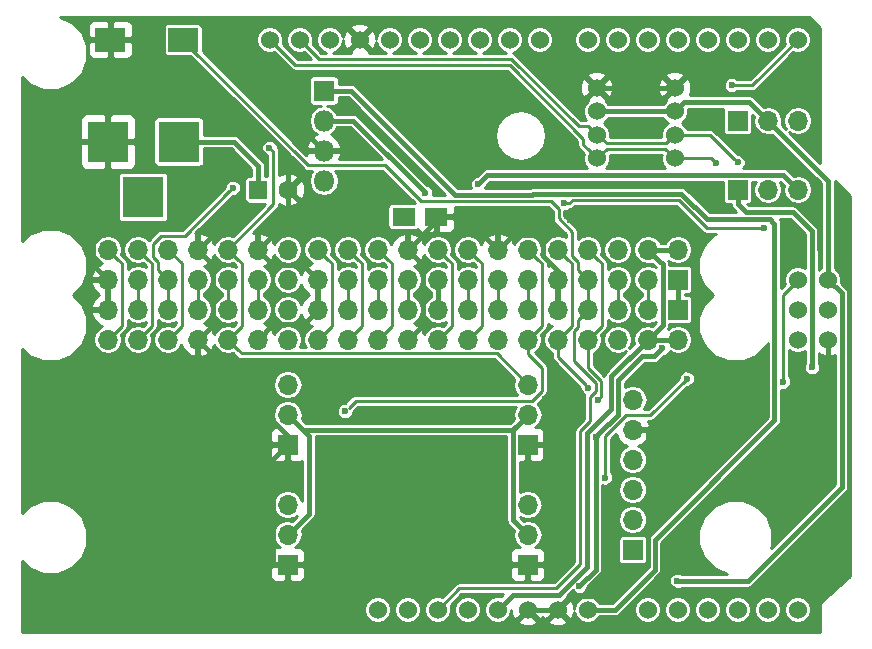
<source format=gbr>
G04 #@! TF.FileFunction,Copper,L1,Top,Signal*
%FSLAX46Y46*%
G04 Gerber Fmt 4.6, Leading zero omitted, Abs format (unit mm)*
G04 Created by KiCad (PCBNEW 4.0.7) date 2017 October 09, Monday 22:10:02*
%MOMM*%
%LPD*%
G01*
G04 APERTURE LIST*
%ADD10C,0.100000*%
%ADD11C,1.524000*%
%ADD12R,1.700000X1.700000*%
%ADD13O,1.700000X1.700000*%
%ADD14R,3.500000X3.500000*%
%ADD15R,1.600000X1.600000*%
%ADD16C,1.600000*%
%ADD17R,2.500000X2.000000*%
%ADD18R,1.950000X1.500000*%
%ADD19R,1.800000X1.800000*%
%ADD20O,1.800000X1.800000*%
%ADD21C,0.600000*%
%ADD22C,0.400000*%
%ADD23C,0.250000*%
%ADD24C,0.254000*%
G04 APERTURE END LIST*
D10*
D11*
X213360000Y-88900000D03*
X210820000Y-88900000D03*
X208280000Y-88900000D03*
X200660000Y-88900000D03*
X203200000Y-88900000D03*
X205740000Y-88900000D03*
X195580000Y-88900000D03*
X193040000Y-88900000D03*
X190500000Y-88900000D03*
X185420000Y-88900000D03*
X182880000Y-88900000D03*
X213360000Y-40640000D03*
X210820000Y-40640000D03*
X208280000Y-40640000D03*
X205740000Y-40640000D03*
X203200000Y-40640000D03*
X200660000Y-40640000D03*
X198120000Y-40640000D03*
X195580000Y-40640000D03*
X191516000Y-40640000D03*
X188976000Y-40640000D03*
X186436000Y-40640000D03*
X183896000Y-40640000D03*
X181356000Y-40640000D03*
X178816000Y-40640000D03*
X176276000Y-40640000D03*
X173736000Y-40640000D03*
X187960000Y-88900000D03*
X171196000Y-40640000D03*
X168656000Y-40640000D03*
X180340000Y-88900000D03*
X177800000Y-88900000D03*
X213360000Y-60960000D03*
X215900000Y-60960000D03*
X213360000Y-63500000D03*
X215900000Y-63500000D03*
X213360000Y-66040000D03*
X215900000Y-66040000D03*
D12*
X203200000Y-60960000D03*
D13*
X203200000Y-58420000D03*
X200660000Y-60960000D03*
X200660000Y-58420000D03*
X198120000Y-60960000D03*
X198120000Y-58420000D03*
X195580000Y-60960000D03*
X195580000Y-58420000D03*
X193040000Y-60960000D03*
X193040000Y-58420000D03*
X190500000Y-60960000D03*
X190500000Y-58420000D03*
X187960000Y-60960000D03*
X187960000Y-58420000D03*
X185420000Y-60960000D03*
X185420000Y-58420000D03*
X182880000Y-60960000D03*
X182880000Y-58420000D03*
X180340000Y-60960000D03*
X180340000Y-58420000D03*
X177800000Y-60960000D03*
X177800000Y-58420000D03*
X175260000Y-60960000D03*
X175260000Y-58420000D03*
X172720000Y-60960000D03*
X172720000Y-58420000D03*
X170180000Y-60960000D03*
X170180000Y-58420000D03*
X167640000Y-60960000D03*
X167640000Y-58420000D03*
X165100000Y-60960000D03*
X165100000Y-58420000D03*
X162560000Y-60960000D03*
X162560000Y-58420000D03*
X160020000Y-60960000D03*
X160020000Y-58420000D03*
X157480000Y-60960000D03*
X157480000Y-58420000D03*
X154940000Y-60960000D03*
X154940000Y-58420000D03*
D12*
X170180000Y-85090000D03*
D13*
X170180000Y-82550000D03*
X170180000Y-80010000D03*
D14*
X160940000Y-49276000D03*
X154940000Y-49276000D03*
X157940000Y-53976000D03*
D15*
X167680000Y-53340000D03*
D16*
X170180000Y-53340000D03*
D11*
X202946000Y-44704000D03*
X202946000Y-46704000D03*
X202946000Y-48704000D03*
X202946000Y-50704000D03*
D12*
X208280000Y-53340000D03*
D13*
X210820000Y-53340000D03*
X213360000Y-53340000D03*
D12*
X199390000Y-83820000D03*
D13*
X199390000Y-81280000D03*
X199390000Y-78740000D03*
X199390000Y-76200000D03*
X199390000Y-73660000D03*
X199390000Y-71120000D03*
D12*
X203200000Y-63500000D03*
D13*
X203200000Y-66040000D03*
X200660000Y-63500000D03*
X200660000Y-66040000D03*
X198120000Y-63500000D03*
X198120000Y-66040000D03*
X195580000Y-63500000D03*
X195580000Y-66040000D03*
X193040000Y-63500000D03*
X193040000Y-66040000D03*
X190500000Y-63500000D03*
X190500000Y-66040000D03*
X187960000Y-63500000D03*
X187960000Y-66040000D03*
X185420000Y-63500000D03*
X185420000Y-66040000D03*
X182880000Y-63500000D03*
X182880000Y-66040000D03*
X180340000Y-63500000D03*
X180340000Y-66040000D03*
X177800000Y-63500000D03*
X177800000Y-66040000D03*
X175260000Y-63500000D03*
X175260000Y-66040000D03*
X172720000Y-63500000D03*
X172720000Y-66040000D03*
X170180000Y-63500000D03*
X170180000Y-66040000D03*
X167640000Y-63500000D03*
X167640000Y-66040000D03*
X165100000Y-63500000D03*
X165100000Y-66040000D03*
X162560000Y-63500000D03*
X162560000Y-66040000D03*
X160020000Y-63500000D03*
X160020000Y-66040000D03*
X157480000Y-63500000D03*
X157480000Y-66040000D03*
X154940000Y-63500000D03*
X154940000Y-66040000D03*
D11*
X196342000Y-44704000D03*
X196342000Y-46704000D03*
X196342000Y-48704000D03*
X196342000Y-50704000D03*
D12*
X170180000Y-74930000D03*
D13*
X170180000Y-72390000D03*
X170180000Y-69850000D03*
D12*
X190500000Y-74930000D03*
D13*
X190500000Y-72390000D03*
X190500000Y-69850000D03*
D12*
X190500000Y-85090000D03*
D13*
X190500000Y-82550000D03*
X190500000Y-80010000D03*
D12*
X208280000Y-47498000D03*
D13*
X210820000Y-47498000D03*
X213360000Y-47498000D03*
D17*
X155162000Y-40640000D03*
X161322000Y-40640000D03*
D18*
X179981000Y-55626000D03*
X182731000Y-55626000D03*
D19*
X173228000Y-44958000D03*
D20*
X173228000Y-47498000D03*
X173228000Y-50038000D03*
X173228000Y-52578000D03*
D21*
X202438000Y-84328000D03*
X196883838Y-67889852D03*
X202007304Y-68681991D03*
X176468097Y-67944332D03*
X171474328Y-68000804D03*
X205232000Y-57912000D03*
X207772000Y-49530000D03*
X165949852Y-55275646D03*
X194091511Y-55896823D03*
X199139912Y-55015081D03*
X213091336Y-58176787D03*
X191924341Y-71051862D03*
X191924343Y-76588006D03*
X191910468Y-79793142D03*
X187960000Y-69596000D03*
X214630000Y-75946000D03*
X204216000Y-47752000D03*
X205769713Y-54639713D03*
X203813875Y-56595552D03*
X183380835Y-68301706D03*
X204812500Y-68621892D03*
X200660000Y-50800000D03*
X198061368Y-47565666D03*
X169593513Y-46855073D03*
X211836000Y-50800000D03*
X178054000Y-44704000D03*
X182893814Y-53639366D03*
X176793324Y-47352805D03*
X186704712Y-87735850D03*
X182731000Y-55626000D03*
X169905157Y-43413157D03*
X186317625Y-52861228D03*
X181823873Y-53619913D03*
X179981000Y-55626000D03*
X196239956Y-74289027D03*
X201881971Y-66770983D03*
X194873917Y-86886567D03*
X208258433Y-51041426D03*
X206426555Y-51085835D03*
X196403279Y-71139011D03*
X195639232Y-70125465D03*
X207770058Y-44512174D03*
X175026559Y-72115441D03*
X193595904Y-54493519D03*
X210480735Y-56557129D03*
X197029786Y-77734927D03*
X212085042Y-69621891D03*
X203962000Y-69342000D03*
X168632028Y-49785383D03*
X165515723Y-53186946D03*
X214562976Y-68366975D03*
X203157985Y-86452995D03*
D22*
X195580000Y-88900000D02*
X197859401Y-88900000D01*
X197859401Y-88900000D02*
X201240011Y-85519390D01*
X201240011Y-85519390D02*
X201240011Y-82985989D01*
X201240011Y-82985989D02*
X211385042Y-72840958D01*
X211385042Y-72840958D02*
X211385042Y-56219934D01*
X211385042Y-56219934D02*
X211022227Y-55857119D01*
X211022227Y-55857119D02*
X205677455Y-55857119D01*
X205677455Y-55857119D02*
X203498933Y-53678597D01*
X203498933Y-53678597D02*
X190962171Y-53678597D01*
X190962171Y-53678597D02*
X190864995Y-53775773D01*
X190864995Y-53775773D02*
X184334433Y-53775773D01*
X184334433Y-53775773D02*
X175516660Y-44958000D01*
X175516660Y-44958000D02*
X174528000Y-44958000D01*
X174528000Y-44958000D02*
X173228000Y-44958000D01*
X167680000Y-53340000D02*
X167680000Y-51326000D01*
X165630000Y-49276000D02*
X163480000Y-49276000D01*
X163480000Y-49276000D02*
X160940000Y-49276000D01*
X167680000Y-51326000D02*
X165630000Y-49276000D01*
X214630000Y-75946000D02*
X210157998Y-75946000D01*
X210157998Y-75946000D02*
X202438000Y-83665998D01*
X202438000Y-83665998D02*
X202438000Y-84328000D01*
X194204836Y-87735164D02*
X193040000Y-88900000D01*
X199390000Y-73660000D02*
X200608421Y-73660000D01*
X200608421Y-73660000D02*
X200640001Y-73691580D01*
X176825471Y-68301706D02*
X176768096Y-68244331D01*
X183380835Y-68301706D02*
X176825471Y-68301706D01*
X176411625Y-68000804D02*
X176468097Y-67944332D01*
X176768096Y-68244331D02*
X176468097Y-67944332D01*
X171474328Y-68000804D02*
X176411625Y-68000804D01*
X171050064Y-68000804D02*
X171474328Y-68000804D01*
X164614884Y-68000804D02*
X171050064Y-68000804D01*
X164567844Y-68047844D02*
X164614884Y-68000804D01*
X204812500Y-68621892D02*
X204812500Y-58331500D01*
X204812500Y-58331500D02*
X205232000Y-57912000D01*
X211836000Y-50800000D02*
X209042000Y-50800000D01*
X209042000Y-50800000D02*
X207772000Y-49530000D01*
X162560000Y-58420000D02*
X165704354Y-55275646D01*
X165704354Y-55275646D02*
X165949852Y-55275646D01*
X194973253Y-55015081D02*
X194391510Y-55596824D01*
X199139912Y-55015081D02*
X194973253Y-55015081D01*
X194391510Y-55596824D02*
X194091511Y-55896823D01*
X156364491Y-45701509D02*
X155162000Y-44499018D01*
X155162000Y-44499018D02*
X155162000Y-40640000D01*
X154940000Y-49276000D02*
X154940000Y-47126000D01*
X154940000Y-47126000D02*
X156364491Y-45701509D01*
X156364491Y-45701509D02*
X165568186Y-45701509D01*
X165568186Y-45701509D02*
X170180000Y-50313323D01*
X170180000Y-50313323D02*
X170180000Y-53340000D01*
X153689999Y-55216001D02*
X154940000Y-53966000D01*
X154940000Y-53966000D02*
X154940000Y-49276000D01*
X191924343Y-76588006D02*
X191924343Y-71051864D01*
X191924343Y-71051864D02*
X191924341Y-71051862D01*
X191910468Y-76601881D02*
X191924343Y-76588006D01*
X191910468Y-79793142D02*
X191910468Y-76601881D01*
X183380835Y-68301706D02*
X186665706Y-68301706D01*
X186665706Y-68301706D02*
X187960000Y-69596000D01*
X215900000Y-66040000D02*
X215900000Y-74676000D01*
X215900000Y-74676000D02*
X214630000Y-75946000D01*
X204113874Y-56895551D02*
X203813875Y-56595552D01*
X204812500Y-68621892D02*
X204812500Y-57594177D01*
X204812500Y-57594177D02*
X204113874Y-56895551D01*
X193040000Y-60960000D02*
X193040000Y-60217524D01*
X193040000Y-60217524D02*
X191750001Y-58927525D01*
X191750001Y-58927525D02*
X191750001Y-57819999D01*
X189210001Y-57169999D02*
X188809999Y-57570001D01*
X188809999Y-57570001D02*
X187960000Y-58420000D01*
X191750001Y-57819999D02*
X191100001Y-57169999D01*
X191100001Y-57169999D02*
X189210001Y-57169999D01*
X170180000Y-74930000D02*
X170180000Y-74240002D01*
X170180000Y-74240002D02*
X164567844Y-68627846D01*
X164567844Y-68627846D02*
X164567844Y-68047844D01*
X170180000Y-85090000D02*
X168929999Y-85089999D01*
X168929999Y-85089999D02*
X168929999Y-76180001D01*
X168929999Y-76180001D02*
X170180000Y-74930000D01*
X162560000Y-66040000D02*
X164567844Y-68047844D01*
X153689999Y-55216001D02*
X153689999Y-59709999D01*
X204812500Y-69046156D02*
X204812500Y-68621892D01*
X204812500Y-69519081D02*
X204812500Y-69046156D01*
X200640001Y-73691580D02*
X204812500Y-69519081D01*
X200640001Y-85208327D02*
X200640001Y-73691580D01*
X169893512Y-46555074D02*
X169593513Y-46855073D01*
X169905157Y-46543429D02*
X169893512Y-46555074D01*
X170017777Y-46855073D02*
X169593513Y-46855073D01*
X170045073Y-46855073D02*
X170017777Y-46855073D01*
X173228000Y-50038000D02*
X170045073Y-46855073D01*
X169905157Y-43413157D02*
X169905157Y-46543429D01*
X196342000Y-44704000D02*
X202946000Y-44704000D01*
X169905157Y-43413157D02*
X176763157Y-43413157D01*
X176763157Y-43413157D02*
X178054000Y-44704000D01*
X176793324Y-47352805D02*
X182893814Y-53453295D01*
X182893814Y-53453295D02*
X182893814Y-53639366D01*
X194204836Y-87735164D02*
X198113164Y-87735164D01*
X198113164Y-87735164D02*
X200640001Y-85208327D01*
X200640001Y-85208327D02*
X200640001Y-82530001D01*
X182731000Y-55626000D02*
X185166000Y-55626000D01*
X185166000Y-55626000D02*
X187960000Y-58420000D01*
X182731000Y-55626000D02*
X182731000Y-56029000D01*
X182731000Y-56029000D02*
X180340000Y-58420000D01*
X190500000Y-88900000D02*
X193040000Y-88900000D01*
X167640000Y-58420000D02*
X170180000Y-55880000D01*
X170180000Y-55880000D02*
X170180000Y-53340000D01*
X167640000Y-58420000D02*
X168929999Y-59709999D01*
X168929999Y-59709999D02*
X171469999Y-59709999D01*
X171870001Y-60110001D02*
X172720000Y-60960000D01*
X171469999Y-59709999D02*
X171870001Y-60110001D01*
X167640000Y-66040000D02*
X168929999Y-64750001D01*
X168929999Y-64750001D02*
X171469999Y-64750001D01*
X171469999Y-64750001D02*
X171870001Y-64349999D01*
X171870001Y-64349999D02*
X172720000Y-63500000D01*
X180340000Y-66040000D02*
X181590001Y-64789999D01*
X181590001Y-64789999D02*
X181590001Y-59670001D01*
X181590001Y-59670001D02*
X181189999Y-59269999D01*
X181189999Y-59269999D02*
X180340000Y-58420000D01*
X154940000Y-60960000D02*
X153689999Y-59709999D01*
X162560000Y-66040000D02*
X163810001Y-64789999D01*
X163810001Y-64789999D02*
X163810001Y-59670001D01*
X163810001Y-59670001D02*
X163409999Y-59269999D01*
X163409999Y-59269999D02*
X162560000Y-58420000D01*
X154940000Y-60960000D02*
X154940000Y-63500000D01*
X172720000Y-60960000D02*
X172720000Y-63500000D01*
X193040000Y-63500000D02*
X193040000Y-60960000D01*
X187088854Y-52089999D02*
X186617624Y-52561229D01*
X212109999Y-52089999D02*
X187088854Y-52089999D01*
X213360000Y-53340000D02*
X212109999Y-52089999D01*
X186617624Y-52561229D02*
X186317625Y-52861228D01*
X173228000Y-47498000D02*
X175701960Y-47498000D01*
X181523874Y-53319914D02*
X181823873Y-53619913D01*
X175701960Y-47498000D02*
X181523874Y-53319914D01*
X201205511Y-67447443D02*
X200142124Y-67447443D01*
X201881971Y-66770983D02*
X201205511Y-67447443D01*
X200142124Y-67447443D02*
X198139999Y-69449568D01*
X198139999Y-69449568D02*
X198139999Y-72388984D01*
X198139999Y-72388984D02*
X196539955Y-73989028D01*
X196539955Y-73989028D02*
X196239956Y-74289027D01*
X196239956Y-74713291D02*
X196239956Y-74289027D01*
X196239956Y-85520528D02*
X196239956Y-74713291D01*
X194873917Y-86886567D02*
X196239956Y-85520528D01*
X182880000Y-60960000D02*
X182880000Y-63500000D01*
X203200000Y-63500000D02*
X203200000Y-60960000D01*
X200660000Y-66040000D02*
X197539988Y-69160012D01*
X197539988Y-71952991D02*
X195539954Y-73953025D01*
X197539988Y-69160012D02*
X197539988Y-71952991D01*
X195539954Y-73953025D02*
X195539954Y-74036960D01*
X195539954Y-74036960D02*
X195504373Y-74072541D01*
X195504373Y-74072541D02*
X195504373Y-85258384D01*
X195504373Y-85258384D02*
X193126897Y-87635860D01*
X193126897Y-87635860D02*
X189224140Y-87635860D01*
X189224140Y-87635860D02*
X188721999Y-88138001D01*
X188721999Y-88138001D02*
X187960000Y-88900000D01*
X200660000Y-66040000D02*
X201910001Y-64789999D01*
X201910001Y-64789999D02*
X201910001Y-59670001D01*
X201910001Y-59670001D02*
X201509999Y-59269999D01*
X201509999Y-59269999D02*
X200660000Y-58420000D01*
X200660000Y-58420000D02*
X203200000Y-58420000D01*
X200660000Y-66040000D02*
X203200000Y-66040000D01*
D23*
X202946000Y-48704000D02*
X205921007Y-48704000D01*
X205921007Y-48704000D02*
X207958434Y-50741427D01*
X207958434Y-50741427D02*
X208258433Y-51041426D01*
X202946000Y-48704000D02*
X202908254Y-48704000D01*
X202908254Y-48704000D02*
X202195116Y-49417138D01*
X202195116Y-49417138D02*
X197186292Y-49417138D01*
X197186292Y-49417138D02*
X196473154Y-48704000D01*
X196473154Y-48704000D02*
X196342000Y-48704000D01*
X196342000Y-48704000D02*
X195580001Y-47942001D01*
X195580001Y-47942001D02*
X194850001Y-47942001D01*
X194850001Y-47942001D02*
X194818001Y-47974001D01*
X189097709Y-42253709D02*
X194818001Y-47974001D01*
X172809709Y-42253709D02*
X189097709Y-42253709D01*
X171196000Y-40640000D02*
X172809709Y-42253709D01*
X200660000Y-63500000D02*
X200660000Y-60960000D01*
X206044720Y-50704000D02*
X206126556Y-50785836D01*
X202946000Y-50704000D02*
X206044720Y-50704000D01*
X206126556Y-50785836D02*
X206426555Y-51085835D01*
X197178851Y-49867149D02*
X202109149Y-49867149D01*
X196342000Y-50704000D02*
X197178851Y-49867149D01*
X202109149Y-49867149D02*
X202946000Y-50704000D01*
X168656000Y-40640000D02*
X170807648Y-42791648D01*
X170807648Y-42791648D02*
X188980789Y-42791648D01*
X188980789Y-42791648D02*
X195211141Y-49022000D01*
X195211141Y-49022000D02*
X195211141Y-49573141D01*
X195580001Y-49942001D02*
X196342000Y-50704000D01*
X195211141Y-49573141D02*
X195580001Y-49942001D01*
X198120000Y-63500000D02*
X198120000Y-60960000D01*
X182880000Y-88900000D02*
X184669151Y-87110849D01*
X184669151Y-87110849D02*
X192909431Y-87110849D01*
X194959572Y-85060708D02*
X194959572Y-73767137D01*
X194959572Y-73767137D02*
X195778278Y-72948431D01*
X195778278Y-72948431D02*
X195778278Y-70870317D01*
X196273391Y-69739879D02*
X194404999Y-67871487D01*
X192909431Y-87110849D02*
X194959572Y-85060708D01*
X195778278Y-70870317D02*
X196273391Y-70375204D01*
X196273391Y-70375204D02*
X196273391Y-69739879D01*
X194404999Y-67871487D02*
X194404999Y-65311411D01*
X194404999Y-65311411D02*
X194730001Y-64986409D01*
X194730001Y-64986409D02*
X194730001Y-64349999D01*
X194730001Y-64349999D02*
X195580000Y-63500000D01*
X195580000Y-60960000D02*
X194730001Y-60110001D01*
X194730001Y-60110001D02*
X194730001Y-59473591D01*
X181443566Y-54300784D02*
X178405783Y-51263001D01*
X192456844Y-54300784D02*
X181443566Y-54300784D01*
X193101618Y-54945558D02*
X192456844Y-54300784D01*
X193101618Y-55790828D02*
X193101618Y-54945558D01*
X194215001Y-56904211D02*
X193101618Y-55790828D01*
X194215001Y-58958591D02*
X194215001Y-56904211D01*
X194730001Y-59473591D02*
X194215001Y-58958591D01*
X178405783Y-51263001D02*
X171872155Y-51263001D01*
X171872155Y-51263001D02*
X161249154Y-40640000D01*
X161249154Y-40640000D02*
X160810000Y-40640000D01*
X160810000Y-40640000D02*
X160560000Y-40640000D01*
X195580000Y-63500000D02*
X195580000Y-60960000D01*
X195580000Y-66040000D02*
X195580000Y-68410077D01*
X196728324Y-70813966D02*
X196703278Y-70839012D01*
X195580000Y-68410077D02*
X196728324Y-69558401D01*
X196728324Y-69558401D02*
X196728324Y-70813966D01*
X196703278Y-70839012D02*
X196403279Y-71139011D01*
X195580000Y-66040000D02*
X196755001Y-64864999D01*
X196755001Y-64864999D02*
X196755001Y-59595001D01*
X196755001Y-59595001D02*
X196429999Y-59269999D01*
X196429999Y-59269999D02*
X195580000Y-58420000D01*
X193040000Y-67526233D02*
X195339233Y-69825466D01*
X193040000Y-66040000D02*
X193040000Y-67526233D01*
X195339233Y-69825466D02*
X195639232Y-70125465D01*
X208194322Y-44512174D02*
X207770058Y-44512174D01*
X209487826Y-44512174D02*
X208194322Y-44512174D01*
X213360000Y-40640000D02*
X209487826Y-44512174D01*
X193040000Y-66040000D02*
X194215001Y-64864999D01*
X194215001Y-64864999D02*
X194215001Y-59595001D01*
X194215001Y-59595001D02*
X193889999Y-59269999D01*
X193889999Y-59269999D02*
X193040000Y-58420000D01*
X190500000Y-63500000D02*
X190500000Y-60960000D01*
X190500000Y-66040000D02*
X190500000Y-67242081D01*
X190500000Y-67242081D02*
X191675001Y-68417082D01*
X191675001Y-68417082D02*
X191675001Y-70414001D01*
X191675001Y-70414001D02*
X190874003Y-71214999D01*
X190874003Y-71214999D02*
X175927001Y-71214999D01*
X175927001Y-71214999D02*
X175326558Y-71815442D01*
X190500000Y-66040000D02*
X191675001Y-64864999D01*
X191675001Y-64864999D02*
X191675001Y-59595001D01*
X191675001Y-59595001D02*
X191349999Y-59269999D01*
X191349999Y-59269999D02*
X190500000Y-58420000D01*
X187960000Y-63500000D02*
X187960000Y-60960000D01*
X185420000Y-63500000D02*
X185420000Y-60960000D01*
X185420000Y-66040000D02*
X186595001Y-64864999D01*
X186595001Y-64864999D02*
X186595001Y-59595001D01*
X186595001Y-59595001D02*
X186269999Y-59269999D01*
X186269999Y-59269999D02*
X185420000Y-58420000D01*
X182880000Y-66040000D02*
X184055001Y-64864999D01*
X184055001Y-64864999D02*
X184055001Y-59595001D01*
X184055001Y-59595001D02*
X183729999Y-59269999D01*
X183729999Y-59269999D02*
X182880000Y-58420000D01*
X194020168Y-54493519D02*
X193595904Y-54493519D01*
X205634989Y-56557129D02*
X203290697Y-54212837D01*
X194300850Y-54212837D02*
X194020168Y-54493519D01*
X203290697Y-54212837D02*
X194300850Y-54212837D01*
X210480735Y-56557129D02*
X205634989Y-56557129D01*
X180340000Y-60960000D02*
X180340000Y-63500000D01*
X203962000Y-69342000D02*
X200880335Y-72423665D01*
X200880335Y-72423665D02*
X198847794Y-72423665D01*
X198847794Y-72423665D02*
X197029786Y-74241673D01*
X197029786Y-77310663D02*
X197029786Y-77734927D01*
X197029786Y-74241673D02*
X197029786Y-77310663D01*
X212085042Y-69621891D02*
X212085042Y-62234958D01*
X212085042Y-62234958D02*
X213360000Y-60960000D01*
X177800000Y-60960000D02*
X177800000Y-63500000D01*
X177800000Y-66040000D02*
X178975001Y-64864999D01*
X178975001Y-64864999D02*
X178975001Y-59595001D01*
X178975001Y-59595001D02*
X178649999Y-59269999D01*
X178649999Y-59269999D02*
X177800000Y-58420000D01*
X175260000Y-60960000D02*
X175260000Y-63500000D01*
X175260000Y-66040000D02*
X176435001Y-64864999D01*
X176435001Y-64864999D02*
X176435001Y-59595001D01*
X176435001Y-59595001D02*
X176109999Y-59269999D01*
X176109999Y-59269999D02*
X175260000Y-58420000D01*
X172720000Y-66040000D02*
X173895001Y-64864999D01*
X173895001Y-64864999D02*
X173895001Y-59595001D01*
X173895001Y-59595001D02*
X173569999Y-59269999D01*
X173569999Y-59269999D02*
X172720000Y-58420000D01*
X167640000Y-60960000D02*
X167640000Y-63500000D01*
X165100000Y-60960000D02*
X165100000Y-63500000D01*
X168932027Y-54587973D02*
X168932027Y-50085382D01*
X168932027Y-50085382D02*
X168632028Y-49785383D01*
X165100000Y-58420000D02*
X168932027Y-54587973D01*
X190500000Y-69850000D02*
X187865001Y-67215001D01*
X187865001Y-67215001D02*
X166275001Y-67215001D01*
X166275001Y-67215001D02*
X165949999Y-66889999D01*
X165949999Y-66889999D02*
X165100000Y-66040000D01*
X165100000Y-66040000D02*
X166275001Y-64864999D01*
X166275001Y-64864999D02*
X166275001Y-59595001D01*
X166275001Y-59595001D02*
X165949999Y-59269999D01*
X165949999Y-59269999D02*
X165100000Y-58420000D01*
X162560000Y-60960000D02*
X162560000Y-63500000D01*
X160020000Y-60960000D02*
X160020000Y-63500000D01*
X160020000Y-60960000D02*
X159170001Y-60110001D01*
X165215724Y-53486945D02*
X165515723Y-53186946D01*
X159170001Y-60110001D02*
X159170001Y-59452916D01*
X161457670Y-57244999D02*
X165215724Y-53486945D01*
X158737758Y-59020673D02*
X158737758Y-57963240D01*
X159170001Y-59452916D02*
X158737758Y-59020673D01*
X158737758Y-57963240D02*
X159455999Y-57244999D01*
X159455999Y-57244999D02*
X161457670Y-57244999D01*
X161195001Y-59595001D02*
X160020000Y-58420000D01*
X160020000Y-66040000D02*
X161195001Y-64864999D01*
X161195001Y-64864999D02*
X161195001Y-59595001D01*
X157480000Y-60960000D02*
X157480000Y-63500000D01*
X157480000Y-66040000D02*
X158655001Y-64864999D01*
X158655001Y-64864999D02*
X158655001Y-59595001D01*
X158655001Y-59595001D02*
X158329999Y-59269999D01*
X158329999Y-59269999D02*
X157480000Y-58420000D01*
X154940000Y-66040000D02*
X156115001Y-64864999D01*
X156115001Y-64864999D02*
X156115001Y-59595001D01*
X156115001Y-59595001D02*
X155789999Y-59269999D01*
X155789999Y-59269999D02*
X154940000Y-58420000D01*
D22*
X214522001Y-56854701D02*
X214562976Y-68366975D01*
X212924408Y-55257108D02*
X214522001Y-56854701D01*
X208947108Y-55257108D02*
X212924408Y-55257108D01*
X208280000Y-53340000D02*
X208280000Y-54590000D01*
X208280000Y-54590000D02*
X208947108Y-55257108D01*
X215900000Y-60960000D02*
X215900000Y-52578000D01*
X215900000Y-52578000D02*
X210820000Y-47498000D01*
X170180000Y-82550000D02*
X171958000Y-80772000D01*
X171958000Y-80772000D02*
X171958000Y-74168000D01*
X171958000Y-74168000D02*
X171029999Y-73239999D01*
X171029999Y-73239999D02*
X170180000Y-72390000D01*
X170180000Y-72390000D02*
X171450000Y-73660000D01*
X171450000Y-73660000D02*
X189230000Y-73660000D01*
X189230000Y-73660000D02*
X189650001Y-73239999D01*
X189650001Y-73239999D02*
X190500000Y-72390000D01*
X190500000Y-82550000D02*
X189249999Y-81299999D01*
X189249999Y-81299999D02*
X189249999Y-73640001D01*
X189249999Y-73640001D02*
X189650001Y-73239999D01*
X203582249Y-86452995D02*
X203157985Y-86452995D01*
X215900000Y-60960000D02*
X217062001Y-62122001D01*
X217062001Y-62122001D02*
X217062001Y-78514001D01*
X217062001Y-78514001D02*
X209123007Y-86452995D01*
X209123007Y-86452995D02*
X203582249Y-86452995D01*
X202946000Y-46704000D02*
X196342000Y-46704000D01*
X210820000Y-47498000D02*
X209264001Y-45942001D01*
X209264001Y-45942001D02*
X203707999Y-45942001D01*
X203707999Y-45942001D02*
X202946000Y-46704000D01*
D24*
G36*
X215265000Y-39676606D02*
X215265000Y-51121342D01*
X212630204Y-48486546D01*
X212888917Y-48659413D01*
X213360000Y-48753117D01*
X213831083Y-48659413D01*
X214230448Y-48392565D01*
X214497296Y-47993200D01*
X214591000Y-47522117D01*
X214591000Y-47473883D01*
X214497296Y-47002800D01*
X214230448Y-46603435D01*
X213831083Y-46336587D01*
X213360000Y-46242883D01*
X212888917Y-46336587D01*
X212489552Y-46603435D01*
X212222704Y-47002800D01*
X212129000Y-47473883D01*
X212129000Y-47522117D01*
X212222704Y-47993200D01*
X212395571Y-48251913D01*
X211987087Y-47843429D01*
X212051000Y-47522117D01*
X212051000Y-47473883D01*
X211957296Y-47002800D01*
X211690448Y-46603435D01*
X211291083Y-46336587D01*
X210820000Y-46242883D01*
X210458456Y-46314798D01*
X209674830Y-45531172D01*
X209486340Y-45405227D01*
X209264001Y-45361001D01*
X204194848Y-45361001D01*
X204355144Y-44911698D01*
X204341898Y-44647039D01*
X207088940Y-44647039D01*
X207192397Y-44897426D01*
X207383799Y-45089161D01*
X207634004Y-45193056D01*
X207904923Y-45193292D01*
X208155310Y-45089835D01*
X208227096Y-45018174D01*
X209487826Y-45018174D01*
X209681464Y-44979657D01*
X209845622Y-44869970D01*
X212991136Y-41724456D01*
X213131646Y-41782801D01*
X213586359Y-41783198D01*
X214006612Y-41609554D01*
X214328423Y-41288303D01*
X214502801Y-40868354D01*
X214503198Y-40413641D01*
X214329554Y-39993388D01*
X214008303Y-39671577D01*
X213588354Y-39497199D01*
X213133641Y-39496802D01*
X212713388Y-39670446D01*
X212391577Y-39991697D01*
X212217199Y-40411646D01*
X212216802Y-40866359D01*
X212275643Y-41008765D01*
X209278234Y-44006174D01*
X208227181Y-44006174D01*
X208156317Y-43935187D01*
X207906112Y-43831292D01*
X207635193Y-43831056D01*
X207384806Y-43934513D01*
X207193071Y-44125915D01*
X207089176Y-44376120D01*
X207088940Y-44647039D01*
X204341898Y-44647039D01*
X204327362Y-44356632D01*
X204168397Y-43972857D01*
X203926213Y-43903392D01*
X203125605Y-44704000D01*
X203139748Y-44718143D01*
X202960143Y-44897748D01*
X202946000Y-44883605D01*
X202145392Y-45684213D01*
X202190872Y-45842774D01*
X201977577Y-46055697D01*
X201949630Y-46123000D01*
X197338664Y-46123000D01*
X197311554Y-46057388D01*
X197097170Y-45842630D01*
X197142608Y-45684213D01*
X196342000Y-44883605D01*
X195541392Y-45684213D01*
X195586872Y-45842774D01*
X195373577Y-46055697D01*
X195199199Y-46475646D01*
X195198802Y-46930359D01*
X195372446Y-47350612D01*
X195457686Y-47436001D01*
X194995593Y-47436001D01*
X192055894Y-44496302D01*
X194932856Y-44496302D01*
X194960638Y-45051368D01*
X195119603Y-45435143D01*
X195361787Y-45504608D01*
X196162395Y-44704000D01*
X196521605Y-44704000D01*
X197322213Y-45504608D01*
X197564397Y-45435143D01*
X197751144Y-44911698D01*
X197730353Y-44496302D01*
X201536856Y-44496302D01*
X201564638Y-45051368D01*
X201723603Y-45435143D01*
X201965787Y-45504608D01*
X202766395Y-44704000D01*
X201965787Y-43903392D01*
X201723603Y-43972857D01*
X201536856Y-44496302D01*
X197730353Y-44496302D01*
X197723362Y-44356632D01*
X197564397Y-43972857D01*
X197322213Y-43903392D01*
X196521605Y-44704000D01*
X196162395Y-44704000D01*
X195361787Y-43903392D01*
X195119603Y-43972857D01*
X194932856Y-44496302D01*
X192055894Y-44496302D01*
X191283379Y-43723787D01*
X195541392Y-43723787D01*
X196342000Y-44524395D01*
X197142608Y-43723787D01*
X202145392Y-43723787D01*
X202946000Y-44524395D01*
X203746608Y-43723787D01*
X203677143Y-43481603D01*
X203153698Y-43294856D01*
X202598632Y-43322638D01*
X202214857Y-43481603D01*
X202145392Y-43723787D01*
X197142608Y-43723787D01*
X197073143Y-43481603D01*
X196549698Y-43294856D01*
X195994632Y-43322638D01*
X195610857Y-43481603D01*
X195541392Y-43723787D01*
X191283379Y-43723787D01*
X189455505Y-41895913D01*
X189291347Y-41786226D01*
X189226330Y-41773293D01*
X189622612Y-41609554D01*
X189944423Y-41288303D01*
X190118801Y-40868354D01*
X190118802Y-40866359D01*
X190372802Y-40866359D01*
X190546446Y-41286612D01*
X190867697Y-41608423D01*
X191287646Y-41782801D01*
X191742359Y-41783198D01*
X192162612Y-41609554D01*
X192484423Y-41288303D01*
X192658801Y-40868354D01*
X192658802Y-40866359D01*
X194436802Y-40866359D01*
X194610446Y-41286612D01*
X194931697Y-41608423D01*
X195351646Y-41782801D01*
X195806359Y-41783198D01*
X196226612Y-41609554D01*
X196548423Y-41288303D01*
X196722801Y-40868354D01*
X196722802Y-40866359D01*
X196976802Y-40866359D01*
X197150446Y-41286612D01*
X197471697Y-41608423D01*
X197891646Y-41782801D01*
X198346359Y-41783198D01*
X198766612Y-41609554D01*
X199088423Y-41288303D01*
X199262801Y-40868354D01*
X199262802Y-40866359D01*
X199516802Y-40866359D01*
X199690446Y-41286612D01*
X200011697Y-41608423D01*
X200431646Y-41782801D01*
X200886359Y-41783198D01*
X201306612Y-41609554D01*
X201628423Y-41288303D01*
X201802801Y-40868354D01*
X201802802Y-40866359D01*
X202056802Y-40866359D01*
X202230446Y-41286612D01*
X202551697Y-41608423D01*
X202971646Y-41782801D01*
X203426359Y-41783198D01*
X203846612Y-41609554D01*
X204168423Y-41288303D01*
X204342801Y-40868354D01*
X204342802Y-40866359D01*
X204596802Y-40866359D01*
X204770446Y-41286612D01*
X205091697Y-41608423D01*
X205511646Y-41782801D01*
X205966359Y-41783198D01*
X206386612Y-41609554D01*
X206708423Y-41288303D01*
X206882801Y-40868354D01*
X206882802Y-40866359D01*
X207136802Y-40866359D01*
X207310446Y-41286612D01*
X207631697Y-41608423D01*
X208051646Y-41782801D01*
X208506359Y-41783198D01*
X208926612Y-41609554D01*
X209248423Y-41288303D01*
X209422801Y-40868354D01*
X209422802Y-40866359D01*
X209676802Y-40866359D01*
X209850446Y-41286612D01*
X210171697Y-41608423D01*
X210591646Y-41782801D01*
X211046359Y-41783198D01*
X211466612Y-41609554D01*
X211788423Y-41288303D01*
X211962801Y-40868354D01*
X211963198Y-40413641D01*
X211789554Y-39993388D01*
X211468303Y-39671577D01*
X211048354Y-39497199D01*
X210593641Y-39496802D01*
X210173388Y-39670446D01*
X209851577Y-39991697D01*
X209677199Y-40411646D01*
X209676802Y-40866359D01*
X209422802Y-40866359D01*
X209423198Y-40413641D01*
X209249554Y-39993388D01*
X208928303Y-39671577D01*
X208508354Y-39497199D01*
X208053641Y-39496802D01*
X207633388Y-39670446D01*
X207311577Y-39991697D01*
X207137199Y-40411646D01*
X207136802Y-40866359D01*
X206882802Y-40866359D01*
X206883198Y-40413641D01*
X206709554Y-39993388D01*
X206388303Y-39671577D01*
X205968354Y-39497199D01*
X205513641Y-39496802D01*
X205093388Y-39670446D01*
X204771577Y-39991697D01*
X204597199Y-40411646D01*
X204596802Y-40866359D01*
X204342802Y-40866359D01*
X204343198Y-40413641D01*
X204169554Y-39993388D01*
X203848303Y-39671577D01*
X203428354Y-39497199D01*
X202973641Y-39496802D01*
X202553388Y-39670446D01*
X202231577Y-39991697D01*
X202057199Y-40411646D01*
X202056802Y-40866359D01*
X201802802Y-40866359D01*
X201803198Y-40413641D01*
X201629554Y-39993388D01*
X201308303Y-39671577D01*
X200888354Y-39497199D01*
X200433641Y-39496802D01*
X200013388Y-39670446D01*
X199691577Y-39991697D01*
X199517199Y-40411646D01*
X199516802Y-40866359D01*
X199262802Y-40866359D01*
X199263198Y-40413641D01*
X199089554Y-39993388D01*
X198768303Y-39671577D01*
X198348354Y-39497199D01*
X197893641Y-39496802D01*
X197473388Y-39670446D01*
X197151577Y-39991697D01*
X196977199Y-40411646D01*
X196976802Y-40866359D01*
X196722802Y-40866359D01*
X196723198Y-40413641D01*
X196549554Y-39993388D01*
X196228303Y-39671577D01*
X195808354Y-39497199D01*
X195353641Y-39496802D01*
X194933388Y-39670446D01*
X194611577Y-39991697D01*
X194437199Y-40411646D01*
X194436802Y-40866359D01*
X192658802Y-40866359D01*
X192659198Y-40413641D01*
X192485554Y-39993388D01*
X192164303Y-39671577D01*
X191744354Y-39497199D01*
X191289641Y-39496802D01*
X190869388Y-39670446D01*
X190547577Y-39991697D01*
X190373199Y-40411646D01*
X190372802Y-40866359D01*
X190118802Y-40866359D01*
X190119198Y-40413641D01*
X189945554Y-39993388D01*
X189624303Y-39671577D01*
X189204354Y-39497199D01*
X188749641Y-39496802D01*
X188329388Y-39670446D01*
X188007577Y-39991697D01*
X187833199Y-40411646D01*
X187832802Y-40866359D01*
X188006446Y-41286612D01*
X188327697Y-41608423D01*
X188663135Y-41747709D01*
X186748249Y-41747709D01*
X187082612Y-41609554D01*
X187404423Y-41288303D01*
X187578801Y-40868354D01*
X187579198Y-40413641D01*
X187405554Y-39993388D01*
X187084303Y-39671577D01*
X186664354Y-39497199D01*
X186209641Y-39496802D01*
X185789388Y-39670446D01*
X185467577Y-39991697D01*
X185293199Y-40411646D01*
X185292802Y-40866359D01*
X185466446Y-41286612D01*
X185787697Y-41608423D01*
X186123135Y-41747709D01*
X184208249Y-41747709D01*
X184542612Y-41609554D01*
X184864423Y-41288303D01*
X185038801Y-40868354D01*
X185039198Y-40413641D01*
X184865554Y-39993388D01*
X184544303Y-39671577D01*
X184124354Y-39497199D01*
X183669641Y-39496802D01*
X183249388Y-39670446D01*
X182927577Y-39991697D01*
X182753199Y-40411646D01*
X182752802Y-40866359D01*
X182926446Y-41286612D01*
X183247697Y-41608423D01*
X183583135Y-41747709D01*
X181668249Y-41747709D01*
X182002612Y-41609554D01*
X182324423Y-41288303D01*
X182498801Y-40868354D01*
X182499198Y-40413641D01*
X182325554Y-39993388D01*
X182004303Y-39671577D01*
X181584354Y-39497199D01*
X181129641Y-39496802D01*
X180709388Y-39670446D01*
X180387577Y-39991697D01*
X180213199Y-40411646D01*
X180212802Y-40866359D01*
X180386446Y-41286612D01*
X180707697Y-41608423D01*
X181043135Y-41747709D01*
X179128249Y-41747709D01*
X179462612Y-41609554D01*
X179784423Y-41288303D01*
X179958801Y-40868354D01*
X179959198Y-40413641D01*
X179785554Y-39993388D01*
X179464303Y-39671577D01*
X179044354Y-39497199D01*
X178589641Y-39496802D01*
X178169388Y-39670446D01*
X177847577Y-39991697D01*
X177673199Y-40411646D01*
X177673030Y-40605660D01*
X177657362Y-40292632D01*
X177498397Y-39908857D01*
X177256213Y-39839392D01*
X176455605Y-40640000D01*
X177256213Y-41440608D01*
X177498397Y-41371143D01*
X177675852Y-40873742D01*
X177846446Y-41286612D01*
X178167697Y-41608423D01*
X178503135Y-41747709D01*
X177040039Y-41747709D01*
X177076608Y-41620213D01*
X176276000Y-40819605D01*
X175475392Y-41620213D01*
X175511961Y-41747709D01*
X174048249Y-41747709D01*
X174382612Y-41609554D01*
X174704423Y-41288303D01*
X174878801Y-40868354D01*
X174878970Y-40674340D01*
X174894638Y-40987368D01*
X175053603Y-41371143D01*
X175295787Y-41440608D01*
X176096395Y-40640000D01*
X175295787Y-39839392D01*
X175053603Y-39908857D01*
X174876148Y-40406258D01*
X174705554Y-39993388D01*
X174384303Y-39671577D01*
X174355910Y-39659787D01*
X175475392Y-39659787D01*
X176276000Y-40460395D01*
X177076608Y-39659787D01*
X177007143Y-39417603D01*
X176483698Y-39230856D01*
X175928632Y-39258638D01*
X175544857Y-39417603D01*
X175475392Y-39659787D01*
X174355910Y-39659787D01*
X173964354Y-39497199D01*
X173509641Y-39496802D01*
X173089388Y-39670446D01*
X172767577Y-39991697D01*
X172593199Y-40411646D01*
X172592802Y-40866359D01*
X172766446Y-41286612D01*
X173087697Y-41608423D01*
X173423135Y-41747709D01*
X173019301Y-41747709D01*
X172280456Y-41008864D01*
X172338801Y-40868354D01*
X172339198Y-40413641D01*
X172165554Y-39993388D01*
X171844303Y-39671577D01*
X171424354Y-39497199D01*
X170969641Y-39496802D01*
X170549388Y-39670446D01*
X170227577Y-39991697D01*
X170053199Y-40411646D01*
X170052802Y-40866359D01*
X170226446Y-41286612D01*
X170547697Y-41608423D01*
X170967646Y-41782801D01*
X171422359Y-41783198D01*
X171564765Y-41724357D01*
X172126056Y-42285648D01*
X171017240Y-42285648D01*
X169740456Y-41008864D01*
X169798801Y-40868354D01*
X169799198Y-40413641D01*
X169625554Y-39993388D01*
X169304303Y-39671577D01*
X168884354Y-39497199D01*
X168429641Y-39496802D01*
X168009388Y-39670446D01*
X167687577Y-39991697D01*
X167513199Y-40411646D01*
X167512802Y-40866359D01*
X167686446Y-41286612D01*
X168007697Y-41608423D01*
X168427646Y-41782801D01*
X168882359Y-41783198D01*
X169024765Y-41724357D01*
X170449852Y-43149444D01*
X170614010Y-43259131D01*
X170807648Y-43297648D01*
X188771197Y-43297648D01*
X194705141Y-49231592D01*
X194705141Y-49573141D01*
X194743658Y-49766779D01*
X194853345Y-49930937D01*
X195257544Y-50335136D01*
X195199199Y-50475646D01*
X195198802Y-50930359D01*
X195372446Y-51350612D01*
X195530557Y-51508999D01*
X187088854Y-51508999D01*
X186866515Y-51553225D01*
X186678025Y-51679170D01*
X186173089Y-52184106D01*
X185932373Y-52283567D01*
X185740638Y-52474969D01*
X185636743Y-52725174D01*
X185636507Y-52996093D01*
X185718599Y-53194773D01*
X184575091Y-53194773D01*
X180106569Y-48726251D01*
X187757000Y-48726251D01*
X187757000Y-48809749D01*
X187919213Y-49625247D01*
X188381155Y-50316594D01*
X189072502Y-50778536D01*
X189888000Y-50940749D01*
X190703498Y-50778536D01*
X191394845Y-50316594D01*
X191856787Y-49625247D01*
X192019000Y-48809749D01*
X192019000Y-48726251D01*
X191856787Y-47910753D01*
X191394845Y-47219406D01*
X190703498Y-46757464D01*
X189888000Y-46595251D01*
X189072502Y-46757464D01*
X188381155Y-47219406D01*
X187919213Y-47910753D01*
X187757000Y-48726251D01*
X180106569Y-48726251D01*
X175927489Y-44547171D01*
X175738999Y-44421226D01*
X175516660Y-44377000D01*
X174516464Y-44377000D01*
X174516464Y-44058000D01*
X174489897Y-43916810D01*
X174406454Y-43787135D01*
X174279134Y-43700141D01*
X174128000Y-43669536D01*
X172328000Y-43669536D01*
X172186810Y-43696103D01*
X172057135Y-43779546D01*
X171970141Y-43906866D01*
X171939536Y-44058000D01*
X171939536Y-45858000D01*
X171966103Y-45999190D01*
X172049546Y-46128865D01*
X172176866Y-46215859D01*
X172328000Y-46246464D01*
X172953708Y-46246464D01*
X172737783Y-46289414D01*
X172322196Y-46567100D01*
X172044510Y-46982687D01*
X171947000Y-47472904D01*
X171947000Y-47523096D01*
X172044510Y-48013313D01*
X172322196Y-48428900D01*
X172638324Y-48640130D01*
X172431583Y-48725760D01*
X171990034Y-49130424D01*
X171736954Y-49673258D01*
X171857003Y-49911000D01*
X173101000Y-49911000D01*
X173101000Y-49891000D01*
X173355000Y-49891000D01*
X173355000Y-49911000D01*
X174598997Y-49911000D01*
X174719046Y-49673258D01*
X174465966Y-49130424D01*
X174024417Y-48725760D01*
X173817676Y-48640130D01*
X174133804Y-48428900D01*
X174367599Y-48079000D01*
X175461302Y-48079000D01*
X178139303Y-50757001D01*
X174553883Y-50757001D01*
X174719046Y-50402742D01*
X174598997Y-50165000D01*
X173355000Y-50165000D01*
X173355000Y-50185000D01*
X173101000Y-50185000D01*
X173101000Y-50165000D01*
X171857003Y-50165000D01*
X171736954Y-50402742D01*
X171745222Y-50420476D01*
X162960464Y-41635718D01*
X162960464Y-39640000D01*
X162933897Y-39498810D01*
X162850454Y-39369135D01*
X162723134Y-39282141D01*
X162572000Y-39251536D01*
X160072000Y-39251536D01*
X159930810Y-39278103D01*
X159801135Y-39361546D01*
X159714141Y-39488866D01*
X159683536Y-39640000D01*
X159683536Y-41640000D01*
X159710103Y-41781190D01*
X159793546Y-41910865D01*
X159920866Y-41997859D01*
X160072000Y-42028464D01*
X161922026Y-42028464D01*
X171514359Y-51620797D01*
X171678517Y-51730484D01*
X171872155Y-51769001D01*
X172240744Y-51769001D01*
X172044510Y-52062687D01*
X171947000Y-52552904D01*
X171947000Y-52603096D01*
X172044510Y-53093313D01*
X172322196Y-53508900D01*
X172737783Y-53786586D01*
X173228000Y-53884096D01*
X173718217Y-53786586D01*
X174133804Y-53508900D01*
X174411490Y-53093313D01*
X174509000Y-52603096D01*
X174509000Y-52552904D01*
X174411490Y-52062687D01*
X174215256Y-51769001D01*
X178196191Y-51769001D01*
X180914726Y-54487536D01*
X179006000Y-54487536D01*
X178864810Y-54514103D01*
X178735135Y-54597546D01*
X178648141Y-54724866D01*
X178617536Y-54876000D01*
X178617536Y-56376000D01*
X178644103Y-56517190D01*
X178727546Y-56646865D01*
X178854866Y-56733859D01*
X179006000Y-56764464D01*
X180956000Y-56764464D01*
X181097190Y-56737897D01*
X181193037Y-56676222D01*
X181217673Y-56735699D01*
X181396302Y-56914327D01*
X181629691Y-57011000D01*
X182445250Y-57011000D01*
X182604000Y-56852250D01*
X182604000Y-55753000D01*
X182858000Y-55753000D01*
X182858000Y-56852250D01*
X183016750Y-57011000D01*
X183832309Y-57011000D01*
X184065698Y-56914327D01*
X184244327Y-56735699D01*
X184341000Y-56502310D01*
X184341000Y-55911750D01*
X184182250Y-55753000D01*
X182858000Y-55753000D01*
X182604000Y-55753000D01*
X182584000Y-55753000D01*
X182584000Y-55499000D01*
X182604000Y-55499000D01*
X182604000Y-55479000D01*
X182858000Y-55479000D01*
X182858000Y-55499000D01*
X184182250Y-55499000D01*
X184341000Y-55340250D01*
X184341000Y-54806784D01*
X192247252Y-54806784D01*
X192595618Y-55155150D01*
X192595618Y-55790828D01*
X192634135Y-55984466D01*
X192743822Y-56148624D01*
X193709001Y-57113803D01*
X193709001Y-57390832D01*
X193511083Y-57258587D01*
X193040000Y-57164883D01*
X192568917Y-57258587D01*
X192169552Y-57525435D01*
X191902704Y-57924800D01*
X191809000Y-58395883D01*
X191809000Y-58444117D01*
X191902704Y-58915200D01*
X192169552Y-59314565D01*
X192554512Y-59571788D01*
X192273076Y-59688355D01*
X192181001Y-59772266D01*
X192181001Y-59595001D01*
X192142484Y-59401363D01*
X192032797Y-59237205D01*
X191649490Y-58853898D01*
X191731000Y-58444117D01*
X191731000Y-58395883D01*
X191637296Y-57924800D01*
X191370448Y-57525435D01*
X190971083Y-57258587D01*
X190500000Y-57164883D01*
X190028917Y-57258587D01*
X189629552Y-57525435D01*
X189362704Y-57924800D01*
X189354917Y-57963947D01*
X189155183Y-57538642D01*
X188726924Y-57148355D01*
X188316890Y-56978524D01*
X188087000Y-57099845D01*
X188087000Y-58293000D01*
X188107000Y-58293000D01*
X188107000Y-58547000D01*
X188087000Y-58547000D01*
X188087000Y-58567000D01*
X187833000Y-58567000D01*
X187833000Y-58547000D01*
X187813000Y-58547000D01*
X187813000Y-58293000D01*
X187833000Y-58293000D01*
X187833000Y-57099845D01*
X187603110Y-56978524D01*
X187193076Y-57148355D01*
X186764817Y-57538642D01*
X186565083Y-57963947D01*
X186557296Y-57924800D01*
X186290448Y-57525435D01*
X185891083Y-57258587D01*
X185420000Y-57164883D01*
X184948917Y-57258587D01*
X184549552Y-57525435D01*
X184282704Y-57924800D01*
X184189000Y-58395883D01*
X184189000Y-58444117D01*
X184282704Y-58915200D01*
X184549552Y-59314565D01*
X184948917Y-59581413D01*
X185420000Y-59675117D01*
X185870012Y-59585604D01*
X186089001Y-59804593D01*
X186089001Y-59930832D01*
X185891083Y-59798587D01*
X185420000Y-59704883D01*
X184948917Y-59798587D01*
X184561001Y-60057785D01*
X184561001Y-59595001D01*
X184522484Y-59401363D01*
X184412797Y-59237205D01*
X184029490Y-58853898D01*
X184111000Y-58444117D01*
X184111000Y-58395883D01*
X184017296Y-57924800D01*
X183750448Y-57525435D01*
X183351083Y-57258587D01*
X182880000Y-57164883D01*
X182408917Y-57258587D01*
X182009552Y-57525435D01*
X181742704Y-57924800D01*
X181734917Y-57963947D01*
X181535183Y-57538642D01*
X181106924Y-57148355D01*
X180696890Y-56978524D01*
X180467000Y-57099845D01*
X180467000Y-58293000D01*
X180487000Y-58293000D01*
X180487000Y-58547000D01*
X180467000Y-58547000D01*
X180467000Y-58567000D01*
X180213000Y-58567000D01*
X180213000Y-58547000D01*
X180193000Y-58547000D01*
X180193000Y-58293000D01*
X180213000Y-58293000D01*
X180213000Y-57099845D01*
X179983110Y-56978524D01*
X179573076Y-57148355D01*
X179144817Y-57538642D01*
X178945083Y-57963947D01*
X178937296Y-57924800D01*
X178670448Y-57525435D01*
X178271083Y-57258587D01*
X177800000Y-57164883D01*
X177328917Y-57258587D01*
X176929552Y-57525435D01*
X176662704Y-57924800D01*
X176569000Y-58395883D01*
X176569000Y-58444117D01*
X176662704Y-58915200D01*
X176929552Y-59314565D01*
X177328917Y-59581413D01*
X177800000Y-59675117D01*
X178250012Y-59585604D01*
X178469001Y-59804593D01*
X178469001Y-59930832D01*
X178271083Y-59798587D01*
X177800000Y-59704883D01*
X177328917Y-59798587D01*
X176941001Y-60057785D01*
X176941001Y-59595001D01*
X176902484Y-59401363D01*
X176792797Y-59237205D01*
X176409490Y-58853898D01*
X176491000Y-58444117D01*
X176491000Y-58395883D01*
X176397296Y-57924800D01*
X176130448Y-57525435D01*
X175731083Y-57258587D01*
X175260000Y-57164883D01*
X174788917Y-57258587D01*
X174389552Y-57525435D01*
X174122704Y-57924800D01*
X174029000Y-58395883D01*
X174029000Y-58444117D01*
X174122704Y-58915200D01*
X174389552Y-59314565D01*
X174788917Y-59581413D01*
X175260000Y-59675117D01*
X175710012Y-59585604D01*
X175929001Y-59804593D01*
X175929001Y-59930832D01*
X175731083Y-59798587D01*
X175260000Y-59704883D01*
X174788917Y-59798587D01*
X174401001Y-60057785D01*
X174401001Y-59595001D01*
X174362484Y-59401363D01*
X174252797Y-59237205D01*
X173869490Y-58853898D01*
X173951000Y-58444117D01*
X173951000Y-58395883D01*
X173857296Y-57924800D01*
X173590448Y-57525435D01*
X173191083Y-57258587D01*
X172720000Y-57164883D01*
X172248917Y-57258587D01*
X171849552Y-57525435D01*
X171582704Y-57924800D01*
X171489000Y-58395883D01*
X171489000Y-58444117D01*
X171582704Y-58915200D01*
X171849552Y-59314565D01*
X172234512Y-59571788D01*
X171953076Y-59688355D01*
X171524817Y-60078642D01*
X171325083Y-60503947D01*
X171317296Y-60464800D01*
X171050448Y-60065435D01*
X170651083Y-59798587D01*
X170180000Y-59704883D01*
X169708917Y-59798587D01*
X169309552Y-60065435D01*
X169042704Y-60464800D01*
X168949000Y-60935883D01*
X168949000Y-60984117D01*
X169042704Y-61455200D01*
X169309552Y-61854565D01*
X169708917Y-62121413D01*
X170180000Y-62215117D01*
X170651083Y-62121413D01*
X171050448Y-61854565D01*
X171317296Y-61455200D01*
X171325083Y-61416053D01*
X171524817Y-61841358D01*
X171951271Y-62230000D01*
X171524817Y-62618642D01*
X171325083Y-63043947D01*
X171317296Y-63004800D01*
X171050448Y-62605435D01*
X170651083Y-62338587D01*
X170180000Y-62244883D01*
X169708917Y-62338587D01*
X169309552Y-62605435D01*
X169042704Y-63004800D01*
X168949000Y-63475883D01*
X168949000Y-63524117D01*
X169042704Y-63995200D01*
X169309552Y-64394565D01*
X169708917Y-64661413D01*
X170180000Y-64755117D01*
X170651083Y-64661413D01*
X171050448Y-64394565D01*
X171317296Y-63995200D01*
X171325083Y-63956053D01*
X171524817Y-64381358D01*
X171953076Y-64771645D01*
X172234512Y-64888212D01*
X171849552Y-65145435D01*
X171582704Y-65544800D01*
X171489000Y-66015883D01*
X171489000Y-66064117D01*
X171582704Y-66535200D01*
X171698834Y-66709001D01*
X171201166Y-66709001D01*
X171317296Y-66535200D01*
X171411000Y-66064117D01*
X171411000Y-66015883D01*
X171317296Y-65544800D01*
X171050448Y-65145435D01*
X170651083Y-64878587D01*
X170180000Y-64784883D01*
X169708917Y-64878587D01*
X169309552Y-65145435D01*
X169042704Y-65544800D01*
X169034917Y-65583947D01*
X168835183Y-65158642D01*
X168406924Y-64768355D01*
X168125488Y-64651788D01*
X168510448Y-64394565D01*
X168777296Y-63995200D01*
X168871000Y-63524117D01*
X168871000Y-63475883D01*
X168777296Y-63004800D01*
X168510448Y-62605435D01*
X168146000Y-62361918D01*
X168146000Y-62098082D01*
X168510448Y-61854565D01*
X168777296Y-61455200D01*
X168871000Y-60984117D01*
X168871000Y-60935883D01*
X168777296Y-60464800D01*
X168510448Y-60065435D01*
X168125488Y-59808212D01*
X168406924Y-59691645D01*
X168835183Y-59301358D01*
X169034917Y-58876053D01*
X169042704Y-58915200D01*
X169309552Y-59314565D01*
X169708917Y-59581413D01*
X170180000Y-59675117D01*
X170651083Y-59581413D01*
X171050448Y-59314565D01*
X171317296Y-58915200D01*
X171411000Y-58444117D01*
X171411000Y-58395883D01*
X171317296Y-57924800D01*
X171050448Y-57525435D01*
X170651083Y-57258587D01*
X170180000Y-57164883D01*
X169708917Y-57258587D01*
X169309552Y-57525435D01*
X169042704Y-57924800D01*
X169034917Y-57963947D01*
X168835183Y-57538642D01*
X168406924Y-57148355D01*
X167996890Y-56978524D01*
X167767000Y-57099845D01*
X167767000Y-58293000D01*
X167787000Y-58293000D01*
X167787000Y-58547000D01*
X167767000Y-58547000D01*
X167767000Y-58567000D01*
X167513000Y-58567000D01*
X167513000Y-58547000D01*
X167493000Y-58547000D01*
X167493000Y-58293000D01*
X167513000Y-58293000D01*
X167513000Y-57099845D01*
X167283110Y-56978524D01*
X167238655Y-56996937D01*
X169289823Y-54945769D01*
X169333917Y-54879778D01*
X169399510Y-54781611D01*
X169436131Y-54597507D01*
X169963223Y-54786965D01*
X170533454Y-54759778D01*
X170934005Y-54593864D01*
X171008139Y-54347745D01*
X170180000Y-53519605D01*
X170165858Y-53533748D01*
X169986252Y-53354142D01*
X170000395Y-53340000D01*
X170359605Y-53340000D01*
X171187745Y-54168139D01*
X171433864Y-54094005D01*
X171626965Y-53556777D01*
X171599778Y-52986546D01*
X171433864Y-52585995D01*
X171187745Y-52511861D01*
X170359605Y-53340000D01*
X170000395Y-53340000D01*
X169986252Y-53325858D01*
X170165858Y-53146252D01*
X170180000Y-53160395D01*
X171008139Y-52332255D01*
X170934005Y-52086136D01*
X170396777Y-51893035D01*
X169826546Y-51920222D01*
X169438027Y-52081152D01*
X169438027Y-50085382D01*
X169399510Y-49891744D01*
X169313049Y-49762346D01*
X169313146Y-49650518D01*
X169209689Y-49400131D01*
X169018287Y-49208396D01*
X168768082Y-49104501D01*
X168497163Y-49104265D01*
X168246776Y-49207722D01*
X168055041Y-49399124D01*
X167951146Y-49649329D01*
X167950910Y-49920248D01*
X168054367Y-50170635D01*
X168245769Y-50362370D01*
X168426027Y-50437220D01*
X168426027Y-52151536D01*
X168261000Y-52151536D01*
X168261000Y-51326000D01*
X168216774Y-51103661D01*
X168090829Y-50915171D01*
X166040829Y-48865171D01*
X165852339Y-48739226D01*
X165630000Y-48695000D01*
X163078464Y-48695000D01*
X163078464Y-47526000D01*
X163051897Y-47384810D01*
X162968454Y-47255135D01*
X162841134Y-47168141D01*
X162690000Y-47137536D01*
X159190000Y-47137536D01*
X159048810Y-47164103D01*
X158919135Y-47247546D01*
X158832141Y-47374866D01*
X158801536Y-47526000D01*
X158801536Y-51026000D01*
X158828103Y-51167190D01*
X158911546Y-51296865D01*
X159038866Y-51383859D01*
X159190000Y-51414464D01*
X162690000Y-51414464D01*
X162831190Y-51387897D01*
X162960865Y-51304454D01*
X163047859Y-51177134D01*
X163078464Y-51026000D01*
X163078464Y-49857000D01*
X165389342Y-49857000D01*
X167099000Y-51566658D01*
X167099000Y-52151536D01*
X166880000Y-52151536D01*
X166738810Y-52178103D01*
X166609135Y-52261546D01*
X166522141Y-52388866D01*
X166491536Y-52540000D01*
X166491536Y-54140000D01*
X166518103Y-54281190D01*
X166601546Y-54410865D01*
X166728866Y-54497859D01*
X166880000Y-54528464D01*
X168275944Y-54528464D01*
X165550012Y-57254396D01*
X165100000Y-57164883D01*
X164628917Y-57258587D01*
X164229552Y-57525435D01*
X163962704Y-57924800D01*
X163954917Y-57963947D01*
X163755183Y-57538642D01*
X163326924Y-57148355D01*
X162916890Y-56978524D01*
X162687000Y-57099845D01*
X162687000Y-58293000D01*
X162707000Y-58293000D01*
X162707000Y-58547000D01*
X162687000Y-58547000D01*
X162687000Y-58567000D01*
X162433000Y-58567000D01*
X162433000Y-58547000D01*
X162413000Y-58547000D01*
X162413000Y-58293000D01*
X162433000Y-58293000D01*
X162433000Y-57099845D01*
X162357997Y-57060264D01*
X165550284Y-53867977D01*
X165650588Y-53868064D01*
X165900975Y-53764607D01*
X166092710Y-53573205D01*
X166196605Y-53323000D01*
X166196841Y-53052081D01*
X166093384Y-52801694D01*
X165901982Y-52609959D01*
X165651777Y-52506064D01*
X165380858Y-52505828D01*
X165130471Y-52609285D01*
X164938736Y-52800687D01*
X164834841Y-53050892D01*
X164834753Y-53152324D01*
X161248078Y-56738999D01*
X159455999Y-56738999D01*
X159262361Y-56777516D01*
X159098203Y-56887203D01*
X158394317Y-57591089D01*
X158350448Y-57525435D01*
X157951083Y-57258587D01*
X157480000Y-57164883D01*
X157008917Y-57258587D01*
X156609552Y-57525435D01*
X156342704Y-57924800D01*
X156249000Y-58395883D01*
X156249000Y-58444117D01*
X156342704Y-58915200D01*
X156609552Y-59314565D01*
X157008917Y-59581413D01*
X157480000Y-59675117D01*
X157930012Y-59585604D01*
X158149001Y-59804593D01*
X158149001Y-59930832D01*
X157951083Y-59798587D01*
X157480000Y-59704883D01*
X157008917Y-59798587D01*
X156621001Y-60057785D01*
X156621001Y-59595001D01*
X156582484Y-59401363D01*
X156472797Y-59237205D01*
X156089490Y-58853898D01*
X156171000Y-58444117D01*
X156171000Y-58395883D01*
X156077296Y-57924800D01*
X155810448Y-57525435D01*
X155411083Y-57258587D01*
X154940000Y-57164883D01*
X154468917Y-57258587D01*
X154069552Y-57525435D01*
X153802704Y-57924800D01*
X153709000Y-58395883D01*
X153709000Y-58444117D01*
X153802704Y-58915200D01*
X154069552Y-59314565D01*
X154454512Y-59571788D01*
X154173076Y-59688355D01*
X153744817Y-60078642D01*
X153498514Y-60603108D01*
X153619181Y-60833000D01*
X154813000Y-60833000D01*
X154813000Y-60813000D01*
X155067000Y-60813000D01*
X155067000Y-60833000D01*
X155087000Y-60833000D01*
X155087000Y-61087000D01*
X155067000Y-61087000D01*
X155067000Y-63373000D01*
X155087000Y-63373000D01*
X155087000Y-63627000D01*
X155067000Y-63627000D01*
X155067000Y-63647000D01*
X154813000Y-63647000D01*
X154813000Y-63627000D01*
X153619181Y-63627000D01*
X153498514Y-63856892D01*
X153744817Y-64381358D01*
X154173076Y-64771645D01*
X154454512Y-64888212D01*
X154069552Y-65145435D01*
X153802704Y-65544800D01*
X153709000Y-66015883D01*
X153709000Y-66064117D01*
X153802704Y-66535200D01*
X154069552Y-66934565D01*
X154468917Y-67201413D01*
X154940000Y-67295117D01*
X155411083Y-67201413D01*
X155810448Y-66934565D01*
X156077296Y-66535200D01*
X156171000Y-66064117D01*
X156171000Y-66015883D01*
X156089490Y-65606102D01*
X156472797Y-65222795D01*
X156582484Y-65058637D01*
X156621001Y-64864999D01*
X156621001Y-64402215D01*
X157008917Y-64661413D01*
X157480000Y-64755117D01*
X157951083Y-64661413D01*
X158149001Y-64529168D01*
X158149001Y-64655407D01*
X157930012Y-64874396D01*
X157480000Y-64784883D01*
X157008917Y-64878587D01*
X156609552Y-65145435D01*
X156342704Y-65544800D01*
X156249000Y-66015883D01*
X156249000Y-66064117D01*
X156342704Y-66535200D01*
X156609552Y-66934565D01*
X157008917Y-67201413D01*
X157480000Y-67295117D01*
X157951083Y-67201413D01*
X158350448Y-66934565D01*
X158617296Y-66535200D01*
X158711000Y-66064117D01*
X158711000Y-66015883D01*
X158629490Y-65606102D01*
X159012797Y-65222795D01*
X159122484Y-65058637D01*
X159161001Y-64864999D01*
X159161001Y-64402215D01*
X159548917Y-64661413D01*
X160020000Y-64755117D01*
X160491083Y-64661413D01*
X160689001Y-64529168D01*
X160689001Y-64655407D01*
X160470012Y-64874396D01*
X160020000Y-64784883D01*
X159548917Y-64878587D01*
X159149552Y-65145435D01*
X158882704Y-65544800D01*
X158789000Y-66015883D01*
X158789000Y-66064117D01*
X158882704Y-66535200D01*
X159149552Y-66934565D01*
X159548917Y-67201413D01*
X160020000Y-67295117D01*
X160491083Y-67201413D01*
X160890448Y-66934565D01*
X161157296Y-66535200D01*
X161165083Y-66496053D01*
X161364817Y-66921358D01*
X161793076Y-67311645D01*
X162203110Y-67481476D01*
X162433000Y-67360155D01*
X162433000Y-66167000D01*
X162413000Y-66167000D01*
X162413000Y-65913000D01*
X162433000Y-65913000D01*
X162433000Y-65893000D01*
X162687000Y-65893000D01*
X162687000Y-65913000D01*
X162707000Y-65913000D01*
X162707000Y-66167000D01*
X162687000Y-66167000D01*
X162687000Y-67360155D01*
X162916890Y-67481476D01*
X163326924Y-67311645D01*
X163755183Y-66921358D01*
X163954917Y-66496053D01*
X163962704Y-66535200D01*
X164229552Y-66934565D01*
X164628917Y-67201413D01*
X165100000Y-67295117D01*
X165550012Y-67205604D01*
X165917205Y-67572797D01*
X166081363Y-67682484D01*
X166275001Y-67721001D01*
X187655409Y-67721001D01*
X189334396Y-69399988D01*
X189244883Y-69850000D01*
X189338587Y-70321083D01*
X189597785Y-70708999D01*
X175927001Y-70708999D01*
X175733363Y-70747516D01*
X175633914Y-70813966D01*
X175569205Y-70857203D01*
X174991998Y-71434410D01*
X174891694Y-71434323D01*
X174641307Y-71537780D01*
X174449572Y-71729182D01*
X174345677Y-71979387D01*
X174345441Y-72250306D01*
X174448898Y-72500693D01*
X174640300Y-72692428D01*
X174890505Y-72796323D01*
X175161424Y-72796559D01*
X175411811Y-72693102D01*
X175603546Y-72501700D01*
X175707441Y-72251495D01*
X175707529Y-72150063D01*
X176136593Y-71720999D01*
X189470832Y-71720999D01*
X189338587Y-71918917D01*
X189244883Y-72390000D01*
X189316798Y-72751544D01*
X188989342Y-73079000D01*
X171690658Y-73079000D01*
X171363202Y-72751544D01*
X171435117Y-72390000D01*
X171341413Y-71918917D01*
X171074565Y-71519552D01*
X170675200Y-71252704D01*
X170204117Y-71159000D01*
X170155883Y-71159000D01*
X169684800Y-71252704D01*
X169285435Y-71519552D01*
X169018587Y-71918917D01*
X168924883Y-72390000D01*
X169018587Y-72861083D01*
X169285435Y-73260448D01*
X169561636Y-73445000D01*
X169203691Y-73445000D01*
X168970302Y-73541673D01*
X168791673Y-73720301D01*
X168695000Y-73953690D01*
X168695000Y-74644250D01*
X168853750Y-74803000D01*
X170053000Y-74803000D01*
X170053000Y-74783000D01*
X170307000Y-74783000D01*
X170307000Y-74803000D01*
X170327000Y-74803000D01*
X170327000Y-75057000D01*
X170307000Y-75057000D01*
X170307000Y-76256250D01*
X170465750Y-76415000D01*
X171156309Y-76415000D01*
X171377000Y-76323587D01*
X171377000Y-79717825D01*
X171341413Y-79538917D01*
X171074565Y-79139552D01*
X170675200Y-78872704D01*
X170204117Y-78779000D01*
X170155883Y-78779000D01*
X169684800Y-78872704D01*
X169285435Y-79139552D01*
X169018587Y-79538917D01*
X168924883Y-80010000D01*
X169018587Y-80481083D01*
X169285435Y-80880448D01*
X169684800Y-81147296D01*
X170155883Y-81241000D01*
X170204117Y-81241000D01*
X170675200Y-81147296D01*
X170933913Y-80974429D01*
X170525429Y-81382913D01*
X170204117Y-81319000D01*
X170155883Y-81319000D01*
X169684800Y-81412704D01*
X169285435Y-81679552D01*
X169018587Y-82078917D01*
X168924883Y-82550000D01*
X169018587Y-83021083D01*
X169285435Y-83420448D01*
X169561636Y-83605000D01*
X169203691Y-83605000D01*
X168970302Y-83701673D01*
X168791673Y-83880301D01*
X168695000Y-84113690D01*
X168695000Y-84804250D01*
X168853750Y-84963000D01*
X170053000Y-84963000D01*
X170053000Y-84943000D01*
X170307000Y-84943000D01*
X170307000Y-84963000D01*
X171506250Y-84963000D01*
X171665000Y-84804250D01*
X171665000Y-84113690D01*
X171568327Y-83880301D01*
X171389698Y-83701673D01*
X171156309Y-83605000D01*
X170798364Y-83605000D01*
X171074565Y-83420448D01*
X171341413Y-83021083D01*
X171435117Y-82550000D01*
X171363202Y-82188456D01*
X172368829Y-81182829D01*
X172494774Y-80994339D01*
X172539000Y-80772000D01*
X172539000Y-74241000D01*
X188668999Y-74241000D01*
X188668999Y-81299999D01*
X188713225Y-81522338D01*
X188839170Y-81710828D01*
X189316798Y-82188456D01*
X189244883Y-82550000D01*
X189338587Y-83021083D01*
X189605435Y-83420448D01*
X189881636Y-83605000D01*
X189523691Y-83605000D01*
X189290302Y-83701673D01*
X189111673Y-83880301D01*
X189015000Y-84113690D01*
X189015000Y-84804250D01*
X189173750Y-84963000D01*
X190373000Y-84963000D01*
X190373000Y-84943000D01*
X190627000Y-84943000D01*
X190627000Y-84963000D01*
X191826250Y-84963000D01*
X191985000Y-84804250D01*
X191985000Y-84113690D01*
X191888327Y-83880301D01*
X191709698Y-83701673D01*
X191476309Y-83605000D01*
X191118364Y-83605000D01*
X191394565Y-83420448D01*
X191661413Y-83021083D01*
X191755117Y-82550000D01*
X191661413Y-82078917D01*
X191394565Y-81679552D01*
X190995200Y-81412704D01*
X190524117Y-81319000D01*
X190475883Y-81319000D01*
X190154571Y-81382913D01*
X189830999Y-81059341D01*
X189830999Y-81031166D01*
X190004800Y-81147296D01*
X190475883Y-81241000D01*
X190524117Y-81241000D01*
X190995200Y-81147296D01*
X191394565Y-80880448D01*
X191661413Y-80481083D01*
X191755117Y-80010000D01*
X191661413Y-79538917D01*
X191394565Y-79139552D01*
X190995200Y-78872704D01*
X190524117Y-78779000D01*
X190475883Y-78779000D01*
X190004800Y-78872704D01*
X189830999Y-78988834D01*
X189830999Y-76415000D01*
X190214250Y-76415000D01*
X190373000Y-76256250D01*
X190373000Y-75057000D01*
X190627000Y-75057000D01*
X190627000Y-76256250D01*
X190785750Y-76415000D01*
X191476309Y-76415000D01*
X191709698Y-76318327D01*
X191888327Y-76139699D01*
X191985000Y-75906310D01*
X191985000Y-75215750D01*
X191826250Y-75057000D01*
X190627000Y-75057000D01*
X190373000Y-75057000D01*
X190353000Y-75057000D01*
X190353000Y-74803000D01*
X190373000Y-74803000D01*
X190373000Y-74783000D01*
X190627000Y-74783000D01*
X190627000Y-74803000D01*
X191826250Y-74803000D01*
X191985000Y-74644250D01*
X191985000Y-73953690D01*
X191888327Y-73720301D01*
X191709698Y-73541673D01*
X191476309Y-73445000D01*
X191118364Y-73445000D01*
X191394565Y-73260448D01*
X191661413Y-72861083D01*
X191755117Y-72390000D01*
X191661413Y-71918917D01*
X191394565Y-71519552D01*
X191328911Y-71475683D01*
X192032797Y-70771797D01*
X192142484Y-70607639D01*
X192181001Y-70414001D01*
X192181001Y-68417082D01*
X192142484Y-68223444D01*
X192032797Y-68059286D01*
X191093277Y-67119766D01*
X191370448Y-66934565D01*
X191637296Y-66535200D01*
X191731000Y-66064117D01*
X191731000Y-66015883D01*
X191649490Y-65606102D01*
X192032797Y-65222795D01*
X192142484Y-65058637D01*
X192181001Y-64864999D01*
X192181001Y-64687734D01*
X192273076Y-64771645D01*
X192554512Y-64888212D01*
X192169552Y-65145435D01*
X191902704Y-65544800D01*
X191809000Y-66015883D01*
X191809000Y-66064117D01*
X191902704Y-66535200D01*
X192169552Y-66934565D01*
X192534000Y-67178082D01*
X192534000Y-67526233D01*
X192572517Y-67719871D01*
X192682204Y-67884029D01*
X194958201Y-70160026D01*
X194958114Y-70260330D01*
X195061571Y-70510717D01*
X195252973Y-70702452D01*
X195301648Y-70722664D01*
X195272278Y-70870317D01*
X195272278Y-72738839D01*
X194601776Y-73409341D01*
X194492089Y-73573499D01*
X194453572Y-73767137D01*
X194453572Y-84851116D01*
X192699839Y-86604849D01*
X184669151Y-86604849D01*
X184475513Y-86643366D01*
X184315156Y-86750513D01*
X184311355Y-86753053D01*
X183248864Y-87815544D01*
X183108354Y-87757199D01*
X182653641Y-87756802D01*
X182233388Y-87930446D01*
X181911577Y-88251697D01*
X181737199Y-88671646D01*
X181736802Y-89126359D01*
X181910446Y-89546612D01*
X182231697Y-89868423D01*
X182651646Y-90042801D01*
X183106359Y-90043198D01*
X183526612Y-89869554D01*
X183848423Y-89548303D01*
X184022801Y-89128354D01*
X184022802Y-89126359D01*
X184276802Y-89126359D01*
X184450446Y-89546612D01*
X184771697Y-89868423D01*
X185191646Y-90042801D01*
X185646359Y-90043198D01*
X186066612Y-89869554D01*
X186388423Y-89548303D01*
X186562801Y-89128354D01*
X186563198Y-88673641D01*
X186389554Y-88253388D01*
X186068303Y-87931577D01*
X185648354Y-87757199D01*
X185193641Y-87756802D01*
X184773388Y-87930446D01*
X184451577Y-88251697D01*
X184277199Y-88671646D01*
X184276802Y-89126359D01*
X184022802Y-89126359D01*
X184023198Y-88673641D01*
X183964357Y-88531235D01*
X184878743Y-87616849D01*
X188421493Y-87616849D01*
X188253918Y-87784424D01*
X188188354Y-87757199D01*
X187733641Y-87756802D01*
X187313388Y-87930446D01*
X186991577Y-88251697D01*
X186817199Y-88671646D01*
X186816802Y-89126359D01*
X186990446Y-89546612D01*
X187311697Y-89868423D01*
X187731646Y-90042801D01*
X188186359Y-90043198D01*
X188580815Y-89880213D01*
X189699392Y-89880213D01*
X189768857Y-90122397D01*
X190292302Y-90309144D01*
X190847368Y-90281362D01*
X191231143Y-90122397D01*
X191300608Y-89880213D01*
X192239392Y-89880213D01*
X192308857Y-90122397D01*
X192832302Y-90309144D01*
X193387368Y-90281362D01*
X193771143Y-90122397D01*
X193840608Y-89880213D01*
X193040000Y-89079605D01*
X192239392Y-89880213D01*
X191300608Y-89880213D01*
X190500000Y-89079605D01*
X189699392Y-89880213D01*
X188580815Y-89880213D01*
X188606612Y-89869554D01*
X188928423Y-89548303D01*
X189102801Y-89128354D01*
X189102970Y-88934340D01*
X189118638Y-89247368D01*
X189277603Y-89631143D01*
X189519787Y-89700608D01*
X190320395Y-88900000D01*
X190306253Y-88885858D01*
X190485858Y-88706253D01*
X190500000Y-88720395D01*
X190514143Y-88706253D01*
X190693748Y-88885858D01*
X190679605Y-88900000D01*
X191480213Y-89700608D01*
X191722397Y-89631143D01*
X191766453Y-89507656D01*
X191817603Y-89631143D01*
X192059787Y-89700608D01*
X192860395Y-88900000D01*
X192846253Y-88885858D01*
X193025858Y-88706253D01*
X193040000Y-88720395D01*
X193840608Y-87919787D01*
X193801383Y-87783032D01*
X194304419Y-87279996D01*
X194487658Y-87463554D01*
X194737863Y-87567449D01*
X195008782Y-87567685D01*
X195259169Y-87464228D01*
X195450904Y-87272826D01*
X195551446Y-87030696D01*
X196650785Y-85931357D01*
X196776730Y-85742867D01*
X196820956Y-85520528D01*
X196820956Y-82970000D01*
X198151536Y-82970000D01*
X198151536Y-84670000D01*
X198178103Y-84811190D01*
X198261546Y-84940865D01*
X198388866Y-85027859D01*
X198540000Y-85058464D01*
X200240000Y-85058464D01*
X200381190Y-85031897D01*
X200510865Y-84948454D01*
X200597859Y-84821134D01*
X200628464Y-84670000D01*
X200628464Y-82970000D01*
X200601897Y-82828810D01*
X200518454Y-82699135D01*
X200391134Y-82612141D01*
X200240000Y-82581536D01*
X198540000Y-82581536D01*
X198398810Y-82608103D01*
X198269135Y-82691546D01*
X198182141Y-82818866D01*
X198151536Y-82970000D01*
X196820956Y-82970000D01*
X196820956Y-81280000D01*
X198134883Y-81280000D01*
X198228587Y-81751083D01*
X198495435Y-82150448D01*
X198894800Y-82417296D01*
X199365883Y-82511000D01*
X199414117Y-82511000D01*
X199885200Y-82417296D01*
X200284565Y-82150448D01*
X200551413Y-81751083D01*
X200645117Y-81280000D01*
X200551413Y-80808917D01*
X200284565Y-80409552D01*
X199885200Y-80142704D01*
X199414117Y-80049000D01*
X199365883Y-80049000D01*
X198894800Y-80142704D01*
X198495435Y-80409552D01*
X198228587Y-80808917D01*
X198134883Y-81280000D01*
X196820956Y-81280000D01*
X196820956Y-78740000D01*
X198134883Y-78740000D01*
X198228587Y-79211083D01*
X198495435Y-79610448D01*
X198894800Y-79877296D01*
X199365883Y-79971000D01*
X199414117Y-79971000D01*
X199885200Y-79877296D01*
X200284565Y-79610448D01*
X200551413Y-79211083D01*
X200645117Y-78740000D01*
X200551413Y-78268917D01*
X200284565Y-77869552D01*
X199885200Y-77602704D01*
X199414117Y-77509000D01*
X199365883Y-77509000D01*
X198894800Y-77602704D01*
X198495435Y-77869552D01*
X198228587Y-78268917D01*
X198134883Y-78740000D01*
X196820956Y-78740000D01*
X196820956Y-78385590D01*
X196893732Y-78415809D01*
X197164651Y-78416045D01*
X197415038Y-78312588D01*
X197606773Y-78121186D01*
X197710668Y-77870981D01*
X197710904Y-77600062D01*
X197607447Y-77349675D01*
X197535786Y-77277889D01*
X197535786Y-74451265D01*
X197954861Y-74032190D01*
X198118355Y-74426924D01*
X198508642Y-74855183D01*
X198933947Y-75054917D01*
X198894800Y-75062704D01*
X198495435Y-75329552D01*
X198228587Y-75728917D01*
X198134883Y-76200000D01*
X198228587Y-76671083D01*
X198495435Y-77070448D01*
X198894800Y-77337296D01*
X199365883Y-77431000D01*
X199414117Y-77431000D01*
X199885200Y-77337296D01*
X200284565Y-77070448D01*
X200551413Y-76671083D01*
X200645117Y-76200000D01*
X200551413Y-75728917D01*
X200284565Y-75329552D01*
X199885200Y-75062704D01*
X199846053Y-75054917D01*
X200271358Y-74855183D01*
X200661645Y-74426924D01*
X200831476Y-74016890D01*
X200710155Y-73787000D01*
X199517000Y-73787000D01*
X199517000Y-73807000D01*
X199263000Y-73807000D01*
X199263000Y-73787000D01*
X199243000Y-73787000D01*
X199243000Y-73533000D01*
X199263000Y-73533000D01*
X199263000Y-73513000D01*
X199517000Y-73513000D01*
X199517000Y-73533000D01*
X200710155Y-73533000D01*
X200831476Y-73303110D01*
X200676800Y-72929665D01*
X200880335Y-72929665D01*
X201073973Y-72891148D01*
X201238131Y-72781461D01*
X203996561Y-70023031D01*
X204096865Y-70023118D01*
X204347252Y-69919661D01*
X204538987Y-69728259D01*
X204642882Y-69478054D01*
X204643118Y-69207135D01*
X204539661Y-68956748D01*
X204348259Y-68765013D01*
X204098054Y-68661118D01*
X203827135Y-68660882D01*
X203576748Y-68764339D01*
X203385013Y-68955741D01*
X203281118Y-69205946D01*
X203281030Y-69307378D01*
X200670743Y-71917665D01*
X200333197Y-71917665D01*
X200551413Y-71591083D01*
X200645117Y-71120000D01*
X200551413Y-70648917D01*
X200284565Y-70249552D01*
X199885200Y-69982704D01*
X199414117Y-69889000D01*
X199365883Y-69889000D01*
X198894800Y-69982704D01*
X198720999Y-70098834D01*
X198720999Y-69690226D01*
X200382782Y-68028443D01*
X201205511Y-68028443D01*
X201427850Y-67984217D01*
X201616340Y-67858272D01*
X202026507Y-67448105D01*
X202267223Y-67348644D01*
X202458958Y-67157242D01*
X202503233Y-67050616D01*
X202728917Y-67201413D01*
X203200000Y-67295117D01*
X203671083Y-67201413D01*
X204070448Y-66934565D01*
X204337296Y-66535200D01*
X204431000Y-66064117D01*
X204431000Y-66015883D01*
X204337296Y-65544800D01*
X204070448Y-65145435D01*
X203671083Y-64878587D01*
X203200000Y-64784883D01*
X202728917Y-64878587D01*
X202380661Y-65111285D01*
X202446775Y-65012338D01*
X202491001Y-64789999D01*
X202491001Y-64738464D01*
X204050000Y-64738464D01*
X204191190Y-64711897D01*
X204320865Y-64628454D01*
X204407859Y-64501134D01*
X204438464Y-64350000D01*
X204438464Y-62650000D01*
X204411897Y-62508810D01*
X204328454Y-62379135D01*
X204201134Y-62292141D01*
X204050000Y-62261536D01*
X203781000Y-62261536D01*
X203781000Y-62198464D01*
X204050000Y-62198464D01*
X204191190Y-62171897D01*
X204320865Y-62088454D01*
X204407859Y-61961134D01*
X204438464Y-61810000D01*
X204438464Y-60110000D01*
X204411897Y-59968810D01*
X204328454Y-59839135D01*
X204201134Y-59752141D01*
X204050000Y-59721536D01*
X202491001Y-59721536D01*
X202491001Y-59670001D01*
X202446775Y-59447662D01*
X202380661Y-59348715D01*
X202728917Y-59581413D01*
X203200000Y-59675117D01*
X203671083Y-59581413D01*
X204070448Y-59314565D01*
X204337296Y-58915200D01*
X204431000Y-58444117D01*
X204431000Y-58395883D01*
X204337296Y-57924800D01*
X204070448Y-57525435D01*
X203671083Y-57258587D01*
X203200000Y-57164883D01*
X202728917Y-57258587D01*
X202329552Y-57525435D01*
X202120034Y-57839000D01*
X201739966Y-57839000D01*
X201530448Y-57525435D01*
X201131083Y-57258587D01*
X200660000Y-57164883D01*
X200188917Y-57258587D01*
X199789552Y-57525435D01*
X199522704Y-57924800D01*
X199429000Y-58395883D01*
X199429000Y-58444117D01*
X199522704Y-58915200D01*
X199789552Y-59314565D01*
X200188917Y-59581413D01*
X200660000Y-59675117D01*
X201021544Y-59603202D01*
X201329001Y-59910659D01*
X201329001Y-59930832D01*
X201131083Y-59798587D01*
X200660000Y-59704883D01*
X200188917Y-59798587D01*
X199789552Y-60065435D01*
X199522704Y-60464800D01*
X199429000Y-60935883D01*
X199429000Y-60984117D01*
X199522704Y-61455200D01*
X199789552Y-61854565D01*
X200154000Y-62098082D01*
X200154000Y-62361918D01*
X199789552Y-62605435D01*
X199522704Y-63004800D01*
X199429000Y-63475883D01*
X199429000Y-63524117D01*
X199522704Y-63995200D01*
X199789552Y-64394565D01*
X200188917Y-64661413D01*
X200660000Y-64755117D01*
X201131083Y-64661413D01*
X201329001Y-64529168D01*
X201329001Y-64549341D01*
X201021544Y-64856798D01*
X200660000Y-64784883D01*
X200188917Y-64878587D01*
X199789552Y-65145435D01*
X199522704Y-65544800D01*
X199429000Y-66015883D01*
X199429000Y-66064117D01*
X199492913Y-66385429D01*
X199084429Y-66793913D01*
X199257296Y-66535200D01*
X199351000Y-66064117D01*
X199351000Y-66015883D01*
X199257296Y-65544800D01*
X198990448Y-65145435D01*
X198591083Y-64878587D01*
X198120000Y-64784883D01*
X197648917Y-64878587D01*
X197249552Y-65145435D01*
X196982704Y-65544800D01*
X196889000Y-66015883D01*
X196889000Y-66064117D01*
X196982704Y-66535200D01*
X197249552Y-66934565D01*
X197648917Y-67201413D01*
X198120000Y-67295117D01*
X198591083Y-67201413D01*
X198849796Y-67028546D01*
X197129159Y-68749183D01*
X197003214Y-68937673D01*
X196973346Y-69087831D01*
X196086000Y-68200485D01*
X196086000Y-67178082D01*
X196450448Y-66934565D01*
X196717296Y-66535200D01*
X196811000Y-66064117D01*
X196811000Y-66015883D01*
X196729490Y-65606102D01*
X197112797Y-65222795D01*
X197222484Y-65058637D01*
X197261001Y-64864999D01*
X197261001Y-64402215D01*
X197648917Y-64661413D01*
X198120000Y-64755117D01*
X198591083Y-64661413D01*
X198990448Y-64394565D01*
X199257296Y-63995200D01*
X199351000Y-63524117D01*
X199351000Y-63475883D01*
X199257296Y-63004800D01*
X198990448Y-62605435D01*
X198626000Y-62361918D01*
X198626000Y-62098082D01*
X198990448Y-61854565D01*
X199257296Y-61455200D01*
X199351000Y-60984117D01*
X199351000Y-60935883D01*
X199257296Y-60464800D01*
X198990448Y-60065435D01*
X198591083Y-59798587D01*
X198120000Y-59704883D01*
X197648917Y-59798587D01*
X197261001Y-60057785D01*
X197261001Y-59595001D01*
X197222484Y-59401363D01*
X197112797Y-59237205D01*
X196729490Y-58853898D01*
X196811000Y-58444117D01*
X196811000Y-58395883D01*
X196889000Y-58395883D01*
X196889000Y-58444117D01*
X196982704Y-58915200D01*
X197249552Y-59314565D01*
X197648917Y-59581413D01*
X198120000Y-59675117D01*
X198591083Y-59581413D01*
X198990448Y-59314565D01*
X199257296Y-58915200D01*
X199351000Y-58444117D01*
X199351000Y-58395883D01*
X199257296Y-57924800D01*
X198990448Y-57525435D01*
X198591083Y-57258587D01*
X198120000Y-57164883D01*
X197648917Y-57258587D01*
X197249552Y-57525435D01*
X196982704Y-57924800D01*
X196889000Y-58395883D01*
X196811000Y-58395883D01*
X196717296Y-57924800D01*
X196450448Y-57525435D01*
X196051083Y-57258587D01*
X195580000Y-57164883D01*
X195108917Y-57258587D01*
X194721001Y-57517785D01*
X194721001Y-56904211D01*
X194682484Y-56710573D01*
X194572797Y-56546415D01*
X193607618Y-55581236D01*
X193607618Y-55174530D01*
X193730769Y-55174637D01*
X193981156Y-55071180D01*
X194061097Y-54991378D01*
X194213806Y-54961002D01*
X194377964Y-54851315D01*
X194510442Y-54718837D01*
X203081105Y-54718837D01*
X205277193Y-56914925D01*
X205441351Y-57024612D01*
X205634989Y-57063129D01*
X206432628Y-57063129D01*
X206301011Y-57117512D01*
X205420604Y-57996384D01*
X204943544Y-59145272D01*
X204942458Y-60389270D01*
X205417512Y-61538989D01*
X206147752Y-62270504D01*
X205420604Y-62996384D01*
X204943544Y-64145272D01*
X204942458Y-65389270D01*
X205417512Y-66538989D01*
X206296384Y-67419396D01*
X207445272Y-67896456D01*
X208689270Y-67897542D01*
X209838989Y-67422488D01*
X210719396Y-66543616D01*
X210804042Y-66339766D01*
X210804042Y-72600300D01*
X200829182Y-82575160D01*
X200703237Y-82763650D01*
X200659011Y-82985989D01*
X200659011Y-85278732D01*
X197618743Y-88319000D01*
X196576664Y-88319000D01*
X196549554Y-88253388D01*
X196228303Y-87931577D01*
X195808354Y-87757199D01*
X195353641Y-87756802D01*
X194933388Y-87930446D01*
X194611577Y-88251697D01*
X194437199Y-88671646D01*
X194437030Y-88865660D01*
X194421362Y-88552632D01*
X194262397Y-88168857D01*
X194020213Y-88099392D01*
X193219605Y-88900000D01*
X194020213Y-89700608D01*
X194262397Y-89631143D01*
X194439852Y-89133742D01*
X194610446Y-89546612D01*
X194931697Y-89868423D01*
X195351646Y-90042801D01*
X195806359Y-90043198D01*
X196226612Y-89869554D01*
X196548423Y-89548303D01*
X196576370Y-89481000D01*
X197859401Y-89481000D01*
X198081740Y-89436774D01*
X198270230Y-89310829D01*
X198454700Y-89126359D01*
X199516802Y-89126359D01*
X199690446Y-89546612D01*
X200011697Y-89868423D01*
X200431646Y-90042801D01*
X200886359Y-90043198D01*
X201306612Y-89869554D01*
X201628423Y-89548303D01*
X201802801Y-89128354D01*
X201802802Y-89126359D01*
X202056802Y-89126359D01*
X202230446Y-89546612D01*
X202551697Y-89868423D01*
X202971646Y-90042801D01*
X203426359Y-90043198D01*
X203846612Y-89869554D01*
X204168423Y-89548303D01*
X204342801Y-89128354D01*
X204342802Y-89126359D01*
X204596802Y-89126359D01*
X204770446Y-89546612D01*
X205091697Y-89868423D01*
X205511646Y-90042801D01*
X205966359Y-90043198D01*
X206386612Y-89869554D01*
X206708423Y-89548303D01*
X206882801Y-89128354D01*
X206882802Y-89126359D01*
X207136802Y-89126359D01*
X207310446Y-89546612D01*
X207631697Y-89868423D01*
X208051646Y-90042801D01*
X208506359Y-90043198D01*
X208926612Y-89869554D01*
X209248423Y-89548303D01*
X209422801Y-89128354D01*
X209422802Y-89126359D01*
X209676802Y-89126359D01*
X209850446Y-89546612D01*
X210171697Y-89868423D01*
X210591646Y-90042801D01*
X211046359Y-90043198D01*
X211466612Y-89869554D01*
X211788423Y-89548303D01*
X211962801Y-89128354D01*
X211962802Y-89126359D01*
X212216802Y-89126359D01*
X212390446Y-89546612D01*
X212711697Y-89868423D01*
X213131646Y-90042801D01*
X213586359Y-90043198D01*
X214006612Y-89869554D01*
X214328423Y-89548303D01*
X214502801Y-89128354D01*
X214503198Y-88673641D01*
X214329554Y-88253388D01*
X214008303Y-87931577D01*
X213588354Y-87757199D01*
X213133641Y-87756802D01*
X212713388Y-87930446D01*
X212391577Y-88251697D01*
X212217199Y-88671646D01*
X212216802Y-89126359D01*
X211962802Y-89126359D01*
X211963198Y-88673641D01*
X211789554Y-88253388D01*
X211468303Y-87931577D01*
X211048354Y-87757199D01*
X210593641Y-87756802D01*
X210173388Y-87930446D01*
X209851577Y-88251697D01*
X209677199Y-88671646D01*
X209676802Y-89126359D01*
X209422802Y-89126359D01*
X209423198Y-88673641D01*
X209249554Y-88253388D01*
X208928303Y-87931577D01*
X208508354Y-87757199D01*
X208053641Y-87756802D01*
X207633388Y-87930446D01*
X207311577Y-88251697D01*
X207137199Y-88671646D01*
X207136802Y-89126359D01*
X206882802Y-89126359D01*
X206883198Y-88673641D01*
X206709554Y-88253388D01*
X206388303Y-87931577D01*
X205968354Y-87757199D01*
X205513641Y-87756802D01*
X205093388Y-87930446D01*
X204771577Y-88251697D01*
X204597199Y-88671646D01*
X204596802Y-89126359D01*
X204342802Y-89126359D01*
X204343198Y-88673641D01*
X204169554Y-88253388D01*
X203848303Y-87931577D01*
X203428354Y-87757199D01*
X202973641Y-87756802D01*
X202553388Y-87930446D01*
X202231577Y-88251697D01*
X202057199Y-88671646D01*
X202056802Y-89126359D01*
X201802802Y-89126359D01*
X201803198Y-88673641D01*
X201629554Y-88253388D01*
X201308303Y-87931577D01*
X200888354Y-87757199D01*
X200433641Y-87756802D01*
X200013388Y-87930446D01*
X199691577Y-88251697D01*
X199517199Y-88671646D01*
X199516802Y-89126359D01*
X198454700Y-89126359D01*
X201650840Y-85930219D01*
X201776785Y-85741729D01*
X201821011Y-85519390D01*
X201821011Y-83226647D01*
X211795871Y-73251787D01*
X211921816Y-73063297D01*
X211966042Y-72840958D01*
X211966042Y-70302788D01*
X212219907Y-70303009D01*
X212470294Y-70199552D01*
X212662029Y-70008150D01*
X212765924Y-69757945D01*
X212766160Y-69487026D01*
X212662703Y-69236639D01*
X212591042Y-69164853D01*
X212591042Y-66887558D01*
X212711697Y-67008423D01*
X213131646Y-67182801D01*
X213586359Y-67183198D01*
X213977185Y-67021713D01*
X213980644Y-67993589D01*
X213882094Y-68230921D01*
X213881858Y-68501840D01*
X213985315Y-68752227D01*
X214176717Y-68943962D01*
X214426922Y-69047857D01*
X214697841Y-69048093D01*
X214948228Y-68944636D01*
X215139963Y-68753234D01*
X215243858Y-68503029D01*
X215244094Y-68232110D01*
X215142625Y-67986535D01*
X215139686Y-67160694D01*
X215168857Y-67262397D01*
X215692302Y-67449144D01*
X216247368Y-67421362D01*
X216481001Y-67324588D01*
X216481001Y-78273343D01*
X211080597Y-83673747D01*
X211196456Y-83394728D01*
X211197542Y-82150730D01*
X210722488Y-81001011D01*
X209843616Y-80120604D01*
X208694728Y-79643544D01*
X207450730Y-79642458D01*
X206301011Y-80117512D01*
X205420604Y-80996384D01*
X204943544Y-82145272D01*
X204942458Y-83389270D01*
X205417512Y-84538989D01*
X206296384Y-85419396D01*
X207386363Y-85871995D01*
X203534580Y-85871995D01*
X203294039Y-85772113D01*
X203023120Y-85771877D01*
X202772733Y-85875334D01*
X202580998Y-86066736D01*
X202477103Y-86316941D01*
X202476867Y-86587860D01*
X202580324Y-86838247D01*
X202771726Y-87029982D01*
X203021931Y-87133877D01*
X203292850Y-87134113D01*
X203535156Y-87033995D01*
X209123007Y-87033995D01*
X209345346Y-86989769D01*
X209533836Y-86863824D01*
X217472830Y-78924830D01*
X217598775Y-78736340D01*
X217643001Y-78514001D01*
X217643001Y-62122001D01*
X217598775Y-61899662D01*
X217472830Y-61711172D01*
X217015576Y-61253918D01*
X217042801Y-61188354D01*
X217043198Y-60733641D01*
X216869554Y-60313388D01*
X216548303Y-59991577D01*
X216481000Y-59963630D01*
X216481000Y-52578000D01*
X216480654Y-52576260D01*
X217805000Y-53900606D01*
X217805000Y-86049439D01*
X215307041Y-88297602D01*
X215277009Y-88338093D01*
X215265000Y-88392000D01*
X215265000Y-90805000D01*
X147701000Y-90805000D01*
X147701000Y-89126359D01*
X176656802Y-89126359D01*
X176830446Y-89546612D01*
X177151697Y-89868423D01*
X177571646Y-90042801D01*
X178026359Y-90043198D01*
X178446612Y-89869554D01*
X178768423Y-89548303D01*
X178942801Y-89128354D01*
X178942802Y-89126359D01*
X179196802Y-89126359D01*
X179370446Y-89546612D01*
X179691697Y-89868423D01*
X180111646Y-90042801D01*
X180566359Y-90043198D01*
X180986612Y-89869554D01*
X181308423Y-89548303D01*
X181482801Y-89128354D01*
X181483198Y-88673641D01*
X181309554Y-88253388D01*
X180988303Y-87931577D01*
X180568354Y-87757199D01*
X180113641Y-87756802D01*
X179693388Y-87930446D01*
X179371577Y-88251697D01*
X179197199Y-88671646D01*
X179196802Y-89126359D01*
X178942802Y-89126359D01*
X178943198Y-88673641D01*
X178769554Y-88253388D01*
X178448303Y-87931577D01*
X178028354Y-87757199D01*
X177573641Y-87756802D01*
X177153388Y-87930446D01*
X176831577Y-88251697D01*
X176657199Y-88671646D01*
X176656802Y-89126359D01*
X147701000Y-89126359D01*
X147701000Y-84822972D01*
X148296384Y-85419396D01*
X149445272Y-85896456D01*
X150689270Y-85897542D01*
X151838989Y-85422488D01*
X151885808Y-85375750D01*
X168695000Y-85375750D01*
X168695000Y-86066310D01*
X168791673Y-86299699D01*
X168970302Y-86478327D01*
X169203691Y-86575000D01*
X169894250Y-86575000D01*
X170053000Y-86416250D01*
X170053000Y-85217000D01*
X170307000Y-85217000D01*
X170307000Y-86416250D01*
X170465750Y-86575000D01*
X171156309Y-86575000D01*
X171389698Y-86478327D01*
X171568327Y-86299699D01*
X171665000Y-86066310D01*
X171665000Y-85375750D01*
X189015000Y-85375750D01*
X189015000Y-86066310D01*
X189111673Y-86299699D01*
X189290302Y-86478327D01*
X189523691Y-86575000D01*
X190214250Y-86575000D01*
X190373000Y-86416250D01*
X190373000Y-85217000D01*
X190627000Y-85217000D01*
X190627000Y-86416250D01*
X190785750Y-86575000D01*
X191476309Y-86575000D01*
X191709698Y-86478327D01*
X191888327Y-86299699D01*
X191985000Y-86066310D01*
X191985000Y-85375750D01*
X191826250Y-85217000D01*
X190627000Y-85217000D01*
X190373000Y-85217000D01*
X189173750Y-85217000D01*
X189015000Y-85375750D01*
X171665000Y-85375750D01*
X171506250Y-85217000D01*
X170307000Y-85217000D01*
X170053000Y-85217000D01*
X168853750Y-85217000D01*
X168695000Y-85375750D01*
X151885808Y-85375750D01*
X152719396Y-84543616D01*
X153196456Y-83394728D01*
X153197542Y-82150730D01*
X152722488Y-81001011D01*
X151843616Y-80120604D01*
X150694728Y-79643544D01*
X149450730Y-79642458D01*
X148301011Y-80117512D01*
X147701000Y-80716477D01*
X147701000Y-75215750D01*
X168695000Y-75215750D01*
X168695000Y-75906310D01*
X168791673Y-76139699D01*
X168970302Y-76318327D01*
X169203691Y-76415000D01*
X169894250Y-76415000D01*
X170053000Y-76256250D01*
X170053000Y-75057000D01*
X168853750Y-75057000D01*
X168695000Y-75215750D01*
X147701000Y-75215750D01*
X147701000Y-69850000D01*
X168924883Y-69850000D01*
X169018587Y-70321083D01*
X169285435Y-70720448D01*
X169684800Y-70987296D01*
X170155883Y-71081000D01*
X170204117Y-71081000D01*
X170675200Y-70987296D01*
X171074565Y-70720448D01*
X171341413Y-70321083D01*
X171435117Y-69850000D01*
X171341413Y-69378917D01*
X171074565Y-68979552D01*
X170675200Y-68712704D01*
X170204117Y-68619000D01*
X170155883Y-68619000D01*
X169684800Y-68712704D01*
X169285435Y-68979552D01*
X169018587Y-69378917D01*
X168924883Y-69850000D01*
X147701000Y-69850000D01*
X147701000Y-66822972D01*
X148296384Y-67419396D01*
X149445272Y-67896456D01*
X150689270Y-67897542D01*
X151838989Y-67422488D01*
X152719396Y-66543616D01*
X153196456Y-65394728D01*
X153197542Y-64150730D01*
X152722488Y-63001011D01*
X151992248Y-62269496D01*
X152719396Y-61543616D01*
X152813540Y-61316892D01*
X153498514Y-61316892D01*
X153744817Y-61841358D01*
X154171271Y-62230000D01*
X153744817Y-62618642D01*
X153498514Y-63143108D01*
X153619181Y-63373000D01*
X154813000Y-63373000D01*
X154813000Y-61087000D01*
X153619181Y-61087000D01*
X153498514Y-61316892D01*
X152813540Y-61316892D01*
X153196456Y-60394728D01*
X153197542Y-59150730D01*
X152722488Y-58001011D01*
X151843616Y-57120604D01*
X150694728Y-56643544D01*
X149450730Y-56642458D01*
X148301011Y-57117512D01*
X147701000Y-57716477D01*
X147701000Y-52226000D01*
X155801536Y-52226000D01*
X155801536Y-55726000D01*
X155828103Y-55867190D01*
X155911546Y-55996865D01*
X156038866Y-56083859D01*
X156190000Y-56114464D01*
X159690000Y-56114464D01*
X159831190Y-56087897D01*
X159960865Y-56004454D01*
X160047859Y-55877134D01*
X160078464Y-55726000D01*
X160078464Y-52226000D01*
X160051897Y-52084810D01*
X159968454Y-51955135D01*
X159841134Y-51868141D01*
X159690000Y-51837536D01*
X156190000Y-51837536D01*
X156048810Y-51864103D01*
X155919135Y-51947546D01*
X155832141Y-52074866D01*
X155801536Y-52226000D01*
X147701000Y-52226000D01*
X147701000Y-49561750D01*
X152555000Y-49561750D01*
X152555000Y-51152310D01*
X152651673Y-51385699D01*
X152830302Y-51564327D01*
X153063691Y-51661000D01*
X154654250Y-51661000D01*
X154813000Y-51502250D01*
X154813000Y-49403000D01*
X155067000Y-49403000D01*
X155067000Y-51502250D01*
X155225750Y-51661000D01*
X156816309Y-51661000D01*
X157049698Y-51564327D01*
X157228327Y-51385699D01*
X157325000Y-51152310D01*
X157325000Y-49561750D01*
X157166250Y-49403000D01*
X155067000Y-49403000D01*
X154813000Y-49403000D01*
X152713750Y-49403000D01*
X152555000Y-49561750D01*
X147701000Y-49561750D01*
X147701000Y-47399690D01*
X152555000Y-47399690D01*
X152555000Y-48990250D01*
X152713750Y-49149000D01*
X154813000Y-49149000D01*
X154813000Y-47049750D01*
X155067000Y-47049750D01*
X155067000Y-49149000D01*
X157166250Y-49149000D01*
X157325000Y-48990250D01*
X157325000Y-47399690D01*
X157228327Y-47166301D01*
X157049698Y-46987673D01*
X156816309Y-46891000D01*
X155225750Y-46891000D01*
X155067000Y-47049750D01*
X154813000Y-47049750D01*
X154654250Y-46891000D01*
X153063691Y-46891000D01*
X152830302Y-46987673D01*
X152651673Y-47166301D01*
X152555000Y-47399690D01*
X147701000Y-47399690D01*
X147701000Y-43822972D01*
X148296384Y-44419396D01*
X149445272Y-44896456D01*
X150689270Y-44897542D01*
X151838989Y-44422488D01*
X152719396Y-43543616D01*
X153196456Y-42394728D01*
X153197542Y-41150730D01*
X153104583Y-40925750D01*
X153277000Y-40925750D01*
X153277000Y-41766310D01*
X153373673Y-41999699D01*
X153552302Y-42178327D01*
X153785691Y-42275000D01*
X154876250Y-42275000D01*
X155035000Y-42116250D01*
X155035000Y-40767000D01*
X155289000Y-40767000D01*
X155289000Y-42116250D01*
X155447750Y-42275000D01*
X156538309Y-42275000D01*
X156771698Y-42178327D01*
X156950327Y-41999699D01*
X157047000Y-41766310D01*
X157047000Y-40925750D01*
X156888250Y-40767000D01*
X155289000Y-40767000D01*
X155035000Y-40767000D01*
X153435750Y-40767000D01*
X153277000Y-40925750D01*
X153104583Y-40925750D01*
X152722488Y-40001011D01*
X152236017Y-39513690D01*
X153277000Y-39513690D01*
X153277000Y-40354250D01*
X153435750Y-40513000D01*
X155035000Y-40513000D01*
X155035000Y-39163750D01*
X155289000Y-39163750D01*
X155289000Y-40513000D01*
X156888250Y-40513000D01*
X157047000Y-40354250D01*
X157047000Y-39513690D01*
X156950327Y-39280301D01*
X156771698Y-39101673D01*
X156538309Y-39005000D01*
X155447750Y-39005000D01*
X155289000Y-39163750D01*
X155035000Y-39163750D01*
X154876250Y-39005000D01*
X153785691Y-39005000D01*
X153552302Y-39101673D01*
X153373673Y-39280301D01*
X153277000Y-39513690D01*
X152236017Y-39513690D01*
X151843616Y-39120604D01*
X150914978Y-38735000D01*
X214323394Y-38735000D01*
X215265000Y-39676606D01*
X215265000Y-39676606D01*
G37*
X215265000Y-39676606D02*
X215265000Y-51121342D01*
X212630204Y-48486546D01*
X212888917Y-48659413D01*
X213360000Y-48753117D01*
X213831083Y-48659413D01*
X214230448Y-48392565D01*
X214497296Y-47993200D01*
X214591000Y-47522117D01*
X214591000Y-47473883D01*
X214497296Y-47002800D01*
X214230448Y-46603435D01*
X213831083Y-46336587D01*
X213360000Y-46242883D01*
X212888917Y-46336587D01*
X212489552Y-46603435D01*
X212222704Y-47002800D01*
X212129000Y-47473883D01*
X212129000Y-47522117D01*
X212222704Y-47993200D01*
X212395571Y-48251913D01*
X211987087Y-47843429D01*
X212051000Y-47522117D01*
X212051000Y-47473883D01*
X211957296Y-47002800D01*
X211690448Y-46603435D01*
X211291083Y-46336587D01*
X210820000Y-46242883D01*
X210458456Y-46314798D01*
X209674830Y-45531172D01*
X209486340Y-45405227D01*
X209264001Y-45361001D01*
X204194848Y-45361001D01*
X204355144Y-44911698D01*
X204341898Y-44647039D01*
X207088940Y-44647039D01*
X207192397Y-44897426D01*
X207383799Y-45089161D01*
X207634004Y-45193056D01*
X207904923Y-45193292D01*
X208155310Y-45089835D01*
X208227096Y-45018174D01*
X209487826Y-45018174D01*
X209681464Y-44979657D01*
X209845622Y-44869970D01*
X212991136Y-41724456D01*
X213131646Y-41782801D01*
X213586359Y-41783198D01*
X214006612Y-41609554D01*
X214328423Y-41288303D01*
X214502801Y-40868354D01*
X214503198Y-40413641D01*
X214329554Y-39993388D01*
X214008303Y-39671577D01*
X213588354Y-39497199D01*
X213133641Y-39496802D01*
X212713388Y-39670446D01*
X212391577Y-39991697D01*
X212217199Y-40411646D01*
X212216802Y-40866359D01*
X212275643Y-41008765D01*
X209278234Y-44006174D01*
X208227181Y-44006174D01*
X208156317Y-43935187D01*
X207906112Y-43831292D01*
X207635193Y-43831056D01*
X207384806Y-43934513D01*
X207193071Y-44125915D01*
X207089176Y-44376120D01*
X207088940Y-44647039D01*
X204341898Y-44647039D01*
X204327362Y-44356632D01*
X204168397Y-43972857D01*
X203926213Y-43903392D01*
X203125605Y-44704000D01*
X203139748Y-44718143D01*
X202960143Y-44897748D01*
X202946000Y-44883605D01*
X202145392Y-45684213D01*
X202190872Y-45842774D01*
X201977577Y-46055697D01*
X201949630Y-46123000D01*
X197338664Y-46123000D01*
X197311554Y-46057388D01*
X197097170Y-45842630D01*
X197142608Y-45684213D01*
X196342000Y-44883605D01*
X195541392Y-45684213D01*
X195586872Y-45842774D01*
X195373577Y-46055697D01*
X195199199Y-46475646D01*
X195198802Y-46930359D01*
X195372446Y-47350612D01*
X195457686Y-47436001D01*
X194995593Y-47436001D01*
X192055894Y-44496302D01*
X194932856Y-44496302D01*
X194960638Y-45051368D01*
X195119603Y-45435143D01*
X195361787Y-45504608D01*
X196162395Y-44704000D01*
X196521605Y-44704000D01*
X197322213Y-45504608D01*
X197564397Y-45435143D01*
X197751144Y-44911698D01*
X197730353Y-44496302D01*
X201536856Y-44496302D01*
X201564638Y-45051368D01*
X201723603Y-45435143D01*
X201965787Y-45504608D01*
X202766395Y-44704000D01*
X201965787Y-43903392D01*
X201723603Y-43972857D01*
X201536856Y-44496302D01*
X197730353Y-44496302D01*
X197723362Y-44356632D01*
X197564397Y-43972857D01*
X197322213Y-43903392D01*
X196521605Y-44704000D01*
X196162395Y-44704000D01*
X195361787Y-43903392D01*
X195119603Y-43972857D01*
X194932856Y-44496302D01*
X192055894Y-44496302D01*
X191283379Y-43723787D01*
X195541392Y-43723787D01*
X196342000Y-44524395D01*
X197142608Y-43723787D01*
X202145392Y-43723787D01*
X202946000Y-44524395D01*
X203746608Y-43723787D01*
X203677143Y-43481603D01*
X203153698Y-43294856D01*
X202598632Y-43322638D01*
X202214857Y-43481603D01*
X202145392Y-43723787D01*
X197142608Y-43723787D01*
X197073143Y-43481603D01*
X196549698Y-43294856D01*
X195994632Y-43322638D01*
X195610857Y-43481603D01*
X195541392Y-43723787D01*
X191283379Y-43723787D01*
X189455505Y-41895913D01*
X189291347Y-41786226D01*
X189226330Y-41773293D01*
X189622612Y-41609554D01*
X189944423Y-41288303D01*
X190118801Y-40868354D01*
X190118802Y-40866359D01*
X190372802Y-40866359D01*
X190546446Y-41286612D01*
X190867697Y-41608423D01*
X191287646Y-41782801D01*
X191742359Y-41783198D01*
X192162612Y-41609554D01*
X192484423Y-41288303D01*
X192658801Y-40868354D01*
X192658802Y-40866359D01*
X194436802Y-40866359D01*
X194610446Y-41286612D01*
X194931697Y-41608423D01*
X195351646Y-41782801D01*
X195806359Y-41783198D01*
X196226612Y-41609554D01*
X196548423Y-41288303D01*
X196722801Y-40868354D01*
X196722802Y-40866359D01*
X196976802Y-40866359D01*
X197150446Y-41286612D01*
X197471697Y-41608423D01*
X197891646Y-41782801D01*
X198346359Y-41783198D01*
X198766612Y-41609554D01*
X199088423Y-41288303D01*
X199262801Y-40868354D01*
X199262802Y-40866359D01*
X199516802Y-40866359D01*
X199690446Y-41286612D01*
X200011697Y-41608423D01*
X200431646Y-41782801D01*
X200886359Y-41783198D01*
X201306612Y-41609554D01*
X201628423Y-41288303D01*
X201802801Y-40868354D01*
X201802802Y-40866359D01*
X202056802Y-40866359D01*
X202230446Y-41286612D01*
X202551697Y-41608423D01*
X202971646Y-41782801D01*
X203426359Y-41783198D01*
X203846612Y-41609554D01*
X204168423Y-41288303D01*
X204342801Y-40868354D01*
X204342802Y-40866359D01*
X204596802Y-40866359D01*
X204770446Y-41286612D01*
X205091697Y-41608423D01*
X205511646Y-41782801D01*
X205966359Y-41783198D01*
X206386612Y-41609554D01*
X206708423Y-41288303D01*
X206882801Y-40868354D01*
X206882802Y-40866359D01*
X207136802Y-40866359D01*
X207310446Y-41286612D01*
X207631697Y-41608423D01*
X208051646Y-41782801D01*
X208506359Y-41783198D01*
X208926612Y-41609554D01*
X209248423Y-41288303D01*
X209422801Y-40868354D01*
X209422802Y-40866359D01*
X209676802Y-40866359D01*
X209850446Y-41286612D01*
X210171697Y-41608423D01*
X210591646Y-41782801D01*
X211046359Y-41783198D01*
X211466612Y-41609554D01*
X211788423Y-41288303D01*
X211962801Y-40868354D01*
X211963198Y-40413641D01*
X211789554Y-39993388D01*
X211468303Y-39671577D01*
X211048354Y-39497199D01*
X210593641Y-39496802D01*
X210173388Y-39670446D01*
X209851577Y-39991697D01*
X209677199Y-40411646D01*
X209676802Y-40866359D01*
X209422802Y-40866359D01*
X209423198Y-40413641D01*
X209249554Y-39993388D01*
X208928303Y-39671577D01*
X208508354Y-39497199D01*
X208053641Y-39496802D01*
X207633388Y-39670446D01*
X207311577Y-39991697D01*
X207137199Y-40411646D01*
X207136802Y-40866359D01*
X206882802Y-40866359D01*
X206883198Y-40413641D01*
X206709554Y-39993388D01*
X206388303Y-39671577D01*
X205968354Y-39497199D01*
X205513641Y-39496802D01*
X205093388Y-39670446D01*
X204771577Y-39991697D01*
X204597199Y-40411646D01*
X204596802Y-40866359D01*
X204342802Y-40866359D01*
X204343198Y-40413641D01*
X204169554Y-39993388D01*
X203848303Y-39671577D01*
X203428354Y-39497199D01*
X202973641Y-39496802D01*
X202553388Y-39670446D01*
X202231577Y-39991697D01*
X202057199Y-40411646D01*
X202056802Y-40866359D01*
X201802802Y-40866359D01*
X201803198Y-40413641D01*
X201629554Y-39993388D01*
X201308303Y-39671577D01*
X200888354Y-39497199D01*
X200433641Y-39496802D01*
X200013388Y-39670446D01*
X199691577Y-39991697D01*
X199517199Y-40411646D01*
X199516802Y-40866359D01*
X199262802Y-40866359D01*
X199263198Y-40413641D01*
X199089554Y-39993388D01*
X198768303Y-39671577D01*
X198348354Y-39497199D01*
X197893641Y-39496802D01*
X197473388Y-39670446D01*
X197151577Y-39991697D01*
X196977199Y-40411646D01*
X196976802Y-40866359D01*
X196722802Y-40866359D01*
X196723198Y-40413641D01*
X196549554Y-39993388D01*
X196228303Y-39671577D01*
X195808354Y-39497199D01*
X195353641Y-39496802D01*
X194933388Y-39670446D01*
X194611577Y-39991697D01*
X194437199Y-40411646D01*
X194436802Y-40866359D01*
X192658802Y-40866359D01*
X192659198Y-40413641D01*
X192485554Y-39993388D01*
X192164303Y-39671577D01*
X191744354Y-39497199D01*
X191289641Y-39496802D01*
X190869388Y-39670446D01*
X190547577Y-39991697D01*
X190373199Y-40411646D01*
X190372802Y-40866359D01*
X190118802Y-40866359D01*
X190119198Y-40413641D01*
X189945554Y-39993388D01*
X189624303Y-39671577D01*
X189204354Y-39497199D01*
X188749641Y-39496802D01*
X188329388Y-39670446D01*
X188007577Y-39991697D01*
X187833199Y-40411646D01*
X187832802Y-40866359D01*
X188006446Y-41286612D01*
X188327697Y-41608423D01*
X188663135Y-41747709D01*
X186748249Y-41747709D01*
X187082612Y-41609554D01*
X187404423Y-41288303D01*
X187578801Y-40868354D01*
X187579198Y-40413641D01*
X187405554Y-39993388D01*
X187084303Y-39671577D01*
X186664354Y-39497199D01*
X186209641Y-39496802D01*
X185789388Y-39670446D01*
X185467577Y-39991697D01*
X185293199Y-40411646D01*
X185292802Y-40866359D01*
X185466446Y-41286612D01*
X185787697Y-41608423D01*
X186123135Y-41747709D01*
X184208249Y-41747709D01*
X184542612Y-41609554D01*
X184864423Y-41288303D01*
X185038801Y-40868354D01*
X185039198Y-40413641D01*
X184865554Y-39993388D01*
X184544303Y-39671577D01*
X184124354Y-39497199D01*
X183669641Y-39496802D01*
X183249388Y-39670446D01*
X182927577Y-39991697D01*
X182753199Y-40411646D01*
X182752802Y-40866359D01*
X182926446Y-41286612D01*
X183247697Y-41608423D01*
X183583135Y-41747709D01*
X181668249Y-41747709D01*
X182002612Y-41609554D01*
X182324423Y-41288303D01*
X182498801Y-40868354D01*
X182499198Y-40413641D01*
X182325554Y-39993388D01*
X182004303Y-39671577D01*
X181584354Y-39497199D01*
X181129641Y-39496802D01*
X180709388Y-39670446D01*
X180387577Y-39991697D01*
X180213199Y-40411646D01*
X180212802Y-40866359D01*
X180386446Y-41286612D01*
X180707697Y-41608423D01*
X181043135Y-41747709D01*
X179128249Y-41747709D01*
X179462612Y-41609554D01*
X179784423Y-41288303D01*
X179958801Y-40868354D01*
X179959198Y-40413641D01*
X179785554Y-39993388D01*
X179464303Y-39671577D01*
X179044354Y-39497199D01*
X178589641Y-39496802D01*
X178169388Y-39670446D01*
X177847577Y-39991697D01*
X177673199Y-40411646D01*
X177673030Y-40605660D01*
X177657362Y-40292632D01*
X177498397Y-39908857D01*
X177256213Y-39839392D01*
X176455605Y-40640000D01*
X177256213Y-41440608D01*
X177498397Y-41371143D01*
X177675852Y-40873742D01*
X177846446Y-41286612D01*
X178167697Y-41608423D01*
X178503135Y-41747709D01*
X177040039Y-41747709D01*
X177076608Y-41620213D01*
X176276000Y-40819605D01*
X175475392Y-41620213D01*
X175511961Y-41747709D01*
X174048249Y-41747709D01*
X174382612Y-41609554D01*
X174704423Y-41288303D01*
X174878801Y-40868354D01*
X174878970Y-40674340D01*
X174894638Y-40987368D01*
X175053603Y-41371143D01*
X175295787Y-41440608D01*
X176096395Y-40640000D01*
X175295787Y-39839392D01*
X175053603Y-39908857D01*
X174876148Y-40406258D01*
X174705554Y-39993388D01*
X174384303Y-39671577D01*
X174355910Y-39659787D01*
X175475392Y-39659787D01*
X176276000Y-40460395D01*
X177076608Y-39659787D01*
X177007143Y-39417603D01*
X176483698Y-39230856D01*
X175928632Y-39258638D01*
X175544857Y-39417603D01*
X175475392Y-39659787D01*
X174355910Y-39659787D01*
X173964354Y-39497199D01*
X173509641Y-39496802D01*
X173089388Y-39670446D01*
X172767577Y-39991697D01*
X172593199Y-40411646D01*
X172592802Y-40866359D01*
X172766446Y-41286612D01*
X173087697Y-41608423D01*
X173423135Y-41747709D01*
X173019301Y-41747709D01*
X172280456Y-41008864D01*
X172338801Y-40868354D01*
X172339198Y-40413641D01*
X172165554Y-39993388D01*
X171844303Y-39671577D01*
X171424354Y-39497199D01*
X170969641Y-39496802D01*
X170549388Y-39670446D01*
X170227577Y-39991697D01*
X170053199Y-40411646D01*
X170052802Y-40866359D01*
X170226446Y-41286612D01*
X170547697Y-41608423D01*
X170967646Y-41782801D01*
X171422359Y-41783198D01*
X171564765Y-41724357D01*
X172126056Y-42285648D01*
X171017240Y-42285648D01*
X169740456Y-41008864D01*
X169798801Y-40868354D01*
X169799198Y-40413641D01*
X169625554Y-39993388D01*
X169304303Y-39671577D01*
X168884354Y-39497199D01*
X168429641Y-39496802D01*
X168009388Y-39670446D01*
X167687577Y-39991697D01*
X167513199Y-40411646D01*
X167512802Y-40866359D01*
X167686446Y-41286612D01*
X168007697Y-41608423D01*
X168427646Y-41782801D01*
X168882359Y-41783198D01*
X169024765Y-41724357D01*
X170449852Y-43149444D01*
X170614010Y-43259131D01*
X170807648Y-43297648D01*
X188771197Y-43297648D01*
X194705141Y-49231592D01*
X194705141Y-49573141D01*
X194743658Y-49766779D01*
X194853345Y-49930937D01*
X195257544Y-50335136D01*
X195199199Y-50475646D01*
X195198802Y-50930359D01*
X195372446Y-51350612D01*
X195530557Y-51508999D01*
X187088854Y-51508999D01*
X186866515Y-51553225D01*
X186678025Y-51679170D01*
X186173089Y-52184106D01*
X185932373Y-52283567D01*
X185740638Y-52474969D01*
X185636743Y-52725174D01*
X185636507Y-52996093D01*
X185718599Y-53194773D01*
X184575091Y-53194773D01*
X180106569Y-48726251D01*
X187757000Y-48726251D01*
X187757000Y-48809749D01*
X187919213Y-49625247D01*
X188381155Y-50316594D01*
X189072502Y-50778536D01*
X189888000Y-50940749D01*
X190703498Y-50778536D01*
X191394845Y-50316594D01*
X191856787Y-49625247D01*
X192019000Y-48809749D01*
X192019000Y-48726251D01*
X191856787Y-47910753D01*
X191394845Y-47219406D01*
X190703498Y-46757464D01*
X189888000Y-46595251D01*
X189072502Y-46757464D01*
X188381155Y-47219406D01*
X187919213Y-47910753D01*
X187757000Y-48726251D01*
X180106569Y-48726251D01*
X175927489Y-44547171D01*
X175738999Y-44421226D01*
X175516660Y-44377000D01*
X174516464Y-44377000D01*
X174516464Y-44058000D01*
X174489897Y-43916810D01*
X174406454Y-43787135D01*
X174279134Y-43700141D01*
X174128000Y-43669536D01*
X172328000Y-43669536D01*
X172186810Y-43696103D01*
X172057135Y-43779546D01*
X171970141Y-43906866D01*
X171939536Y-44058000D01*
X171939536Y-45858000D01*
X171966103Y-45999190D01*
X172049546Y-46128865D01*
X172176866Y-46215859D01*
X172328000Y-46246464D01*
X172953708Y-46246464D01*
X172737783Y-46289414D01*
X172322196Y-46567100D01*
X172044510Y-46982687D01*
X171947000Y-47472904D01*
X171947000Y-47523096D01*
X172044510Y-48013313D01*
X172322196Y-48428900D01*
X172638324Y-48640130D01*
X172431583Y-48725760D01*
X171990034Y-49130424D01*
X171736954Y-49673258D01*
X171857003Y-49911000D01*
X173101000Y-49911000D01*
X173101000Y-49891000D01*
X173355000Y-49891000D01*
X173355000Y-49911000D01*
X174598997Y-49911000D01*
X174719046Y-49673258D01*
X174465966Y-49130424D01*
X174024417Y-48725760D01*
X173817676Y-48640130D01*
X174133804Y-48428900D01*
X174367599Y-48079000D01*
X175461302Y-48079000D01*
X178139303Y-50757001D01*
X174553883Y-50757001D01*
X174719046Y-50402742D01*
X174598997Y-50165000D01*
X173355000Y-50165000D01*
X173355000Y-50185000D01*
X173101000Y-50185000D01*
X173101000Y-50165000D01*
X171857003Y-50165000D01*
X171736954Y-50402742D01*
X171745222Y-50420476D01*
X162960464Y-41635718D01*
X162960464Y-39640000D01*
X162933897Y-39498810D01*
X162850454Y-39369135D01*
X162723134Y-39282141D01*
X162572000Y-39251536D01*
X160072000Y-39251536D01*
X159930810Y-39278103D01*
X159801135Y-39361546D01*
X159714141Y-39488866D01*
X159683536Y-39640000D01*
X159683536Y-41640000D01*
X159710103Y-41781190D01*
X159793546Y-41910865D01*
X159920866Y-41997859D01*
X160072000Y-42028464D01*
X161922026Y-42028464D01*
X171514359Y-51620797D01*
X171678517Y-51730484D01*
X171872155Y-51769001D01*
X172240744Y-51769001D01*
X172044510Y-52062687D01*
X171947000Y-52552904D01*
X171947000Y-52603096D01*
X172044510Y-53093313D01*
X172322196Y-53508900D01*
X172737783Y-53786586D01*
X173228000Y-53884096D01*
X173718217Y-53786586D01*
X174133804Y-53508900D01*
X174411490Y-53093313D01*
X174509000Y-52603096D01*
X174509000Y-52552904D01*
X174411490Y-52062687D01*
X174215256Y-51769001D01*
X178196191Y-51769001D01*
X180914726Y-54487536D01*
X179006000Y-54487536D01*
X178864810Y-54514103D01*
X178735135Y-54597546D01*
X178648141Y-54724866D01*
X178617536Y-54876000D01*
X178617536Y-56376000D01*
X178644103Y-56517190D01*
X178727546Y-56646865D01*
X178854866Y-56733859D01*
X179006000Y-56764464D01*
X180956000Y-56764464D01*
X181097190Y-56737897D01*
X181193037Y-56676222D01*
X181217673Y-56735699D01*
X181396302Y-56914327D01*
X181629691Y-57011000D01*
X182445250Y-57011000D01*
X182604000Y-56852250D01*
X182604000Y-55753000D01*
X182858000Y-55753000D01*
X182858000Y-56852250D01*
X183016750Y-57011000D01*
X183832309Y-57011000D01*
X184065698Y-56914327D01*
X184244327Y-56735699D01*
X184341000Y-56502310D01*
X184341000Y-55911750D01*
X184182250Y-55753000D01*
X182858000Y-55753000D01*
X182604000Y-55753000D01*
X182584000Y-55753000D01*
X182584000Y-55499000D01*
X182604000Y-55499000D01*
X182604000Y-55479000D01*
X182858000Y-55479000D01*
X182858000Y-55499000D01*
X184182250Y-55499000D01*
X184341000Y-55340250D01*
X184341000Y-54806784D01*
X192247252Y-54806784D01*
X192595618Y-55155150D01*
X192595618Y-55790828D01*
X192634135Y-55984466D01*
X192743822Y-56148624D01*
X193709001Y-57113803D01*
X193709001Y-57390832D01*
X193511083Y-57258587D01*
X193040000Y-57164883D01*
X192568917Y-57258587D01*
X192169552Y-57525435D01*
X191902704Y-57924800D01*
X191809000Y-58395883D01*
X191809000Y-58444117D01*
X191902704Y-58915200D01*
X192169552Y-59314565D01*
X192554512Y-59571788D01*
X192273076Y-59688355D01*
X192181001Y-59772266D01*
X192181001Y-59595001D01*
X192142484Y-59401363D01*
X192032797Y-59237205D01*
X191649490Y-58853898D01*
X191731000Y-58444117D01*
X191731000Y-58395883D01*
X191637296Y-57924800D01*
X191370448Y-57525435D01*
X190971083Y-57258587D01*
X190500000Y-57164883D01*
X190028917Y-57258587D01*
X189629552Y-57525435D01*
X189362704Y-57924800D01*
X189354917Y-57963947D01*
X189155183Y-57538642D01*
X188726924Y-57148355D01*
X188316890Y-56978524D01*
X188087000Y-57099845D01*
X188087000Y-58293000D01*
X188107000Y-58293000D01*
X188107000Y-58547000D01*
X188087000Y-58547000D01*
X188087000Y-58567000D01*
X187833000Y-58567000D01*
X187833000Y-58547000D01*
X187813000Y-58547000D01*
X187813000Y-58293000D01*
X187833000Y-58293000D01*
X187833000Y-57099845D01*
X187603110Y-56978524D01*
X187193076Y-57148355D01*
X186764817Y-57538642D01*
X186565083Y-57963947D01*
X186557296Y-57924800D01*
X186290448Y-57525435D01*
X185891083Y-57258587D01*
X185420000Y-57164883D01*
X184948917Y-57258587D01*
X184549552Y-57525435D01*
X184282704Y-57924800D01*
X184189000Y-58395883D01*
X184189000Y-58444117D01*
X184282704Y-58915200D01*
X184549552Y-59314565D01*
X184948917Y-59581413D01*
X185420000Y-59675117D01*
X185870012Y-59585604D01*
X186089001Y-59804593D01*
X186089001Y-59930832D01*
X185891083Y-59798587D01*
X185420000Y-59704883D01*
X184948917Y-59798587D01*
X184561001Y-60057785D01*
X184561001Y-59595001D01*
X184522484Y-59401363D01*
X184412797Y-59237205D01*
X184029490Y-58853898D01*
X184111000Y-58444117D01*
X184111000Y-58395883D01*
X184017296Y-57924800D01*
X183750448Y-57525435D01*
X183351083Y-57258587D01*
X182880000Y-57164883D01*
X182408917Y-57258587D01*
X182009552Y-57525435D01*
X181742704Y-57924800D01*
X181734917Y-57963947D01*
X181535183Y-57538642D01*
X181106924Y-57148355D01*
X180696890Y-56978524D01*
X180467000Y-57099845D01*
X180467000Y-58293000D01*
X180487000Y-58293000D01*
X180487000Y-58547000D01*
X180467000Y-58547000D01*
X180467000Y-58567000D01*
X180213000Y-58567000D01*
X180213000Y-58547000D01*
X180193000Y-58547000D01*
X180193000Y-58293000D01*
X180213000Y-58293000D01*
X180213000Y-57099845D01*
X179983110Y-56978524D01*
X179573076Y-57148355D01*
X179144817Y-57538642D01*
X178945083Y-57963947D01*
X178937296Y-57924800D01*
X178670448Y-57525435D01*
X178271083Y-57258587D01*
X177800000Y-57164883D01*
X177328917Y-57258587D01*
X176929552Y-57525435D01*
X176662704Y-57924800D01*
X176569000Y-58395883D01*
X176569000Y-58444117D01*
X176662704Y-58915200D01*
X176929552Y-59314565D01*
X177328917Y-59581413D01*
X177800000Y-59675117D01*
X178250012Y-59585604D01*
X178469001Y-59804593D01*
X178469001Y-59930832D01*
X178271083Y-59798587D01*
X177800000Y-59704883D01*
X177328917Y-59798587D01*
X176941001Y-60057785D01*
X176941001Y-59595001D01*
X176902484Y-59401363D01*
X176792797Y-59237205D01*
X176409490Y-58853898D01*
X176491000Y-58444117D01*
X176491000Y-58395883D01*
X176397296Y-57924800D01*
X176130448Y-57525435D01*
X175731083Y-57258587D01*
X175260000Y-57164883D01*
X174788917Y-57258587D01*
X174389552Y-57525435D01*
X174122704Y-57924800D01*
X174029000Y-58395883D01*
X174029000Y-58444117D01*
X174122704Y-58915200D01*
X174389552Y-59314565D01*
X174788917Y-59581413D01*
X175260000Y-59675117D01*
X175710012Y-59585604D01*
X175929001Y-59804593D01*
X175929001Y-59930832D01*
X175731083Y-59798587D01*
X175260000Y-59704883D01*
X174788917Y-59798587D01*
X174401001Y-60057785D01*
X174401001Y-59595001D01*
X174362484Y-59401363D01*
X174252797Y-59237205D01*
X173869490Y-58853898D01*
X173951000Y-58444117D01*
X173951000Y-58395883D01*
X173857296Y-57924800D01*
X173590448Y-57525435D01*
X173191083Y-57258587D01*
X172720000Y-57164883D01*
X172248917Y-57258587D01*
X171849552Y-57525435D01*
X171582704Y-57924800D01*
X171489000Y-58395883D01*
X171489000Y-58444117D01*
X171582704Y-58915200D01*
X171849552Y-59314565D01*
X172234512Y-59571788D01*
X171953076Y-59688355D01*
X171524817Y-60078642D01*
X171325083Y-60503947D01*
X171317296Y-60464800D01*
X171050448Y-60065435D01*
X170651083Y-59798587D01*
X170180000Y-59704883D01*
X169708917Y-59798587D01*
X169309552Y-60065435D01*
X169042704Y-60464800D01*
X168949000Y-60935883D01*
X168949000Y-60984117D01*
X169042704Y-61455200D01*
X169309552Y-61854565D01*
X169708917Y-62121413D01*
X170180000Y-62215117D01*
X170651083Y-62121413D01*
X171050448Y-61854565D01*
X171317296Y-61455200D01*
X171325083Y-61416053D01*
X171524817Y-61841358D01*
X171951271Y-62230000D01*
X171524817Y-62618642D01*
X171325083Y-63043947D01*
X171317296Y-63004800D01*
X171050448Y-62605435D01*
X170651083Y-62338587D01*
X170180000Y-62244883D01*
X169708917Y-62338587D01*
X169309552Y-62605435D01*
X169042704Y-63004800D01*
X168949000Y-63475883D01*
X168949000Y-63524117D01*
X169042704Y-63995200D01*
X169309552Y-64394565D01*
X169708917Y-64661413D01*
X170180000Y-64755117D01*
X170651083Y-64661413D01*
X171050448Y-64394565D01*
X171317296Y-63995200D01*
X171325083Y-63956053D01*
X171524817Y-64381358D01*
X171953076Y-64771645D01*
X172234512Y-64888212D01*
X171849552Y-65145435D01*
X171582704Y-65544800D01*
X171489000Y-66015883D01*
X171489000Y-66064117D01*
X171582704Y-66535200D01*
X171698834Y-66709001D01*
X171201166Y-66709001D01*
X171317296Y-66535200D01*
X171411000Y-66064117D01*
X171411000Y-66015883D01*
X171317296Y-65544800D01*
X171050448Y-65145435D01*
X170651083Y-64878587D01*
X170180000Y-64784883D01*
X169708917Y-64878587D01*
X169309552Y-65145435D01*
X169042704Y-65544800D01*
X169034917Y-65583947D01*
X168835183Y-65158642D01*
X168406924Y-64768355D01*
X168125488Y-64651788D01*
X168510448Y-64394565D01*
X168777296Y-63995200D01*
X168871000Y-63524117D01*
X168871000Y-63475883D01*
X168777296Y-63004800D01*
X168510448Y-62605435D01*
X168146000Y-62361918D01*
X168146000Y-62098082D01*
X168510448Y-61854565D01*
X168777296Y-61455200D01*
X168871000Y-60984117D01*
X168871000Y-60935883D01*
X168777296Y-60464800D01*
X168510448Y-60065435D01*
X168125488Y-59808212D01*
X168406924Y-59691645D01*
X168835183Y-59301358D01*
X169034917Y-58876053D01*
X169042704Y-58915200D01*
X169309552Y-59314565D01*
X169708917Y-59581413D01*
X170180000Y-59675117D01*
X170651083Y-59581413D01*
X171050448Y-59314565D01*
X171317296Y-58915200D01*
X171411000Y-58444117D01*
X171411000Y-58395883D01*
X171317296Y-57924800D01*
X171050448Y-57525435D01*
X170651083Y-57258587D01*
X170180000Y-57164883D01*
X169708917Y-57258587D01*
X169309552Y-57525435D01*
X169042704Y-57924800D01*
X169034917Y-57963947D01*
X168835183Y-57538642D01*
X168406924Y-57148355D01*
X167996890Y-56978524D01*
X167767000Y-57099845D01*
X167767000Y-58293000D01*
X167787000Y-58293000D01*
X167787000Y-58547000D01*
X167767000Y-58547000D01*
X167767000Y-58567000D01*
X167513000Y-58567000D01*
X167513000Y-58547000D01*
X167493000Y-58547000D01*
X167493000Y-58293000D01*
X167513000Y-58293000D01*
X167513000Y-57099845D01*
X167283110Y-56978524D01*
X167238655Y-56996937D01*
X169289823Y-54945769D01*
X169333917Y-54879778D01*
X169399510Y-54781611D01*
X169436131Y-54597507D01*
X169963223Y-54786965D01*
X170533454Y-54759778D01*
X170934005Y-54593864D01*
X171008139Y-54347745D01*
X170180000Y-53519605D01*
X170165858Y-53533748D01*
X169986252Y-53354142D01*
X170000395Y-53340000D01*
X170359605Y-53340000D01*
X171187745Y-54168139D01*
X171433864Y-54094005D01*
X171626965Y-53556777D01*
X171599778Y-52986546D01*
X171433864Y-52585995D01*
X171187745Y-52511861D01*
X170359605Y-53340000D01*
X170000395Y-53340000D01*
X169986252Y-53325858D01*
X170165858Y-53146252D01*
X170180000Y-53160395D01*
X171008139Y-52332255D01*
X170934005Y-52086136D01*
X170396777Y-51893035D01*
X169826546Y-51920222D01*
X169438027Y-52081152D01*
X169438027Y-50085382D01*
X169399510Y-49891744D01*
X169313049Y-49762346D01*
X169313146Y-49650518D01*
X169209689Y-49400131D01*
X169018287Y-49208396D01*
X168768082Y-49104501D01*
X168497163Y-49104265D01*
X168246776Y-49207722D01*
X168055041Y-49399124D01*
X167951146Y-49649329D01*
X167950910Y-49920248D01*
X168054367Y-50170635D01*
X168245769Y-50362370D01*
X168426027Y-50437220D01*
X168426027Y-52151536D01*
X168261000Y-52151536D01*
X168261000Y-51326000D01*
X168216774Y-51103661D01*
X168090829Y-50915171D01*
X166040829Y-48865171D01*
X165852339Y-48739226D01*
X165630000Y-48695000D01*
X163078464Y-48695000D01*
X163078464Y-47526000D01*
X163051897Y-47384810D01*
X162968454Y-47255135D01*
X162841134Y-47168141D01*
X162690000Y-47137536D01*
X159190000Y-47137536D01*
X159048810Y-47164103D01*
X158919135Y-47247546D01*
X158832141Y-47374866D01*
X158801536Y-47526000D01*
X158801536Y-51026000D01*
X158828103Y-51167190D01*
X158911546Y-51296865D01*
X159038866Y-51383859D01*
X159190000Y-51414464D01*
X162690000Y-51414464D01*
X162831190Y-51387897D01*
X162960865Y-51304454D01*
X163047859Y-51177134D01*
X163078464Y-51026000D01*
X163078464Y-49857000D01*
X165389342Y-49857000D01*
X167099000Y-51566658D01*
X167099000Y-52151536D01*
X166880000Y-52151536D01*
X166738810Y-52178103D01*
X166609135Y-52261546D01*
X166522141Y-52388866D01*
X166491536Y-52540000D01*
X166491536Y-54140000D01*
X166518103Y-54281190D01*
X166601546Y-54410865D01*
X166728866Y-54497859D01*
X166880000Y-54528464D01*
X168275944Y-54528464D01*
X165550012Y-57254396D01*
X165100000Y-57164883D01*
X164628917Y-57258587D01*
X164229552Y-57525435D01*
X163962704Y-57924800D01*
X163954917Y-57963947D01*
X163755183Y-57538642D01*
X163326924Y-57148355D01*
X162916890Y-56978524D01*
X162687000Y-57099845D01*
X162687000Y-58293000D01*
X162707000Y-58293000D01*
X162707000Y-58547000D01*
X162687000Y-58547000D01*
X162687000Y-58567000D01*
X162433000Y-58567000D01*
X162433000Y-58547000D01*
X162413000Y-58547000D01*
X162413000Y-58293000D01*
X162433000Y-58293000D01*
X162433000Y-57099845D01*
X162357997Y-57060264D01*
X165550284Y-53867977D01*
X165650588Y-53868064D01*
X165900975Y-53764607D01*
X166092710Y-53573205D01*
X166196605Y-53323000D01*
X166196841Y-53052081D01*
X166093384Y-52801694D01*
X165901982Y-52609959D01*
X165651777Y-52506064D01*
X165380858Y-52505828D01*
X165130471Y-52609285D01*
X164938736Y-52800687D01*
X164834841Y-53050892D01*
X164834753Y-53152324D01*
X161248078Y-56738999D01*
X159455999Y-56738999D01*
X159262361Y-56777516D01*
X159098203Y-56887203D01*
X158394317Y-57591089D01*
X158350448Y-57525435D01*
X157951083Y-57258587D01*
X157480000Y-57164883D01*
X157008917Y-57258587D01*
X156609552Y-57525435D01*
X156342704Y-57924800D01*
X156249000Y-58395883D01*
X156249000Y-58444117D01*
X156342704Y-58915200D01*
X156609552Y-59314565D01*
X157008917Y-59581413D01*
X157480000Y-59675117D01*
X157930012Y-59585604D01*
X158149001Y-59804593D01*
X158149001Y-59930832D01*
X157951083Y-59798587D01*
X157480000Y-59704883D01*
X157008917Y-59798587D01*
X156621001Y-60057785D01*
X156621001Y-59595001D01*
X156582484Y-59401363D01*
X156472797Y-59237205D01*
X156089490Y-58853898D01*
X156171000Y-58444117D01*
X156171000Y-58395883D01*
X156077296Y-57924800D01*
X155810448Y-57525435D01*
X155411083Y-57258587D01*
X154940000Y-57164883D01*
X154468917Y-57258587D01*
X154069552Y-57525435D01*
X153802704Y-57924800D01*
X153709000Y-58395883D01*
X153709000Y-58444117D01*
X153802704Y-58915200D01*
X154069552Y-59314565D01*
X154454512Y-59571788D01*
X154173076Y-59688355D01*
X153744817Y-60078642D01*
X153498514Y-60603108D01*
X153619181Y-60833000D01*
X154813000Y-60833000D01*
X154813000Y-60813000D01*
X155067000Y-60813000D01*
X155067000Y-60833000D01*
X155087000Y-60833000D01*
X155087000Y-61087000D01*
X155067000Y-61087000D01*
X155067000Y-63373000D01*
X155087000Y-63373000D01*
X155087000Y-63627000D01*
X155067000Y-63627000D01*
X155067000Y-63647000D01*
X154813000Y-63647000D01*
X154813000Y-63627000D01*
X153619181Y-63627000D01*
X153498514Y-63856892D01*
X153744817Y-64381358D01*
X154173076Y-64771645D01*
X154454512Y-64888212D01*
X154069552Y-65145435D01*
X153802704Y-65544800D01*
X153709000Y-66015883D01*
X153709000Y-66064117D01*
X153802704Y-66535200D01*
X154069552Y-66934565D01*
X154468917Y-67201413D01*
X154940000Y-67295117D01*
X155411083Y-67201413D01*
X155810448Y-66934565D01*
X156077296Y-66535200D01*
X156171000Y-66064117D01*
X156171000Y-66015883D01*
X156089490Y-65606102D01*
X156472797Y-65222795D01*
X156582484Y-65058637D01*
X156621001Y-64864999D01*
X156621001Y-64402215D01*
X157008917Y-64661413D01*
X157480000Y-64755117D01*
X157951083Y-64661413D01*
X158149001Y-64529168D01*
X158149001Y-64655407D01*
X157930012Y-64874396D01*
X157480000Y-64784883D01*
X157008917Y-64878587D01*
X156609552Y-65145435D01*
X156342704Y-65544800D01*
X156249000Y-66015883D01*
X156249000Y-66064117D01*
X156342704Y-66535200D01*
X156609552Y-66934565D01*
X157008917Y-67201413D01*
X157480000Y-67295117D01*
X157951083Y-67201413D01*
X158350448Y-66934565D01*
X158617296Y-66535200D01*
X158711000Y-66064117D01*
X158711000Y-66015883D01*
X158629490Y-65606102D01*
X159012797Y-65222795D01*
X159122484Y-65058637D01*
X159161001Y-64864999D01*
X159161001Y-64402215D01*
X159548917Y-64661413D01*
X160020000Y-64755117D01*
X160491083Y-64661413D01*
X160689001Y-64529168D01*
X160689001Y-64655407D01*
X160470012Y-64874396D01*
X160020000Y-64784883D01*
X159548917Y-64878587D01*
X159149552Y-65145435D01*
X158882704Y-65544800D01*
X158789000Y-66015883D01*
X158789000Y-66064117D01*
X158882704Y-66535200D01*
X159149552Y-66934565D01*
X159548917Y-67201413D01*
X160020000Y-67295117D01*
X160491083Y-67201413D01*
X160890448Y-66934565D01*
X161157296Y-66535200D01*
X161165083Y-66496053D01*
X161364817Y-66921358D01*
X161793076Y-67311645D01*
X162203110Y-67481476D01*
X162433000Y-67360155D01*
X162433000Y-66167000D01*
X162413000Y-66167000D01*
X162413000Y-65913000D01*
X162433000Y-65913000D01*
X162433000Y-65893000D01*
X162687000Y-65893000D01*
X162687000Y-65913000D01*
X162707000Y-65913000D01*
X162707000Y-66167000D01*
X162687000Y-66167000D01*
X162687000Y-67360155D01*
X162916890Y-67481476D01*
X163326924Y-67311645D01*
X163755183Y-66921358D01*
X163954917Y-66496053D01*
X163962704Y-66535200D01*
X164229552Y-66934565D01*
X164628917Y-67201413D01*
X165100000Y-67295117D01*
X165550012Y-67205604D01*
X165917205Y-67572797D01*
X166081363Y-67682484D01*
X166275001Y-67721001D01*
X187655409Y-67721001D01*
X189334396Y-69399988D01*
X189244883Y-69850000D01*
X189338587Y-70321083D01*
X189597785Y-70708999D01*
X175927001Y-70708999D01*
X175733363Y-70747516D01*
X175633914Y-70813966D01*
X175569205Y-70857203D01*
X174991998Y-71434410D01*
X174891694Y-71434323D01*
X174641307Y-71537780D01*
X174449572Y-71729182D01*
X174345677Y-71979387D01*
X174345441Y-72250306D01*
X174448898Y-72500693D01*
X174640300Y-72692428D01*
X174890505Y-72796323D01*
X175161424Y-72796559D01*
X175411811Y-72693102D01*
X175603546Y-72501700D01*
X175707441Y-72251495D01*
X175707529Y-72150063D01*
X176136593Y-71720999D01*
X189470832Y-71720999D01*
X189338587Y-71918917D01*
X189244883Y-72390000D01*
X189316798Y-72751544D01*
X188989342Y-73079000D01*
X171690658Y-73079000D01*
X171363202Y-72751544D01*
X171435117Y-72390000D01*
X171341413Y-71918917D01*
X171074565Y-71519552D01*
X170675200Y-71252704D01*
X170204117Y-71159000D01*
X170155883Y-71159000D01*
X169684800Y-71252704D01*
X169285435Y-71519552D01*
X169018587Y-71918917D01*
X168924883Y-72390000D01*
X169018587Y-72861083D01*
X169285435Y-73260448D01*
X169561636Y-73445000D01*
X169203691Y-73445000D01*
X168970302Y-73541673D01*
X168791673Y-73720301D01*
X168695000Y-73953690D01*
X168695000Y-74644250D01*
X168853750Y-74803000D01*
X170053000Y-74803000D01*
X170053000Y-74783000D01*
X170307000Y-74783000D01*
X170307000Y-74803000D01*
X170327000Y-74803000D01*
X170327000Y-75057000D01*
X170307000Y-75057000D01*
X170307000Y-76256250D01*
X170465750Y-76415000D01*
X171156309Y-76415000D01*
X171377000Y-76323587D01*
X171377000Y-79717825D01*
X171341413Y-79538917D01*
X171074565Y-79139552D01*
X170675200Y-78872704D01*
X170204117Y-78779000D01*
X170155883Y-78779000D01*
X169684800Y-78872704D01*
X169285435Y-79139552D01*
X169018587Y-79538917D01*
X168924883Y-80010000D01*
X169018587Y-80481083D01*
X169285435Y-80880448D01*
X169684800Y-81147296D01*
X170155883Y-81241000D01*
X170204117Y-81241000D01*
X170675200Y-81147296D01*
X170933913Y-80974429D01*
X170525429Y-81382913D01*
X170204117Y-81319000D01*
X170155883Y-81319000D01*
X169684800Y-81412704D01*
X169285435Y-81679552D01*
X169018587Y-82078917D01*
X168924883Y-82550000D01*
X169018587Y-83021083D01*
X169285435Y-83420448D01*
X169561636Y-83605000D01*
X169203691Y-83605000D01*
X168970302Y-83701673D01*
X168791673Y-83880301D01*
X168695000Y-84113690D01*
X168695000Y-84804250D01*
X168853750Y-84963000D01*
X170053000Y-84963000D01*
X170053000Y-84943000D01*
X170307000Y-84943000D01*
X170307000Y-84963000D01*
X171506250Y-84963000D01*
X171665000Y-84804250D01*
X171665000Y-84113690D01*
X171568327Y-83880301D01*
X171389698Y-83701673D01*
X171156309Y-83605000D01*
X170798364Y-83605000D01*
X171074565Y-83420448D01*
X171341413Y-83021083D01*
X171435117Y-82550000D01*
X171363202Y-82188456D01*
X172368829Y-81182829D01*
X172494774Y-80994339D01*
X172539000Y-80772000D01*
X172539000Y-74241000D01*
X188668999Y-74241000D01*
X188668999Y-81299999D01*
X188713225Y-81522338D01*
X188839170Y-81710828D01*
X189316798Y-82188456D01*
X189244883Y-82550000D01*
X189338587Y-83021083D01*
X189605435Y-83420448D01*
X189881636Y-83605000D01*
X189523691Y-83605000D01*
X189290302Y-83701673D01*
X189111673Y-83880301D01*
X189015000Y-84113690D01*
X189015000Y-84804250D01*
X189173750Y-84963000D01*
X190373000Y-84963000D01*
X190373000Y-84943000D01*
X190627000Y-84943000D01*
X190627000Y-84963000D01*
X191826250Y-84963000D01*
X191985000Y-84804250D01*
X191985000Y-84113690D01*
X191888327Y-83880301D01*
X191709698Y-83701673D01*
X191476309Y-83605000D01*
X191118364Y-83605000D01*
X191394565Y-83420448D01*
X191661413Y-83021083D01*
X191755117Y-82550000D01*
X191661413Y-82078917D01*
X191394565Y-81679552D01*
X190995200Y-81412704D01*
X190524117Y-81319000D01*
X190475883Y-81319000D01*
X190154571Y-81382913D01*
X189830999Y-81059341D01*
X189830999Y-81031166D01*
X190004800Y-81147296D01*
X190475883Y-81241000D01*
X190524117Y-81241000D01*
X190995200Y-81147296D01*
X191394565Y-80880448D01*
X191661413Y-80481083D01*
X191755117Y-80010000D01*
X191661413Y-79538917D01*
X191394565Y-79139552D01*
X190995200Y-78872704D01*
X190524117Y-78779000D01*
X190475883Y-78779000D01*
X190004800Y-78872704D01*
X189830999Y-78988834D01*
X189830999Y-76415000D01*
X190214250Y-76415000D01*
X190373000Y-76256250D01*
X190373000Y-75057000D01*
X190627000Y-75057000D01*
X190627000Y-76256250D01*
X190785750Y-76415000D01*
X191476309Y-76415000D01*
X191709698Y-76318327D01*
X191888327Y-76139699D01*
X191985000Y-75906310D01*
X191985000Y-75215750D01*
X191826250Y-75057000D01*
X190627000Y-75057000D01*
X190373000Y-75057000D01*
X190353000Y-75057000D01*
X190353000Y-74803000D01*
X190373000Y-74803000D01*
X190373000Y-74783000D01*
X190627000Y-74783000D01*
X190627000Y-74803000D01*
X191826250Y-74803000D01*
X191985000Y-74644250D01*
X191985000Y-73953690D01*
X191888327Y-73720301D01*
X191709698Y-73541673D01*
X191476309Y-73445000D01*
X191118364Y-73445000D01*
X191394565Y-73260448D01*
X191661413Y-72861083D01*
X191755117Y-72390000D01*
X191661413Y-71918917D01*
X191394565Y-71519552D01*
X191328911Y-71475683D01*
X192032797Y-70771797D01*
X192142484Y-70607639D01*
X192181001Y-70414001D01*
X192181001Y-68417082D01*
X192142484Y-68223444D01*
X192032797Y-68059286D01*
X191093277Y-67119766D01*
X191370448Y-66934565D01*
X191637296Y-66535200D01*
X191731000Y-66064117D01*
X191731000Y-66015883D01*
X191649490Y-65606102D01*
X192032797Y-65222795D01*
X192142484Y-65058637D01*
X192181001Y-64864999D01*
X192181001Y-64687734D01*
X192273076Y-64771645D01*
X192554512Y-64888212D01*
X192169552Y-65145435D01*
X191902704Y-65544800D01*
X191809000Y-66015883D01*
X191809000Y-66064117D01*
X191902704Y-66535200D01*
X192169552Y-66934565D01*
X192534000Y-67178082D01*
X192534000Y-67526233D01*
X192572517Y-67719871D01*
X192682204Y-67884029D01*
X194958201Y-70160026D01*
X194958114Y-70260330D01*
X195061571Y-70510717D01*
X195252973Y-70702452D01*
X195301648Y-70722664D01*
X195272278Y-70870317D01*
X195272278Y-72738839D01*
X194601776Y-73409341D01*
X194492089Y-73573499D01*
X194453572Y-73767137D01*
X194453572Y-84851116D01*
X192699839Y-86604849D01*
X184669151Y-86604849D01*
X184475513Y-86643366D01*
X184315156Y-86750513D01*
X184311355Y-86753053D01*
X183248864Y-87815544D01*
X183108354Y-87757199D01*
X182653641Y-87756802D01*
X182233388Y-87930446D01*
X181911577Y-88251697D01*
X181737199Y-88671646D01*
X181736802Y-89126359D01*
X181910446Y-89546612D01*
X182231697Y-89868423D01*
X182651646Y-90042801D01*
X183106359Y-90043198D01*
X183526612Y-89869554D01*
X183848423Y-89548303D01*
X184022801Y-89128354D01*
X184022802Y-89126359D01*
X184276802Y-89126359D01*
X184450446Y-89546612D01*
X184771697Y-89868423D01*
X185191646Y-90042801D01*
X185646359Y-90043198D01*
X186066612Y-89869554D01*
X186388423Y-89548303D01*
X186562801Y-89128354D01*
X186563198Y-88673641D01*
X186389554Y-88253388D01*
X186068303Y-87931577D01*
X185648354Y-87757199D01*
X185193641Y-87756802D01*
X184773388Y-87930446D01*
X184451577Y-88251697D01*
X184277199Y-88671646D01*
X184276802Y-89126359D01*
X184022802Y-89126359D01*
X184023198Y-88673641D01*
X183964357Y-88531235D01*
X184878743Y-87616849D01*
X188421493Y-87616849D01*
X188253918Y-87784424D01*
X188188354Y-87757199D01*
X187733641Y-87756802D01*
X187313388Y-87930446D01*
X186991577Y-88251697D01*
X186817199Y-88671646D01*
X186816802Y-89126359D01*
X186990446Y-89546612D01*
X187311697Y-89868423D01*
X187731646Y-90042801D01*
X188186359Y-90043198D01*
X188580815Y-89880213D01*
X189699392Y-89880213D01*
X189768857Y-90122397D01*
X190292302Y-90309144D01*
X190847368Y-90281362D01*
X191231143Y-90122397D01*
X191300608Y-89880213D01*
X192239392Y-89880213D01*
X192308857Y-90122397D01*
X192832302Y-90309144D01*
X193387368Y-90281362D01*
X193771143Y-90122397D01*
X193840608Y-89880213D01*
X193040000Y-89079605D01*
X192239392Y-89880213D01*
X191300608Y-89880213D01*
X190500000Y-89079605D01*
X189699392Y-89880213D01*
X188580815Y-89880213D01*
X188606612Y-89869554D01*
X188928423Y-89548303D01*
X189102801Y-89128354D01*
X189102970Y-88934340D01*
X189118638Y-89247368D01*
X189277603Y-89631143D01*
X189519787Y-89700608D01*
X190320395Y-88900000D01*
X190306253Y-88885858D01*
X190485858Y-88706253D01*
X190500000Y-88720395D01*
X190514143Y-88706253D01*
X190693748Y-88885858D01*
X190679605Y-88900000D01*
X191480213Y-89700608D01*
X191722397Y-89631143D01*
X191766453Y-89507656D01*
X191817603Y-89631143D01*
X192059787Y-89700608D01*
X192860395Y-88900000D01*
X192846253Y-88885858D01*
X193025858Y-88706253D01*
X193040000Y-88720395D01*
X193840608Y-87919787D01*
X193801383Y-87783032D01*
X194304419Y-87279996D01*
X194487658Y-87463554D01*
X194737863Y-87567449D01*
X195008782Y-87567685D01*
X195259169Y-87464228D01*
X195450904Y-87272826D01*
X195551446Y-87030696D01*
X196650785Y-85931357D01*
X196776730Y-85742867D01*
X196820956Y-85520528D01*
X196820956Y-82970000D01*
X198151536Y-82970000D01*
X198151536Y-84670000D01*
X198178103Y-84811190D01*
X198261546Y-84940865D01*
X198388866Y-85027859D01*
X198540000Y-85058464D01*
X200240000Y-85058464D01*
X200381190Y-85031897D01*
X200510865Y-84948454D01*
X200597859Y-84821134D01*
X200628464Y-84670000D01*
X200628464Y-82970000D01*
X200601897Y-82828810D01*
X200518454Y-82699135D01*
X200391134Y-82612141D01*
X200240000Y-82581536D01*
X198540000Y-82581536D01*
X198398810Y-82608103D01*
X198269135Y-82691546D01*
X198182141Y-82818866D01*
X198151536Y-82970000D01*
X196820956Y-82970000D01*
X196820956Y-81280000D01*
X198134883Y-81280000D01*
X198228587Y-81751083D01*
X198495435Y-82150448D01*
X198894800Y-82417296D01*
X199365883Y-82511000D01*
X199414117Y-82511000D01*
X199885200Y-82417296D01*
X200284565Y-82150448D01*
X200551413Y-81751083D01*
X200645117Y-81280000D01*
X200551413Y-80808917D01*
X200284565Y-80409552D01*
X199885200Y-80142704D01*
X199414117Y-80049000D01*
X199365883Y-80049000D01*
X198894800Y-80142704D01*
X198495435Y-80409552D01*
X198228587Y-80808917D01*
X198134883Y-81280000D01*
X196820956Y-81280000D01*
X196820956Y-78740000D01*
X198134883Y-78740000D01*
X198228587Y-79211083D01*
X198495435Y-79610448D01*
X198894800Y-79877296D01*
X199365883Y-79971000D01*
X199414117Y-79971000D01*
X199885200Y-79877296D01*
X200284565Y-79610448D01*
X200551413Y-79211083D01*
X200645117Y-78740000D01*
X200551413Y-78268917D01*
X200284565Y-77869552D01*
X199885200Y-77602704D01*
X199414117Y-77509000D01*
X199365883Y-77509000D01*
X198894800Y-77602704D01*
X198495435Y-77869552D01*
X198228587Y-78268917D01*
X198134883Y-78740000D01*
X196820956Y-78740000D01*
X196820956Y-78385590D01*
X196893732Y-78415809D01*
X197164651Y-78416045D01*
X197415038Y-78312588D01*
X197606773Y-78121186D01*
X197710668Y-77870981D01*
X197710904Y-77600062D01*
X197607447Y-77349675D01*
X197535786Y-77277889D01*
X197535786Y-74451265D01*
X197954861Y-74032190D01*
X198118355Y-74426924D01*
X198508642Y-74855183D01*
X198933947Y-75054917D01*
X198894800Y-75062704D01*
X198495435Y-75329552D01*
X198228587Y-75728917D01*
X198134883Y-76200000D01*
X198228587Y-76671083D01*
X198495435Y-77070448D01*
X198894800Y-77337296D01*
X199365883Y-77431000D01*
X199414117Y-77431000D01*
X199885200Y-77337296D01*
X200284565Y-77070448D01*
X200551413Y-76671083D01*
X200645117Y-76200000D01*
X200551413Y-75728917D01*
X200284565Y-75329552D01*
X199885200Y-75062704D01*
X199846053Y-75054917D01*
X200271358Y-74855183D01*
X200661645Y-74426924D01*
X200831476Y-74016890D01*
X200710155Y-73787000D01*
X199517000Y-73787000D01*
X199517000Y-73807000D01*
X199263000Y-73807000D01*
X199263000Y-73787000D01*
X199243000Y-73787000D01*
X199243000Y-73533000D01*
X199263000Y-73533000D01*
X199263000Y-73513000D01*
X199517000Y-73513000D01*
X199517000Y-73533000D01*
X200710155Y-73533000D01*
X200831476Y-73303110D01*
X200676800Y-72929665D01*
X200880335Y-72929665D01*
X201073973Y-72891148D01*
X201238131Y-72781461D01*
X203996561Y-70023031D01*
X204096865Y-70023118D01*
X204347252Y-69919661D01*
X204538987Y-69728259D01*
X204642882Y-69478054D01*
X204643118Y-69207135D01*
X204539661Y-68956748D01*
X204348259Y-68765013D01*
X204098054Y-68661118D01*
X203827135Y-68660882D01*
X203576748Y-68764339D01*
X203385013Y-68955741D01*
X203281118Y-69205946D01*
X203281030Y-69307378D01*
X200670743Y-71917665D01*
X200333197Y-71917665D01*
X200551413Y-71591083D01*
X200645117Y-71120000D01*
X200551413Y-70648917D01*
X200284565Y-70249552D01*
X199885200Y-69982704D01*
X199414117Y-69889000D01*
X199365883Y-69889000D01*
X198894800Y-69982704D01*
X198720999Y-70098834D01*
X198720999Y-69690226D01*
X200382782Y-68028443D01*
X201205511Y-68028443D01*
X201427850Y-67984217D01*
X201616340Y-67858272D01*
X202026507Y-67448105D01*
X202267223Y-67348644D01*
X202458958Y-67157242D01*
X202503233Y-67050616D01*
X202728917Y-67201413D01*
X203200000Y-67295117D01*
X203671083Y-67201413D01*
X204070448Y-66934565D01*
X204337296Y-66535200D01*
X204431000Y-66064117D01*
X204431000Y-66015883D01*
X204337296Y-65544800D01*
X204070448Y-65145435D01*
X203671083Y-64878587D01*
X203200000Y-64784883D01*
X202728917Y-64878587D01*
X202380661Y-65111285D01*
X202446775Y-65012338D01*
X202491001Y-64789999D01*
X202491001Y-64738464D01*
X204050000Y-64738464D01*
X204191190Y-64711897D01*
X204320865Y-64628454D01*
X204407859Y-64501134D01*
X204438464Y-64350000D01*
X204438464Y-62650000D01*
X204411897Y-62508810D01*
X204328454Y-62379135D01*
X204201134Y-62292141D01*
X204050000Y-62261536D01*
X203781000Y-62261536D01*
X203781000Y-62198464D01*
X204050000Y-62198464D01*
X204191190Y-62171897D01*
X204320865Y-62088454D01*
X204407859Y-61961134D01*
X204438464Y-61810000D01*
X204438464Y-60110000D01*
X204411897Y-59968810D01*
X204328454Y-59839135D01*
X204201134Y-59752141D01*
X204050000Y-59721536D01*
X202491001Y-59721536D01*
X202491001Y-59670001D01*
X202446775Y-59447662D01*
X202380661Y-59348715D01*
X202728917Y-59581413D01*
X203200000Y-59675117D01*
X203671083Y-59581413D01*
X204070448Y-59314565D01*
X204337296Y-58915200D01*
X204431000Y-58444117D01*
X204431000Y-58395883D01*
X204337296Y-57924800D01*
X204070448Y-57525435D01*
X203671083Y-57258587D01*
X203200000Y-57164883D01*
X202728917Y-57258587D01*
X202329552Y-57525435D01*
X202120034Y-57839000D01*
X201739966Y-57839000D01*
X201530448Y-57525435D01*
X201131083Y-57258587D01*
X200660000Y-57164883D01*
X200188917Y-57258587D01*
X199789552Y-57525435D01*
X199522704Y-57924800D01*
X199429000Y-58395883D01*
X199429000Y-58444117D01*
X199522704Y-58915200D01*
X199789552Y-59314565D01*
X200188917Y-59581413D01*
X200660000Y-59675117D01*
X201021544Y-59603202D01*
X201329001Y-59910659D01*
X201329001Y-59930832D01*
X201131083Y-59798587D01*
X200660000Y-59704883D01*
X200188917Y-59798587D01*
X199789552Y-60065435D01*
X199522704Y-60464800D01*
X199429000Y-60935883D01*
X199429000Y-60984117D01*
X199522704Y-61455200D01*
X199789552Y-61854565D01*
X200154000Y-62098082D01*
X200154000Y-62361918D01*
X199789552Y-62605435D01*
X199522704Y-63004800D01*
X199429000Y-63475883D01*
X199429000Y-63524117D01*
X199522704Y-63995200D01*
X199789552Y-64394565D01*
X200188917Y-64661413D01*
X200660000Y-64755117D01*
X201131083Y-64661413D01*
X201329001Y-64529168D01*
X201329001Y-64549341D01*
X201021544Y-64856798D01*
X200660000Y-64784883D01*
X200188917Y-64878587D01*
X199789552Y-65145435D01*
X199522704Y-65544800D01*
X199429000Y-66015883D01*
X199429000Y-66064117D01*
X199492913Y-66385429D01*
X199084429Y-66793913D01*
X199257296Y-66535200D01*
X199351000Y-66064117D01*
X199351000Y-66015883D01*
X199257296Y-65544800D01*
X198990448Y-65145435D01*
X198591083Y-64878587D01*
X198120000Y-64784883D01*
X197648917Y-64878587D01*
X197249552Y-65145435D01*
X196982704Y-65544800D01*
X196889000Y-66015883D01*
X196889000Y-66064117D01*
X196982704Y-66535200D01*
X197249552Y-66934565D01*
X197648917Y-67201413D01*
X198120000Y-67295117D01*
X198591083Y-67201413D01*
X198849796Y-67028546D01*
X197129159Y-68749183D01*
X197003214Y-68937673D01*
X196973346Y-69087831D01*
X196086000Y-68200485D01*
X196086000Y-67178082D01*
X196450448Y-66934565D01*
X196717296Y-66535200D01*
X196811000Y-66064117D01*
X196811000Y-66015883D01*
X196729490Y-65606102D01*
X197112797Y-65222795D01*
X197222484Y-65058637D01*
X197261001Y-64864999D01*
X197261001Y-64402215D01*
X197648917Y-64661413D01*
X198120000Y-64755117D01*
X198591083Y-64661413D01*
X198990448Y-64394565D01*
X199257296Y-63995200D01*
X199351000Y-63524117D01*
X199351000Y-63475883D01*
X199257296Y-63004800D01*
X198990448Y-62605435D01*
X198626000Y-62361918D01*
X198626000Y-62098082D01*
X198990448Y-61854565D01*
X199257296Y-61455200D01*
X199351000Y-60984117D01*
X199351000Y-60935883D01*
X199257296Y-60464800D01*
X198990448Y-60065435D01*
X198591083Y-59798587D01*
X198120000Y-59704883D01*
X197648917Y-59798587D01*
X197261001Y-60057785D01*
X197261001Y-59595001D01*
X197222484Y-59401363D01*
X197112797Y-59237205D01*
X196729490Y-58853898D01*
X196811000Y-58444117D01*
X196811000Y-58395883D01*
X196889000Y-58395883D01*
X196889000Y-58444117D01*
X196982704Y-58915200D01*
X197249552Y-59314565D01*
X197648917Y-59581413D01*
X198120000Y-59675117D01*
X198591083Y-59581413D01*
X198990448Y-59314565D01*
X199257296Y-58915200D01*
X199351000Y-58444117D01*
X199351000Y-58395883D01*
X199257296Y-57924800D01*
X198990448Y-57525435D01*
X198591083Y-57258587D01*
X198120000Y-57164883D01*
X197648917Y-57258587D01*
X197249552Y-57525435D01*
X196982704Y-57924800D01*
X196889000Y-58395883D01*
X196811000Y-58395883D01*
X196717296Y-57924800D01*
X196450448Y-57525435D01*
X196051083Y-57258587D01*
X195580000Y-57164883D01*
X195108917Y-57258587D01*
X194721001Y-57517785D01*
X194721001Y-56904211D01*
X194682484Y-56710573D01*
X194572797Y-56546415D01*
X193607618Y-55581236D01*
X193607618Y-55174530D01*
X193730769Y-55174637D01*
X193981156Y-55071180D01*
X194061097Y-54991378D01*
X194213806Y-54961002D01*
X194377964Y-54851315D01*
X194510442Y-54718837D01*
X203081105Y-54718837D01*
X205277193Y-56914925D01*
X205441351Y-57024612D01*
X205634989Y-57063129D01*
X206432628Y-57063129D01*
X206301011Y-57117512D01*
X205420604Y-57996384D01*
X204943544Y-59145272D01*
X204942458Y-60389270D01*
X205417512Y-61538989D01*
X206147752Y-62270504D01*
X205420604Y-62996384D01*
X204943544Y-64145272D01*
X204942458Y-65389270D01*
X205417512Y-66538989D01*
X206296384Y-67419396D01*
X207445272Y-67896456D01*
X208689270Y-67897542D01*
X209838989Y-67422488D01*
X210719396Y-66543616D01*
X210804042Y-66339766D01*
X210804042Y-72600300D01*
X200829182Y-82575160D01*
X200703237Y-82763650D01*
X200659011Y-82985989D01*
X200659011Y-85278732D01*
X197618743Y-88319000D01*
X196576664Y-88319000D01*
X196549554Y-88253388D01*
X196228303Y-87931577D01*
X195808354Y-87757199D01*
X195353641Y-87756802D01*
X194933388Y-87930446D01*
X194611577Y-88251697D01*
X194437199Y-88671646D01*
X194437030Y-88865660D01*
X194421362Y-88552632D01*
X194262397Y-88168857D01*
X194020213Y-88099392D01*
X193219605Y-88900000D01*
X194020213Y-89700608D01*
X194262397Y-89631143D01*
X194439852Y-89133742D01*
X194610446Y-89546612D01*
X194931697Y-89868423D01*
X195351646Y-90042801D01*
X195806359Y-90043198D01*
X196226612Y-89869554D01*
X196548423Y-89548303D01*
X196576370Y-89481000D01*
X197859401Y-89481000D01*
X198081740Y-89436774D01*
X198270230Y-89310829D01*
X198454700Y-89126359D01*
X199516802Y-89126359D01*
X199690446Y-89546612D01*
X200011697Y-89868423D01*
X200431646Y-90042801D01*
X200886359Y-90043198D01*
X201306612Y-89869554D01*
X201628423Y-89548303D01*
X201802801Y-89128354D01*
X201802802Y-89126359D01*
X202056802Y-89126359D01*
X202230446Y-89546612D01*
X202551697Y-89868423D01*
X202971646Y-90042801D01*
X203426359Y-90043198D01*
X203846612Y-89869554D01*
X204168423Y-89548303D01*
X204342801Y-89128354D01*
X204342802Y-89126359D01*
X204596802Y-89126359D01*
X204770446Y-89546612D01*
X205091697Y-89868423D01*
X205511646Y-90042801D01*
X205966359Y-90043198D01*
X206386612Y-89869554D01*
X206708423Y-89548303D01*
X206882801Y-89128354D01*
X206882802Y-89126359D01*
X207136802Y-89126359D01*
X207310446Y-89546612D01*
X207631697Y-89868423D01*
X208051646Y-90042801D01*
X208506359Y-90043198D01*
X208926612Y-89869554D01*
X209248423Y-89548303D01*
X209422801Y-89128354D01*
X209422802Y-89126359D01*
X209676802Y-89126359D01*
X209850446Y-89546612D01*
X210171697Y-89868423D01*
X210591646Y-90042801D01*
X211046359Y-90043198D01*
X211466612Y-89869554D01*
X211788423Y-89548303D01*
X211962801Y-89128354D01*
X211962802Y-89126359D01*
X212216802Y-89126359D01*
X212390446Y-89546612D01*
X212711697Y-89868423D01*
X213131646Y-90042801D01*
X213586359Y-90043198D01*
X214006612Y-89869554D01*
X214328423Y-89548303D01*
X214502801Y-89128354D01*
X214503198Y-88673641D01*
X214329554Y-88253388D01*
X214008303Y-87931577D01*
X213588354Y-87757199D01*
X213133641Y-87756802D01*
X212713388Y-87930446D01*
X212391577Y-88251697D01*
X212217199Y-88671646D01*
X212216802Y-89126359D01*
X211962802Y-89126359D01*
X211963198Y-88673641D01*
X211789554Y-88253388D01*
X211468303Y-87931577D01*
X211048354Y-87757199D01*
X210593641Y-87756802D01*
X210173388Y-87930446D01*
X209851577Y-88251697D01*
X209677199Y-88671646D01*
X209676802Y-89126359D01*
X209422802Y-89126359D01*
X209423198Y-88673641D01*
X209249554Y-88253388D01*
X208928303Y-87931577D01*
X208508354Y-87757199D01*
X208053641Y-87756802D01*
X207633388Y-87930446D01*
X207311577Y-88251697D01*
X207137199Y-88671646D01*
X207136802Y-89126359D01*
X206882802Y-89126359D01*
X206883198Y-88673641D01*
X206709554Y-88253388D01*
X206388303Y-87931577D01*
X205968354Y-87757199D01*
X205513641Y-87756802D01*
X205093388Y-87930446D01*
X204771577Y-88251697D01*
X204597199Y-88671646D01*
X204596802Y-89126359D01*
X204342802Y-89126359D01*
X204343198Y-88673641D01*
X204169554Y-88253388D01*
X203848303Y-87931577D01*
X203428354Y-87757199D01*
X202973641Y-87756802D01*
X202553388Y-87930446D01*
X202231577Y-88251697D01*
X202057199Y-88671646D01*
X202056802Y-89126359D01*
X201802802Y-89126359D01*
X201803198Y-88673641D01*
X201629554Y-88253388D01*
X201308303Y-87931577D01*
X200888354Y-87757199D01*
X200433641Y-87756802D01*
X200013388Y-87930446D01*
X199691577Y-88251697D01*
X199517199Y-88671646D01*
X199516802Y-89126359D01*
X198454700Y-89126359D01*
X201650840Y-85930219D01*
X201776785Y-85741729D01*
X201821011Y-85519390D01*
X201821011Y-83226647D01*
X211795871Y-73251787D01*
X211921816Y-73063297D01*
X211966042Y-72840958D01*
X211966042Y-70302788D01*
X212219907Y-70303009D01*
X212470294Y-70199552D01*
X212662029Y-70008150D01*
X212765924Y-69757945D01*
X212766160Y-69487026D01*
X212662703Y-69236639D01*
X212591042Y-69164853D01*
X212591042Y-66887558D01*
X212711697Y-67008423D01*
X213131646Y-67182801D01*
X213586359Y-67183198D01*
X213977185Y-67021713D01*
X213980644Y-67993589D01*
X213882094Y-68230921D01*
X213881858Y-68501840D01*
X213985315Y-68752227D01*
X214176717Y-68943962D01*
X214426922Y-69047857D01*
X214697841Y-69048093D01*
X214948228Y-68944636D01*
X215139963Y-68753234D01*
X215243858Y-68503029D01*
X215244094Y-68232110D01*
X215142625Y-67986535D01*
X215139686Y-67160694D01*
X215168857Y-67262397D01*
X215692302Y-67449144D01*
X216247368Y-67421362D01*
X216481001Y-67324588D01*
X216481001Y-78273343D01*
X211080597Y-83673747D01*
X211196456Y-83394728D01*
X211197542Y-82150730D01*
X210722488Y-81001011D01*
X209843616Y-80120604D01*
X208694728Y-79643544D01*
X207450730Y-79642458D01*
X206301011Y-80117512D01*
X205420604Y-80996384D01*
X204943544Y-82145272D01*
X204942458Y-83389270D01*
X205417512Y-84538989D01*
X206296384Y-85419396D01*
X207386363Y-85871995D01*
X203534580Y-85871995D01*
X203294039Y-85772113D01*
X203023120Y-85771877D01*
X202772733Y-85875334D01*
X202580998Y-86066736D01*
X202477103Y-86316941D01*
X202476867Y-86587860D01*
X202580324Y-86838247D01*
X202771726Y-87029982D01*
X203021931Y-87133877D01*
X203292850Y-87134113D01*
X203535156Y-87033995D01*
X209123007Y-87033995D01*
X209345346Y-86989769D01*
X209533836Y-86863824D01*
X217472830Y-78924830D01*
X217598775Y-78736340D01*
X217643001Y-78514001D01*
X217643001Y-62122001D01*
X217598775Y-61899662D01*
X217472830Y-61711172D01*
X217015576Y-61253918D01*
X217042801Y-61188354D01*
X217043198Y-60733641D01*
X216869554Y-60313388D01*
X216548303Y-59991577D01*
X216481000Y-59963630D01*
X216481000Y-52578000D01*
X216480654Y-52576260D01*
X217805000Y-53900606D01*
X217805000Y-86049439D01*
X215307041Y-88297602D01*
X215277009Y-88338093D01*
X215265000Y-88392000D01*
X215265000Y-90805000D01*
X147701000Y-90805000D01*
X147701000Y-89126359D01*
X176656802Y-89126359D01*
X176830446Y-89546612D01*
X177151697Y-89868423D01*
X177571646Y-90042801D01*
X178026359Y-90043198D01*
X178446612Y-89869554D01*
X178768423Y-89548303D01*
X178942801Y-89128354D01*
X178942802Y-89126359D01*
X179196802Y-89126359D01*
X179370446Y-89546612D01*
X179691697Y-89868423D01*
X180111646Y-90042801D01*
X180566359Y-90043198D01*
X180986612Y-89869554D01*
X181308423Y-89548303D01*
X181482801Y-89128354D01*
X181483198Y-88673641D01*
X181309554Y-88253388D01*
X180988303Y-87931577D01*
X180568354Y-87757199D01*
X180113641Y-87756802D01*
X179693388Y-87930446D01*
X179371577Y-88251697D01*
X179197199Y-88671646D01*
X179196802Y-89126359D01*
X178942802Y-89126359D01*
X178943198Y-88673641D01*
X178769554Y-88253388D01*
X178448303Y-87931577D01*
X178028354Y-87757199D01*
X177573641Y-87756802D01*
X177153388Y-87930446D01*
X176831577Y-88251697D01*
X176657199Y-88671646D01*
X176656802Y-89126359D01*
X147701000Y-89126359D01*
X147701000Y-84822972D01*
X148296384Y-85419396D01*
X149445272Y-85896456D01*
X150689270Y-85897542D01*
X151838989Y-85422488D01*
X151885808Y-85375750D01*
X168695000Y-85375750D01*
X168695000Y-86066310D01*
X168791673Y-86299699D01*
X168970302Y-86478327D01*
X169203691Y-86575000D01*
X169894250Y-86575000D01*
X170053000Y-86416250D01*
X170053000Y-85217000D01*
X170307000Y-85217000D01*
X170307000Y-86416250D01*
X170465750Y-86575000D01*
X171156309Y-86575000D01*
X171389698Y-86478327D01*
X171568327Y-86299699D01*
X171665000Y-86066310D01*
X171665000Y-85375750D01*
X189015000Y-85375750D01*
X189015000Y-86066310D01*
X189111673Y-86299699D01*
X189290302Y-86478327D01*
X189523691Y-86575000D01*
X190214250Y-86575000D01*
X190373000Y-86416250D01*
X190373000Y-85217000D01*
X190627000Y-85217000D01*
X190627000Y-86416250D01*
X190785750Y-86575000D01*
X191476309Y-86575000D01*
X191709698Y-86478327D01*
X191888327Y-86299699D01*
X191985000Y-86066310D01*
X191985000Y-85375750D01*
X191826250Y-85217000D01*
X190627000Y-85217000D01*
X190373000Y-85217000D01*
X189173750Y-85217000D01*
X189015000Y-85375750D01*
X171665000Y-85375750D01*
X171506250Y-85217000D01*
X170307000Y-85217000D01*
X170053000Y-85217000D01*
X168853750Y-85217000D01*
X168695000Y-85375750D01*
X151885808Y-85375750D01*
X152719396Y-84543616D01*
X153196456Y-83394728D01*
X153197542Y-82150730D01*
X152722488Y-81001011D01*
X151843616Y-80120604D01*
X150694728Y-79643544D01*
X149450730Y-79642458D01*
X148301011Y-80117512D01*
X147701000Y-80716477D01*
X147701000Y-75215750D01*
X168695000Y-75215750D01*
X168695000Y-75906310D01*
X168791673Y-76139699D01*
X168970302Y-76318327D01*
X169203691Y-76415000D01*
X169894250Y-76415000D01*
X170053000Y-76256250D01*
X170053000Y-75057000D01*
X168853750Y-75057000D01*
X168695000Y-75215750D01*
X147701000Y-75215750D01*
X147701000Y-69850000D01*
X168924883Y-69850000D01*
X169018587Y-70321083D01*
X169285435Y-70720448D01*
X169684800Y-70987296D01*
X170155883Y-71081000D01*
X170204117Y-71081000D01*
X170675200Y-70987296D01*
X171074565Y-70720448D01*
X171341413Y-70321083D01*
X171435117Y-69850000D01*
X171341413Y-69378917D01*
X171074565Y-68979552D01*
X170675200Y-68712704D01*
X170204117Y-68619000D01*
X170155883Y-68619000D01*
X169684800Y-68712704D01*
X169285435Y-68979552D01*
X169018587Y-69378917D01*
X168924883Y-69850000D01*
X147701000Y-69850000D01*
X147701000Y-66822972D01*
X148296384Y-67419396D01*
X149445272Y-67896456D01*
X150689270Y-67897542D01*
X151838989Y-67422488D01*
X152719396Y-66543616D01*
X153196456Y-65394728D01*
X153197542Y-64150730D01*
X152722488Y-63001011D01*
X151992248Y-62269496D01*
X152719396Y-61543616D01*
X152813540Y-61316892D01*
X153498514Y-61316892D01*
X153744817Y-61841358D01*
X154171271Y-62230000D01*
X153744817Y-62618642D01*
X153498514Y-63143108D01*
X153619181Y-63373000D01*
X154813000Y-63373000D01*
X154813000Y-61087000D01*
X153619181Y-61087000D01*
X153498514Y-61316892D01*
X152813540Y-61316892D01*
X153196456Y-60394728D01*
X153197542Y-59150730D01*
X152722488Y-58001011D01*
X151843616Y-57120604D01*
X150694728Y-56643544D01*
X149450730Y-56642458D01*
X148301011Y-57117512D01*
X147701000Y-57716477D01*
X147701000Y-52226000D01*
X155801536Y-52226000D01*
X155801536Y-55726000D01*
X155828103Y-55867190D01*
X155911546Y-55996865D01*
X156038866Y-56083859D01*
X156190000Y-56114464D01*
X159690000Y-56114464D01*
X159831190Y-56087897D01*
X159960865Y-56004454D01*
X160047859Y-55877134D01*
X160078464Y-55726000D01*
X160078464Y-52226000D01*
X160051897Y-52084810D01*
X159968454Y-51955135D01*
X159841134Y-51868141D01*
X159690000Y-51837536D01*
X156190000Y-51837536D01*
X156048810Y-51864103D01*
X155919135Y-51947546D01*
X155832141Y-52074866D01*
X155801536Y-52226000D01*
X147701000Y-52226000D01*
X147701000Y-49561750D01*
X152555000Y-49561750D01*
X152555000Y-51152310D01*
X152651673Y-51385699D01*
X152830302Y-51564327D01*
X153063691Y-51661000D01*
X154654250Y-51661000D01*
X154813000Y-51502250D01*
X154813000Y-49403000D01*
X155067000Y-49403000D01*
X155067000Y-51502250D01*
X155225750Y-51661000D01*
X156816309Y-51661000D01*
X157049698Y-51564327D01*
X157228327Y-51385699D01*
X157325000Y-51152310D01*
X157325000Y-49561750D01*
X157166250Y-49403000D01*
X155067000Y-49403000D01*
X154813000Y-49403000D01*
X152713750Y-49403000D01*
X152555000Y-49561750D01*
X147701000Y-49561750D01*
X147701000Y-47399690D01*
X152555000Y-47399690D01*
X152555000Y-48990250D01*
X152713750Y-49149000D01*
X154813000Y-49149000D01*
X154813000Y-47049750D01*
X155067000Y-47049750D01*
X155067000Y-49149000D01*
X157166250Y-49149000D01*
X157325000Y-48990250D01*
X157325000Y-47399690D01*
X157228327Y-47166301D01*
X157049698Y-46987673D01*
X156816309Y-46891000D01*
X155225750Y-46891000D01*
X155067000Y-47049750D01*
X154813000Y-47049750D01*
X154654250Y-46891000D01*
X153063691Y-46891000D01*
X152830302Y-46987673D01*
X152651673Y-47166301D01*
X152555000Y-47399690D01*
X147701000Y-47399690D01*
X147701000Y-43822972D01*
X148296384Y-44419396D01*
X149445272Y-44896456D01*
X150689270Y-44897542D01*
X151838989Y-44422488D01*
X152719396Y-43543616D01*
X153196456Y-42394728D01*
X153197542Y-41150730D01*
X153104583Y-40925750D01*
X153277000Y-40925750D01*
X153277000Y-41766310D01*
X153373673Y-41999699D01*
X153552302Y-42178327D01*
X153785691Y-42275000D01*
X154876250Y-42275000D01*
X155035000Y-42116250D01*
X155035000Y-40767000D01*
X155289000Y-40767000D01*
X155289000Y-42116250D01*
X155447750Y-42275000D01*
X156538309Y-42275000D01*
X156771698Y-42178327D01*
X156950327Y-41999699D01*
X157047000Y-41766310D01*
X157047000Y-40925750D01*
X156888250Y-40767000D01*
X155289000Y-40767000D01*
X155035000Y-40767000D01*
X153435750Y-40767000D01*
X153277000Y-40925750D01*
X153104583Y-40925750D01*
X152722488Y-40001011D01*
X152236017Y-39513690D01*
X153277000Y-39513690D01*
X153277000Y-40354250D01*
X153435750Y-40513000D01*
X155035000Y-40513000D01*
X155035000Y-39163750D01*
X155289000Y-39163750D01*
X155289000Y-40513000D01*
X156888250Y-40513000D01*
X157047000Y-40354250D01*
X157047000Y-39513690D01*
X156950327Y-39280301D01*
X156771698Y-39101673D01*
X156538309Y-39005000D01*
X155447750Y-39005000D01*
X155289000Y-39163750D01*
X155035000Y-39163750D01*
X154876250Y-39005000D01*
X153785691Y-39005000D01*
X153552302Y-39101673D01*
X153373673Y-39280301D01*
X153277000Y-39513690D01*
X152236017Y-39513690D01*
X151843616Y-39120604D01*
X150914978Y-38735000D01*
X214323394Y-38735000D01*
X215265000Y-39676606D01*
G36*
X216093748Y-66025858D02*
X216079605Y-66040000D01*
X216093748Y-66054143D01*
X215914143Y-66233748D01*
X215900000Y-66219605D01*
X215885858Y-66233748D01*
X215706253Y-66054143D01*
X215720395Y-66040000D01*
X215706253Y-66025858D01*
X215885858Y-65846253D01*
X215900000Y-65860395D01*
X215914143Y-65846253D01*
X216093748Y-66025858D01*
X216093748Y-66025858D01*
G37*
X216093748Y-66025858D02*
X216079605Y-66040000D01*
X216093748Y-66054143D01*
X215914143Y-66233748D01*
X215900000Y-66219605D01*
X215885858Y-66233748D01*
X215706253Y-66054143D01*
X215720395Y-66040000D01*
X215706253Y-66025858D01*
X215885858Y-65846253D01*
X215900000Y-65860395D01*
X215914143Y-65846253D01*
X216093748Y-66025858D01*
G36*
X188087000Y-65913000D02*
X188107000Y-65913000D01*
X188107000Y-66167000D01*
X188087000Y-66167000D01*
X188087000Y-66187000D01*
X187833000Y-66187000D01*
X187833000Y-66167000D01*
X187813000Y-66167000D01*
X187813000Y-65913000D01*
X187833000Y-65913000D01*
X187833000Y-65893000D01*
X188087000Y-65893000D01*
X188087000Y-65913000D01*
X188087000Y-65913000D01*
G37*
X188087000Y-65913000D02*
X188107000Y-65913000D01*
X188107000Y-66167000D01*
X188087000Y-66167000D01*
X188087000Y-66187000D01*
X187833000Y-66187000D01*
X187833000Y-66167000D01*
X187813000Y-66167000D01*
X187813000Y-65913000D01*
X187833000Y-65913000D01*
X187833000Y-65893000D01*
X188087000Y-65893000D01*
X188087000Y-65913000D01*
G36*
X180467000Y-65913000D02*
X180487000Y-65913000D01*
X180487000Y-66167000D01*
X180467000Y-66167000D01*
X180467000Y-66187000D01*
X180213000Y-66187000D01*
X180213000Y-66167000D01*
X180193000Y-66167000D01*
X180193000Y-65913000D01*
X180213000Y-65913000D01*
X180213000Y-65893000D01*
X180467000Y-65893000D01*
X180467000Y-65913000D01*
X180467000Y-65913000D01*
G37*
X180467000Y-65913000D02*
X180487000Y-65913000D01*
X180487000Y-66167000D01*
X180467000Y-66167000D01*
X180467000Y-66187000D01*
X180213000Y-66187000D01*
X180213000Y-66167000D01*
X180193000Y-66167000D01*
X180193000Y-65913000D01*
X180213000Y-65913000D01*
X180213000Y-65893000D01*
X180467000Y-65893000D01*
X180467000Y-65913000D01*
G36*
X167767000Y-65913000D02*
X167787000Y-65913000D01*
X167787000Y-66167000D01*
X167767000Y-66167000D01*
X167767000Y-66187000D01*
X167513000Y-66187000D01*
X167513000Y-66167000D01*
X167493000Y-66167000D01*
X167493000Y-65913000D01*
X167513000Y-65913000D01*
X167513000Y-65893000D01*
X167767000Y-65893000D01*
X167767000Y-65913000D01*
X167767000Y-65913000D01*
G37*
X167767000Y-65913000D02*
X167787000Y-65913000D01*
X167787000Y-66167000D01*
X167767000Y-66167000D01*
X167767000Y-66187000D01*
X167513000Y-66187000D01*
X167513000Y-66167000D01*
X167493000Y-66167000D01*
X167493000Y-65913000D01*
X167513000Y-65913000D01*
X167513000Y-65893000D01*
X167767000Y-65893000D01*
X167767000Y-65913000D01*
G36*
X163962704Y-58915200D02*
X164229552Y-59314565D01*
X164628917Y-59581413D01*
X165100000Y-59675117D01*
X165550012Y-59585604D01*
X165769001Y-59804593D01*
X165769001Y-59930832D01*
X165571083Y-59798587D01*
X165100000Y-59704883D01*
X164628917Y-59798587D01*
X164229552Y-60065435D01*
X163962704Y-60464800D01*
X163869000Y-60935883D01*
X163869000Y-60984117D01*
X163962704Y-61455200D01*
X164229552Y-61854565D01*
X164594000Y-62098082D01*
X164594000Y-62361918D01*
X164229552Y-62605435D01*
X163962704Y-63004800D01*
X163869000Y-63475883D01*
X163869000Y-63524117D01*
X163962704Y-63995200D01*
X164229552Y-64394565D01*
X164628917Y-64661413D01*
X165100000Y-64755117D01*
X165571083Y-64661413D01*
X165769001Y-64529168D01*
X165769001Y-64655407D01*
X165550012Y-64874396D01*
X165100000Y-64784883D01*
X164628917Y-64878587D01*
X164229552Y-65145435D01*
X163962704Y-65544800D01*
X163954917Y-65583947D01*
X163755183Y-65158642D01*
X163326924Y-64768355D01*
X163045488Y-64651788D01*
X163430448Y-64394565D01*
X163697296Y-63995200D01*
X163791000Y-63524117D01*
X163791000Y-63475883D01*
X163697296Y-63004800D01*
X163430448Y-62605435D01*
X163066000Y-62361918D01*
X163066000Y-62098082D01*
X163430448Y-61854565D01*
X163697296Y-61455200D01*
X163791000Y-60984117D01*
X163791000Y-60935883D01*
X163697296Y-60464800D01*
X163430448Y-60065435D01*
X163045488Y-59808212D01*
X163326924Y-59691645D01*
X163755183Y-59301358D01*
X163954917Y-58876053D01*
X163962704Y-58915200D01*
X163962704Y-58915200D01*
G37*
X163962704Y-58915200D02*
X164229552Y-59314565D01*
X164628917Y-59581413D01*
X165100000Y-59675117D01*
X165550012Y-59585604D01*
X165769001Y-59804593D01*
X165769001Y-59930832D01*
X165571083Y-59798587D01*
X165100000Y-59704883D01*
X164628917Y-59798587D01*
X164229552Y-60065435D01*
X163962704Y-60464800D01*
X163869000Y-60935883D01*
X163869000Y-60984117D01*
X163962704Y-61455200D01*
X164229552Y-61854565D01*
X164594000Y-62098082D01*
X164594000Y-62361918D01*
X164229552Y-62605435D01*
X163962704Y-63004800D01*
X163869000Y-63475883D01*
X163869000Y-63524117D01*
X163962704Y-63995200D01*
X164229552Y-64394565D01*
X164628917Y-64661413D01*
X165100000Y-64755117D01*
X165571083Y-64661413D01*
X165769001Y-64529168D01*
X165769001Y-64655407D01*
X165550012Y-64874396D01*
X165100000Y-64784883D01*
X164628917Y-64878587D01*
X164229552Y-65145435D01*
X163962704Y-65544800D01*
X163954917Y-65583947D01*
X163755183Y-65158642D01*
X163326924Y-64768355D01*
X163045488Y-64651788D01*
X163430448Y-64394565D01*
X163697296Y-63995200D01*
X163791000Y-63524117D01*
X163791000Y-63475883D01*
X163697296Y-63004800D01*
X163430448Y-62605435D01*
X163066000Y-62361918D01*
X163066000Y-62098082D01*
X163430448Y-61854565D01*
X163697296Y-61455200D01*
X163791000Y-60984117D01*
X163791000Y-60935883D01*
X163697296Y-60464800D01*
X163430448Y-60065435D01*
X163045488Y-59808212D01*
X163326924Y-59691645D01*
X163755183Y-59301358D01*
X163954917Y-58876053D01*
X163962704Y-58915200D01*
G36*
X181742704Y-58915200D02*
X182009552Y-59314565D01*
X182408917Y-59581413D01*
X182880000Y-59675117D01*
X183330012Y-59585604D01*
X183549001Y-59804593D01*
X183549001Y-59930832D01*
X183351083Y-59798587D01*
X182880000Y-59704883D01*
X182408917Y-59798587D01*
X182009552Y-60065435D01*
X181742704Y-60464800D01*
X181649000Y-60935883D01*
X181649000Y-60984117D01*
X181742704Y-61455200D01*
X182009552Y-61854565D01*
X182299000Y-62047969D01*
X182299000Y-62412031D01*
X182009552Y-62605435D01*
X181742704Y-63004800D01*
X181649000Y-63475883D01*
X181649000Y-63524117D01*
X181742704Y-63995200D01*
X182009552Y-64394565D01*
X182408917Y-64661413D01*
X182880000Y-64755117D01*
X183351083Y-64661413D01*
X183549001Y-64529168D01*
X183549001Y-64655407D01*
X183330012Y-64874396D01*
X182880000Y-64784883D01*
X182408917Y-64878587D01*
X182009552Y-65145435D01*
X181742704Y-65544800D01*
X181734917Y-65583947D01*
X181535183Y-65158642D01*
X181106924Y-64768355D01*
X180825488Y-64651788D01*
X181210448Y-64394565D01*
X181477296Y-63995200D01*
X181571000Y-63524117D01*
X181571000Y-63475883D01*
X181477296Y-63004800D01*
X181210448Y-62605435D01*
X180846000Y-62361918D01*
X180846000Y-62098082D01*
X181210448Y-61854565D01*
X181477296Y-61455200D01*
X181571000Y-60984117D01*
X181571000Y-60935883D01*
X181477296Y-60464800D01*
X181210448Y-60065435D01*
X180825488Y-59808212D01*
X181106924Y-59691645D01*
X181535183Y-59301358D01*
X181734917Y-58876053D01*
X181742704Y-58915200D01*
X181742704Y-58915200D01*
G37*
X181742704Y-58915200D02*
X182009552Y-59314565D01*
X182408917Y-59581413D01*
X182880000Y-59675117D01*
X183330012Y-59585604D01*
X183549001Y-59804593D01*
X183549001Y-59930832D01*
X183351083Y-59798587D01*
X182880000Y-59704883D01*
X182408917Y-59798587D01*
X182009552Y-60065435D01*
X181742704Y-60464800D01*
X181649000Y-60935883D01*
X181649000Y-60984117D01*
X181742704Y-61455200D01*
X182009552Y-61854565D01*
X182299000Y-62047969D01*
X182299000Y-62412031D01*
X182009552Y-62605435D01*
X181742704Y-63004800D01*
X181649000Y-63475883D01*
X181649000Y-63524117D01*
X181742704Y-63995200D01*
X182009552Y-64394565D01*
X182408917Y-64661413D01*
X182880000Y-64755117D01*
X183351083Y-64661413D01*
X183549001Y-64529168D01*
X183549001Y-64655407D01*
X183330012Y-64874396D01*
X182880000Y-64784883D01*
X182408917Y-64878587D01*
X182009552Y-65145435D01*
X181742704Y-65544800D01*
X181734917Y-65583947D01*
X181535183Y-65158642D01*
X181106924Y-64768355D01*
X180825488Y-64651788D01*
X181210448Y-64394565D01*
X181477296Y-63995200D01*
X181571000Y-63524117D01*
X181571000Y-63475883D01*
X181477296Y-63004800D01*
X181210448Y-62605435D01*
X180846000Y-62361918D01*
X180846000Y-62098082D01*
X181210448Y-61854565D01*
X181477296Y-61455200D01*
X181571000Y-60984117D01*
X181571000Y-60935883D01*
X181477296Y-60464800D01*
X181210448Y-60065435D01*
X180825488Y-59808212D01*
X181106924Y-59691645D01*
X181535183Y-59301358D01*
X181734917Y-58876053D01*
X181742704Y-58915200D01*
G36*
X172847000Y-60833000D02*
X172867000Y-60833000D01*
X172867000Y-61087000D01*
X172847000Y-61087000D01*
X172847000Y-63373000D01*
X172867000Y-63373000D01*
X172867000Y-63627000D01*
X172847000Y-63627000D01*
X172847000Y-63647000D01*
X172593000Y-63647000D01*
X172593000Y-63627000D01*
X172573000Y-63627000D01*
X172573000Y-63373000D01*
X172593000Y-63373000D01*
X172593000Y-61087000D01*
X172573000Y-61087000D01*
X172573000Y-60833000D01*
X172593000Y-60833000D01*
X172593000Y-60813000D01*
X172847000Y-60813000D01*
X172847000Y-60833000D01*
X172847000Y-60833000D01*
G37*
X172847000Y-60833000D02*
X172867000Y-60833000D01*
X172867000Y-61087000D01*
X172847000Y-61087000D01*
X172847000Y-63373000D01*
X172867000Y-63373000D01*
X172867000Y-63627000D01*
X172847000Y-63627000D01*
X172847000Y-63647000D01*
X172593000Y-63647000D01*
X172593000Y-63627000D01*
X172573000Y-63627000D01*
X172573000Y-63373000D01*
X172593000Y-63373000D01*
X172593000Y-61087000D01*
X172573000Y-61087000D01*
X172573000Y-60833000D01*
X172593000Y-60833000D01*
X172593000Y-60813000D01*
X172847000Y-60813000D01*
X172847000Y-60833000D01*
G36*
X193167000Y-60833000D02*
X193187000Y-60833000D01*
X193187000Y-61087000D01*
X193167000Y-61087000D01*
X193167000Y-63373000D01*
X193187000Y-63373000D01*
X193187000Y-63627000D01*
X193167000Y-63627000D01*
X193167000Y-63647000D01*
X192913000Y-63647000D01*
X192913000Y-63627000D01*
X192893000Y-63627000D01*
X192893000Y-63373000D01*
X192913000Y-63373000D01*
X192913000Y-61087000D01*
X192893000Y-61087000D01*
X192893000Y-60833000D01*
X192913000Y-60833000D01*
X192913000Y-60813000D01*
X193167000Y-60813000D01*
X193167000Y-60833000D01*
X193167000Y-60833000D01*
G37*
X193167000Y-60833000D02*
X193187000Y-60833000D01*
X193187000Y-61087000D01*
X193167000Y-61087000D01*
X193167000Y-63373000D01*
X193187000Y-63373000D01*
X193187000Y-63627000D01*
X193167000Y-63627000D01*
X193167000Y-63647000D01*
X192913000Y-63647000D01*
X192913000Y-63627000D01*
X192893000Y-63627000D01*
X192893000Y-63373000D01*
X192913000Y-63373000D01*
X192913000Y-61087000D01*
X192893000Y-61087000D01*
X192893000Y-60833000D01*
X192913000Y-60833000D01*
X192913000Y-60813000D01*
X193167000Y-60813000D01*
X193167000Y-60833000D01*
G36*
X213941857Y-57096215D02*
X213952079Y-59968231D01*
X213588354Y-59817199D01*
X213133641Y-59816802D01*
X212713388Y-59990446D01*
X212391577Y-60311697D01*
X212217199Y-60731646D01*
X212216802Y-61186359D01*
X212275643Y-61328765D01*
X211966042Y-61638366D01*
X211966042Y-56219934D01*
X211921816Y-55997595D01*
X211815250Y-55838108D01*
X212683750Y-55838108D01*
X213941857Y-57096215D01*
X213941857Y-57096215D01*
G37*
X213941857Y-57096215D02*
X213952079Y-59968231D01*
X213588354Y-59817199D01*
X213133641Y-59816802D01*
X212713388Y-59990446D01*
X212391577Y-60311697D01*
X212217199Y-60731646D01*
X212216802Y-61186359D01*
X212275643Y-61328765D01*
X211966042Y-61638366D01*
X211966042Y-56219934D01*
X211921816Y-55997595D01*
X211815250Y-55838108D01*
X212683750Y-55838108D01*
X213941857Y-57096215D01*
G36*
X207041536Y-46648000D02*
X207041536Y-48348000D01*
X207068103Y-48489190D01*
X207151546Y-48618865D01*
X207278866Y-48705859D01*
X207430000Y-48736464D01*
X209130000Y-48736464D01*
X209271190Y-48709897D01*
X209400865Y-48626454D01*
X209487859Y-48499134D01*
X209518464Y-48348000D01*
X209518464Y-47018122D01*
X209652913Y-47152571D01*
X209589000Y-47473883D01*
X209589000Y-47522117D01*
X209682704Y-47993200D01*
X209949552Y-48392565D01*
X210348917Y-48659413D01*
X210820000Y-48753117D01*
X211181544Y-48681202D01*
X215319000Y-52818658D01*
X215319000Y-59963336D01*
X215253388Y-59990446D01*
X215114658Y-60128934D01*
X215102997Y-56852633D01*
X215080705Y-56742613D01*
X215058775Y-56632362D01*
X215058189Y-56631485D01*
X215057980Y-56630453D01*
X214995254Y-56537296D01*
X214932830Y-56443872D01*
X213335237Y-54846279D01*
X213146747Y-54720334D01*
X212924408Y-54676108D01*
X209187766Y-54676108D01*
X209090122Y-54578464D01*
X209130000Y-54578464D01*
X209271190Y-54551897D01*
X209400865Y-54468454D01*
X209487859Y-54341134D01*
X209518464Y-54190000D01*
X209518464Y-52670999D01*
X209798834Y-52670999D01*
X209682704Y-52844800D01*
X209589000Y-53315883D01*
X209589000Y-53364117D01*
X209682704Y-53835200D01*
X209949552Y-54234565D01*
X210348917Y-54501413D01*
X210820000Y-54595117D01*
X211291083Y-54501413D01*
X211690448Y-54234565D01*
X211957296Y-53835200D01*
X212051000Y-53364117D01*
X212051000Y-53315883D01*
X211957296Y-52844800D01*
X211841166Y-52670999D01*
X211869341Y-52670999D01*
X212192913Y-52994571D01*
X212129000Y-53315883D01*
X212129000Y-53364117D01*
X212222704Y-53835200D01*
X212489552Y-54234565D01*
X212888917Y-54501413D01*
X213360000Y-54595117D01*
X213831083Y-54501413D01*
X214230448Y-54234565D01*
X214497296Y-53835200D01*
X214591000Y-53364117D01*
X214591000Y-53315883D01*
X214497296Y-52844800D01*
X214230448Y-52445435D01*
X213831083Y-52178587D01*
X213360000Y-52084883D01*
X212998456Y-52156798D01*
X212520828Y-51679170D01*
X212332338Y-51553225D01*
X212109999Y-51508999D01*
X208753965Y-51508999D01*
X208835420Y-51427685D01*
X208939315Y-51177480D01*
X208939551Y-50906561D01*
X208836094Y-50656174D01*
X208644692Y-50464439D01*
X208394487Y-50360544D01*
X208293055Y-50360456D01*
X206278803Y-48346204D01*
X206114645Y-48236517D01*
X205921007Y-48198000D01*
X203973653Y-48198000D01*
X203915554Y-48057388D01*
X203594303Y-47735577D01*
X203518591Y-47704139D01*
X203592612Y-47673554D01*
X203914423Y-47352303D01*
X204088801Y-46932354D01*
X204089158Y-46523001D01*
X207066849Y-46523001D01*
X207041536Y-46648000D01*
X207041536Y-46648000D01*
G37*
X207041536Y-46648000D02*
X207041536Y-48348000D01*
X207068103Y-48489190D01*
X207151546Y-48618865D01*
X207278866Y-48705859D01*
X207430000Y-48736464D01*
X209130000Y-48736464D01*
X209271190Y-48709897D01*
X209400865Y-48626454D01*
X209487859Y-48499134D01*
X209518464Y-48348000D01*
X209518464Y-47018122D01*
X209652913Y-47152571D01*
X209589000Y-47473883D01*
X209589000Y-47522117D01*
X209682704Y-47993200D01*
X209949552Y-48392565D01*
X210348917Y-48659413D01*
X210820000Y-48753117D01*
X211181544Y-48681202D01*
X215319000Y-52818658D01*
X215319000Y-59963336D01*
X215253388Y-59990446D01*
X215114658Y-60128934D01*
X215102997Y-56852633D01*
X215080705Y-56742613D01*
X215058775Y-56632362D01*
X215058189Y-56631485D01*
X215057980Y-56630453D01*
X214995254Y-56537296D01*
X214932830Y-56443872D01*
X213335237Y-54846279D01*
X213146747Y-54720334D01*
X212924408Y-54676108D01*
X209187766Y-54676108D01*
X209090122Y-54578464D01*
X209130000Y-54578464D01*
X209271190Y-54551897D01*
X209400865Y-54468454D01*
X209487859Y-54341134D01*
X209518464Y-54190000D01*
X209518464Y-52670999D01*
X209798834Y-52670999D01*
X209682704Y-52844800D01*
X209589000Y-53315883D01*
X209589000Y-53364117D01*
X209682704Y-53835200D01*
X209949552Y-54234565D01*
X210348917Y-54501413D01*
X210820000Y-54595117D01*
X211291083Y-54501413D01*
X211690448Y-54234565D01*
X211957296Y-53835200D01*
X212051000Y-53364117D01*
X212051000Y-53315883D01*
X211957296Y-52844800D01*
X211841166Y-52670999D01*
X211869341Y-52670999D01*
X212192913Y-52994571D01*
X212129000Y-53315883D01*
X212129000Y-53364117D01*
X212222704Y-53835200D01*
X212489552Y-54234565D01*
X212888917Y-54501413D01*
X213360000Y-54595117D01*
X213831083Y-54501413D01*
X214230448Y-54234565D01*
X214497296Y-53835200D01*
X214591000Y-53364117D01*
X214591000Y-53315883D01*
X214497296Y-52844800D01*
X214230448Y-52445435D01*
X213831083Y-52178587D01*
X213360000Y-52084883D01*
X212998456Y-52156798D01*
X212520828Y-51679170D01*
X212332338Y-51553225D01*
X212109999Y-51508999D01*
X208753965Y-51508999D01*
X208835420Y-51427685D01*
X208939315Y-51177480D01*
X208939551Y-50906561D01*
X208836094Y-50656174D01*
X208644692Y-50464439D01*
X208394487Y-50360544D01*
X208293055Y-50360456D01*
X206278803Y-48346204D01*
X206114645Y-48236517D01*
X205921007Y-48198000D01*
X203973653Y-48198000D01*
X203915554Y-48057388D01*
X203594303Y-47735577D01*
X203518591Y-47704139D01*
X203592612Y-47673554D01*
X203914423Y-47352303D01*
X204088801Y-46932354D01*
X204089158Y-46523001D01*
X207066849Y-46523001D01*
X207041536Y-46648000D01*
G36*
X207041536Y-54190000D02*
X207068103Y-54331190D01*
X207151546Y-54460865D01*
X207278866Y-54547859D01*
X207430000Y-54578464D01*
X207699000Y-54578464D01*
X207699000Y-54590000D01*
X207743226Y-54812339D01*
X207869171Y-55000829D01*
X208144461Y-55276119D01*
X205918113Y-55276119D01*
X203909762Y-53267768D01*
X203721272Y-53141823D01*
X203498933Y-53097597D01*
X190962171Y-53097597D01*
X190739832Y-53141823D01*
X190660587Y-53194773D01*
X186916501Y-53194773D01*
X186995154Y-53005357D01*
X187329512Y-52670999D01*
X207041536Y-52670999D01*
X207041536Y-54190000D01*
X207041536Y-54190000D01*
G37*
X207041536Y-54190000D02*
X207068103Y-54331190D01*
X207151546Y-54460865D01*
X207278866Y-54547859D01*
X207430000Y-54578464D01*
X207699000Y-54578464D01*
X207699000Y-54590000D01*
X207743226Y-54812339D01*
X207869171Y-55000829D01*
X208144461Y-55276119D01*
X205918113Y-55276119D01*
X203909762Y-53267768D01*
X203721272Y-53141823D01*
X203498933Y-53097597D01*
X190962171Y-53097597D01*
X190739832Y-53141823D01*
X190660587Y-53194773D01*
X186916501Y-53194773D01*
X186995154Y-53005357D01*
X187329512Y-52670999D01*
X207041536Y-52670999D01*
X207041536Y-54190000D01*
G36*
X183531786Y-53794784D02*
X182488637Y-53794784D01*
X182504755Y-53755967D01*
X182504991Y-53485048D01*
X182401534Y-53234661D01*
X182210132Y-53042926D01*
X181968002Y-52942384D01*
X176112789Y-47087171D01*
X175924299Y-46961226D01*
X175701960Y-46917000D01*
X174367599Y-46917000D01*
X174133804Y-46567100D01*
X173718217Y-46289414D01*
X173502292Y-46246464D01*
X174128000Y-46246464D01*
X174269190Y-46219897D01*
X174398865Y-46136454D01*
X174485859Y-46009134D01*
X174516464Y-45858000D01*
X174516464Y-45539000D01*
X175276002Y-45539000D01*
X183531786Y-53794784D01*
X183531786Y-53794784D01*
G37*
X183531786Y-53794784D02*
X182488637Y-53794784D01*
X182504755Y-53755967D01*
X182504991Y-53485048D01*
X182401534Y-53234661D01*
X182210132Y-53042926D01*
X181968002Y-52942384D01*
X176112789Y-47087171D01*
X175924299Y-46961226D01*
X175701960Y-46917000D01*
X174367599Y-46917000D01*
X174133804Y-46567100D01*
X173718217Y-46289414D01*
X173502292Y-46246464D01*
X174128000Y-46246464D01*
X174269190Y-46219897D01*
X174398865Y-46136454D01*
X174485859Y-46009134D01*
X174516464Y-45858000D01*
X174516464Y-45539000D01*
X175276002Y-45539000D01*
X183531786Y-53794784D01*
G36*
X201803199Y-50475646D02*
X201802802Y-50930359D01*
X201976446Y-51350612D01*
X202134557Y-51508999D01*
X197153454Y-51508999D01*
X197310423Y-51352303D01*
X197484801Y-50932354D01*
X197485198Y-50477641D01*
X197442023Y-50373149D01*
X201845759Y-50373149D01*
X201803199Y-50475646D01*
X201803199Y-50475646D01*
G37*
X201803199Y-50475646D02*
X201802802Y-50930359D01*
X201976446Y-51350612D01*
X202134557Y-51508999D01*
X197153454Y-51508999D01*
X197310423Y-51352303D01*
X197484801Y-50932354D01*
X197485198Y-50477641D01*
X197442023Y-50373149D01*
X201845759Y-50373149D01*
X201803199Y-50475646D01*
G36*
X201976446Y-47350612D02*
X202297697Y-47672423D01*
X202373409Y-47703861D01*
X202299388Y-47734446D01*
X201977577Y-48055697D01*
X201803199Y-48475646D01*
X201802819Y-48911138D01*
X197484820Y-48911138D01*
X197485198Y-48477641D01*
X197311554Y-48057388D01*
X196990303Y-47735577D01*
X196914591Y-47704139D01*
X196988612Y-47673554D01*
X197310423Y-47352303D01*
X197338370Y-47285000D01*
X201949336Y-47285000D01*
X201976446Y-47350612D01*
X201976446Y-47350612D01*
G37*
X201976446Y-47350612D02*
X202297697Y-47672423D01*
X202373409Y-47703861D01*
X202299388Y-47734446D01*
X201977577Y-48055697D01*
X201803199Y-48475646D01*
X201802819Y-48911138D01*
X197484820Y-48911138D01*
X197485198Y-48477641D01*
X197311554Y-48057388D01*
X196990303Y-47735577D01*
X196914591Y-47704139D01*
X196988612Y-47673554D01*
X197310423Y-47352303D01*
X197338370Y-47285000D01*
X201949336Y-47285000D01*
X201976446Y-47350612D01*
M02*

</source>
